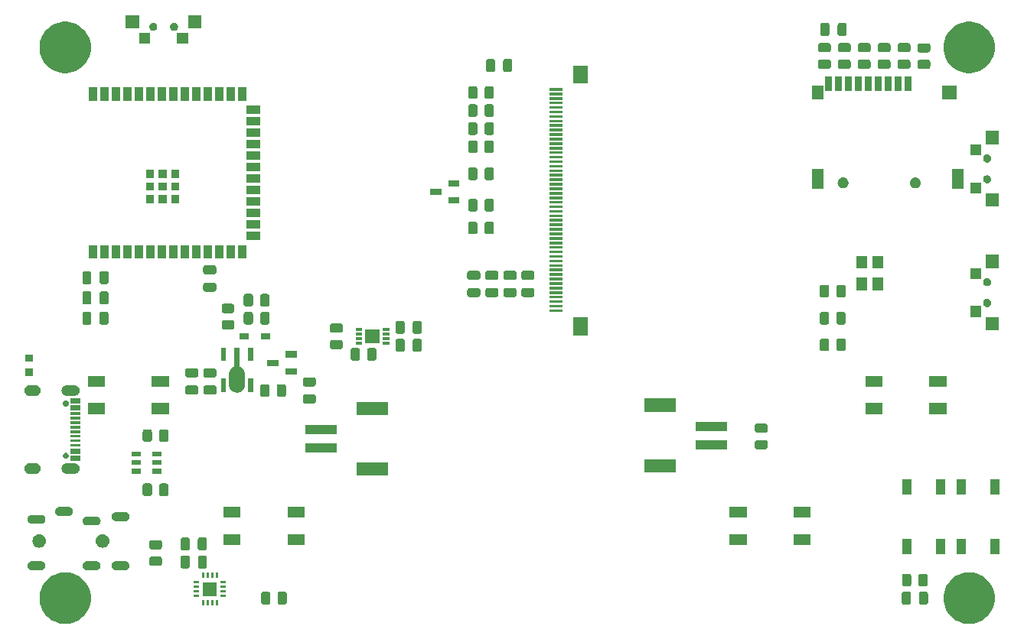
<source format=gbr>
%TF.GenerationSoftware,KiCad,Pcbnew,7.0.7*%
%TF.CreationDate,2023-12-09T22:54:47+01:00*%
%TF.ProjectId,Untitled,556e7469-746c-4656-942e-6b696361645f,rev?*%
%TF.SameCoordinates,Original*%
%TF.FileFunction,Soldermask,Top*%
%TF.FilePolarity,Negative*%
%FSLAX46Y46*%
G04 Gerber Fmt 4.6, Leading zero omitted, Abs format (unit mm)*
G04 Created by KiCad (PCBNEW 7.0.7) date 2023-12-09 22:54:47*
%MOMM*%
%LPD*%
G01*
G04 APERTURE LIST*
G04 APERTURE END LIST*
G36*
X98494897Y-122193298D02*
G01*
X98817389Y-122269730D01*
X99128827Y-122383084D01*
X99425000Y-122531828D01*
X99701902Y-122713949D01*
X99955789Y-122926985D01*
X100183227Y-123168055D01*
X100381140Y-123433899D01*
X100546853Y-123720922D01*
X100678124Y-124025243D01*
X100773178Y-124342745D01*
X100830729Y-124669135D01*
X100850000Y-125000000D01*
X100830729Y-125330865D01*
X100773178Y-125657255D01*
X100678124Y-125974757D01*
X100546853Y-126279078D01*
X100381140Y-126566101D01*
X100183227Y-126831945D01*
X99955789Y-127073015D01*
X99701902Y-127286051D01*
X99425000Y-127468172D01*
X99128827Y-127616916D01*
X98817389Y-127730270D01*
X98494897Y-127806702D01*
X98165713Y-127845178D01*
X97834287Y-127845178D01*
X97505103Y-127806702D01*
X97182611Y-127730270D01*
X96871173Y-127616916D01*
X96575000Y-127468172D01*
X96298098Y-127286051D01*
X96044211Y-127073015D01*
X95816773Y-126831945D01*
X95618860Y-126566101D01*
X95453147Y-126279078D01*
X95321876Y-125974757D01*
X95226822Y-125657255D01*
X95169271Y-125330865D01*
X95150000Y-125000000D01*
X95169271Y-124669135D01*
X95226822Y-124342745D01*
X95321876Y-124025243D01*
X95453147Y-123720922D01*
X95618860Y-123433899D01*
X95816773Y-123168055D01*
X96044211Y-122926985D01*
X96298098Y-122713949D01*
X96575000Y-122531828D01*
X96871173Y-122383084D01*
X97182611Y-122269730D01*
X97505103Y-122193298D01*
X97834287Y-122154822D01*
X98165713Y-122154822D01*
X98494897Y-122193298D01*
G37*
G36*
X198494897Y-122193298D02*
G01*
X198817389Y-122269730D01*
X199128827Y-122383084D01*
X199425000Y-122531828D01*
X199701902Y-122713949D01*
X199955789Y-122926985D01*
X200183227Y-123168055D01*
X200381140Y-123433899D01*
X200546853Y-123720922D01*
X200678124Y-124025243D01*
X200773178Y-124342745D01*
X200830729Y-124669135D01*
X200850000Y-125000000D01*
X200830729Y-125330865D01*
X200773178Y-125657255D01*
X200678124Y-125974757D01*
X200546853Y-126279078D01*
X200381140Y-126566101D01*
X200183227Y-126831945D01*
X199955789Y-127073015D01*
X199701902Y-127286051D01*
X199425000Y-127468172D01*
X199128827Y-127616916D01*
X198817389Y-127730270D01*
X198494897Y-127806702D01*
X198165713Y-127845178D01*
X197834287Y-127845178D01*
X197505103Y-127806702D01*
X197182611Y-127730270D01*
X196871173Y-127616916D01*
X196575000Y-127468172D01*
X196298098Y-127286051D01*
X196044211Y-127073015D01*
X195816773Y-126831945D01*
X195618860Y-126566101D01*
X195453147Y-126279078D01*
X195321876Y-125974757D01*
X195226822Y-125657255D01*
X195169271Y-125330865D01*
X195150000Y-125000000D01*
X195169271Y-124669135D01*
X195226822Y-124342745D01*
X195321876Y-124025243D01*
X195453147Y-123720922D01*
X195618860Y-123433899D01*
X195816773Y-123168055D01*
X196044211Y-122926985D01*
X196298098Y-122713949D01*
X196575000Y-122531828D01*
X196871173Y-122383084D01*
X197182611Y-122269730D01*
X197505103Y-122193298D01*
X197834287Y-122154822D01*
X198165713Y-122154822D01*
X198494897Y-122193298D01*
G37*
G36*
X113375000Y-125800000D02*
G01*
X113125000Y-125800000D01*
X113125000Y-125200000D01*
X113375000Y-125200000D01*
X113375000Y-125800000D01*
G37*
G36*
X113875000Y-125800000D02*
G01*
X113625000Y-125800000D01*
X113625000Y-125200000D01*
X113875000Y-125200000D01*
X113875000Y-125800000D01*
G37*
G36*
X114375000Y-125800000D02*
G01*
X114125000Y-125800000D01*
X114125000Y-125200000D01*
X114375000Y-125200000D01*
X114375000Y-125800000D01*
G37*
G36*
X114875000Y-125800000D02*
G01*
X114625000Y-125800000D01*
X114625000Y-125200000D01*
X114875000Y-125200000D01*
X114875000Y-125800000D01*
G37*
G36*
X191304850Y-124275964D02*
G01*
X191355040Y-124281787D01*
X191372189Y-124289359D01*
X191395671Y-124294030D01*
X191420810Y-124310827D01*
X191440696Y-124319608D01*
X191454277Y-124333189D01*
X191476777Y-124348223D01*
X191491810Y-124370722D01*
X191505391Y-124384303D01*
X191514170Y-124404186D01*
X191530970Y-124429329D01*
X191535641Y-124452812D01*
X191543212Y-124469959D01*
X191549033Y-124520139D01*
X191550000Y-124525000D01*
X191550000Y-125475000D01*
X191549032Y-125479863D01*
X191543212Y-125530040D01*
X191535641Y-125547185D01*
X191530970Y-125570671D01*
X191514169Y-125595815D01*
X191505391Y-125615696D01*
X191491812Y-125629274D01*
X191476777Y-125651777D01*
X191454274Y-125666812D01*
X191440696Y-125680391D01*
X191420815Y-125689169D01*
X191395671Y-125705970D01*
X191372185Y-125710641D01*
X191355040Y-125718212D01*
X191304861Y-125724032D01*
X191300000Y-125725000D01*
X190800000Y-125725000D01*
X190795138Y-125724032D01*
X190744959Y-125718212D01*
X190727812Y-125710641D01*
X190704329Y-125705970D01*
X190679186Y-125689170D01*
X190659303Y-125680391D01*
X190645722Y-125666810D01*
X190623223Y-125651777D01*
X190608189Y-125629277D01*
X190594608Y-125615696D01*
X190585827Y-125595810D01*
X190569030Y-125570671D01*
X190564359Y-125547189D01*
X190556787Y-125530040D01*
X190550964Y-125479849D01*
X190550000Y-125475000D01*
X190550000Y-124525000D01*
X190550964Y-124520150D01*
X190556787Y-124469959D01*
X190564359Y-124452808D01*
X190569030Y-124429329D01*
X190585826Y-124404191D01*
X190594608Y-124384303D01*
X190608191Y-124370719D01*
X190623223Y-124348223D01*
X190645719Y-124333191D01*
X190659303Y-124319608D01*
X190679191Y-124310826D01*
X190704329Y-124294030D01*
X190727808Y-124289359D01*
X190744959Y-124281787D01*
X190795151Y-124275964D01*
X190800000Y-124275000D01*
X191300000Y-124275000D01*
X191304850Y-124275964D01*
G37*
G36*
X193204850Y-124275964D02*
G01*
X193255040Y-124281787D01*
X193272189Y-124289359D01*
X193295671Y-124294030D01*
X193320810Y-124310827D01*
X193340696Y-124319608D01*
X193354277Y-124333189D01*
X193376777Y-124348223D01*
X193391810Y-124370722D01*
X193405391Y-124384303D01*
X193414170Y-124404186D01*
X193430970Y-124429329D01*
X193435641Y-124452812D01*
X193443212Y-124469959D01*
X193449033Y-124520139D01*
X193450000Y-124525000D01*
X193450000Y-125475000D01*
X193449032Y-125479863D01*
X193443212Y-125530040D01*
X193435641Y-125547185D01*
X193430970Y-125570671D01*
X193414169Y-125595815D01*
X193405391Y-125615696D01*
X193391812Y-125629274D01*
X193376777Y-125651777D01*
X193354274Y-125666812D01*
X193340696Y-125680391D01*
X193320815Y-125689169D01*
X193295671Y-125705970D01*
X193272185Y-125710641D01*
X193255040Y-125718212D01*
X193204861Y-125724032D01*
X193200000Y-125725000D01*
X192700000Y-125725000D01*
X192695138Y-125724032D01*
X192644959Y-125718212D01*
X192627812Y-125710641D01*
X192604329Y-125705970D01*
X192579186Y-125689170D01*
X192559303Y-125680391D01*
X192545722Y-125666810D01*
X192523223Y-125651777D01*
X192508189Y-125629277D01*
X192494608Y-125615696D01*
X192485827Y-125595810D01*
X192469030Y-125570671D01*
X192464359Y-125547189D01*
X192456787Y-125530040D01*
X192450964Y-125479849D01*
X192450000Y-125475000D01*
X192450000Y-124525000D01*
X192450964Y-124520150D01*
X192456787Y-124469959D01*
X192464359Y-124452808D01*
X192469030Y-124429329D01*
X192485826Y-124404191D01*
X192494608Y-124384303D01*
X192508191Y-124370719D01*
X192523223Y-124348223D01*
X192545719Y-124333191D01*
X192559303Y-124319608D01*
X192579191Y-124310826D01*
X192604329Y-124294030D01*
X192627808Y-124289359D01*
X192644959Y-124281787D01*
X192695151Y-124275964D01*
X192700000Y-124275000D01*
X193200000Y-124275000D01*
X193204850Y-124275964D01*
G37*
G36*
X120442350Y-124300964D02*
G01*
X120492540Y-124306787D01*
X120509689Y-124314359D01*
X120533171Y-124319030D01*
X120558310Y-124335827D01*
X120578196Y-124344608D01*
X120591777Y-124358189D01*
X120614277Y-124373223D01*
X120629310Y-124395722D01*
X120642891Y-124409303D01*
X120651670Y-124429186D01*
X120668470Y-124454329D01*
X120673141Y-124477812D01*
X120680712Y-124494959D01*
X120686533Y-124545139D01*
X120687500Y-124550000D01*
X120687500Y-125450000D01*
X120686532Y-125454863D01*
X120680712Y-125505040D01*
X120673141Y-125522185D01*
X120668470Y-125545671D01*
X120651669Y-125570815D01*
X120642891Y-125590696D01*
X120629312Y-125604274D01*
X120614277Y-125626777D01*
X120591774Y-125641812D01*
X120578196Y-125655391D01*
X120558315Y-125664169D01*
X120533171Y-125680970D01*
X120509685Y-125685641D01*
X120492540Y-125693212D01*
X120442361Y-125699032D01*
X120437500Y-125700000D01*
X119912500Y-125700000D01*
X119907638Y-125699032D01*
X119857459Y-125693212D01*
X119840312Y-125685641D01*
X119816829Y-125680970D01*
X119791686Y-125664170D01*
X119771803Y-125655391D01*
X119758222Y-125641810D01*
X119735723Y-125626777D01*
X119720689Y-125604277D01*
X119707108Y-125590696D01*
X119698327Y-125570810D01*
X119681530Y-125545671D01*
X119676859Y-125522189D01*
X119669287Y-125505040D01*
X119663464Y-125454849D01*
X119662500Y-125450000D01*
X119662500Y-124550000D01*
X119663464Y-124545150D01*
X119669287Y-124494959D01*
X119676859Y-124477808D01*
X119681530Y-124454329D01*
X119698326Y-124429191D01*
X119707108Y-124409303D01*
X119720691Y-124395719D01*
X119735723Y-124373223D01*
X119758219Y-124358191D01*
X119771803Y-124344608D01*
X119791691Y-124335826D01*
X119816829Y-124319030D01*
X119840308Y-124314359D01*
X119857459Y-124306787D01*
X119907651Y-124300964D01*
X119912500Y-124300000D01*
X120437500Y-124300000D01*
X120442350Y-124300964D01*
G37*
G36*
X122267350Y-124300964D02*
G01*
X122317540Y-124306787D01*
X122334689Y-124314359D01*
X122358171Y-124319030D01*
X122383310Y-124335827D01*
X122403196Y-124344608D01*
X122416777Y-124358189D01*
X122439277Y-124373223D01*
X122454310Y-124395722D01*
X122467891Y-124409303D01*
X122476670Y-124429186D01*
X122493470Y-124454329D01*
X122498141Y-124477812D01*
X122505712Y-124494959D01*
X122511533Y-124545139D01*
X122512500Y-124550000D01*
X122512500Y-125450000D01*
X122511532Y-125454863D01*
X122505712Y-125505040D01*
X122498141Y-125522185D01*
X122493470Y-125545671D01*
X122476669Y-125570815D01*
X122467891Y-125590696D01*
X122454312Y-125604274D01*
X122439277Y-125626777D01*
X122416774Y-125641812D01*
X122403196Y-125655391D01*
X122383315Y-125664169D01*
X122358171Y-125680970D01*
X122334685Y-125685641D01*
X122317540Y-125693212D01*
X122267361Y-125699032D01*
X122262500Y-125700000D01*
X121737500Y-125700000D01*
X121732638Y-125699032D01*
X121682459Y-125693212D01*
X121665312Y-125685641D01*
X121641829Y-125680970D01*
X121616686Y-125664170D01*
X121596803Y-125655391D01*
X121583222Y-125641810D01*
X121560723Y-125626777D01*
X121545689Y-125604277D01*
X121532108Y-125590696D01*
X121523327Y-125570810D01*
X121506530Y-125545671D01*
X121501859Y-125522189D01*
X121494287Y-125505040D01*
X121488464Y-125454849D01*
X121487500Y-125450000D01*
X121487500Y-124550000D01*
X121488464Y-124545150D01*
X121494287Y-124494959D01*
X121501859Y-124477808D01*
X121506530Y-124454329D01*
X121523326Y-124429191D01*
X121532108Y-124409303D01*
X121545691Y-124395719D01*
X121560723Y-124373223D01*
X121583219Y-124358191D01*
X121596803Y-124344608D01*
X121616691Y-124335826D01*
X121641829Y-124319030D01*
X121665308Y-124314359D01*
X121682459Y-124306787D01*
X121732651Y-124300964D01*
X121737500Y-124300000D01*
X122262500Y-124300000D01*
X122267350Y-124300964D01*
G37*
G36*
X112800000Y-124875000D02*
G01*
X112200000Y-124875000D01*
X112200000Y-124625000D01*
X112800000Y-124625000D01*
X112800000Y-124875000D01*
G37*
G36*
X115800000Y-124875000D02*
G01*
X115200000Y-124875000D01*
X115200000Y-124625000D01*
X115800000Y-124625000D01*
X115800000Y-124875000D01*
G37*
G36*
X114750000Y-124750000D02*
G01*
X113250000Y-124750000D01*
X113250000Y-123250000D01*
X114750000Y-123250000D01*
X114750000Y-124750000D01*
G37*
G36*
X112800000Y-124375000D02*
G01*
X112200000Y-124375000D01*
X112200000Y-124125000D01*
X112800000Y-124125000D01*
X112800000Y-124375000D01*
G37*
G36*
X115800000Y-124375000D02*
G01*
X115200000Y-124375000D01*
X115200000Y-124125000D01*
X115800000Y-124125000D01*
X115800000Y-124375000D01*
G37*
G36*
X112800000Y-123875000D02*
G01*
X112200000Y-123875000D01*
X112200000Y-123625000D01*
X112800000Y-123625000D01*
X112800000Y-123875000D01*
G37*
G36*
X115800000Y-123875000D02*
G01*
X115200000Y-123875000D01*
X115200000Y-123625000D01*
X115800000Y-123625000D01*
X115800000Y-123875000D01*
G37*
G36*
X191354850Y-122300964D02*
G01*
X191405040Y-122306787D01*
X191422189Y-122314359D01*
X191445671Y-122319030D01*
X191470810Y-122335827D01*
X191490696Y-122344608D01*
X191504277Y-122358189D01*
X191526777Y-122373223D01*
X191541810Y-122395722D01*
X191555391Y-122409303D01*
X191564170Y-122429186D01*
X191580970Y-122454329D01*
X191585641Y-122477812D01*
X191593212Y-122494959D01*
X191599033Y-122545139D01*
X191600000Y-122550000D01*
X191600000Y-123450000D01*
X191599032Y-123454863D01*
X191593212Y-123505040D01*
X191585641Y-123522185D01*
X191580970Y-123545671D01*
X191564169Y-123570815D01*
X191555391Y-123590696D01*
X191541812Y-123604274D01*
X191526777Y-123626777D01*
X191504274Y-123641812D01*
X191490696Y-123655391D01*
X191470815Y-123664169D01*
X191445671Y-123680970D01*
X191422185Y-123685641D01*
X191405040Y-123693212D01*
X191354861Y-123699032D01*
X191350000Y-123700000D01*
X190825000Y-123700000D01*
X190820138Y-123699032D01*
X190769959Y-123693212D01*
X190752812Y-123685641D01*
X190729329Y-123680970D01*
X190704186Y-123664170D01*
X190684303Y-123655391D01*
X190670722Y-123641810D01*
X190648223Y-123626777D01*
X190633189Y-123604277D01*
X190619608Y-123590696D01*
X190610827Y-123570810D01*
X190594030Y-123545671D01*
X190589359Y-123522189D01*
X190581787Y-123505040D01*
X190575964Y-123454849D01*
X190575000Y-123450000D01*
X190575000Y-122550000D01*
X190575964Y-122545150D01*
X190581787Y-122494959D01*
X190589359Y-122477808D01*
X190594030Y-122454329D01*
X190610826Y-122429191D01*
X190619608Y-122409303D01*
X190633191Y-122395719D01*
X190648223Y-122373223D01*
X190670719Y-122358191D01*
X190684303Y-122344608D01*
X190704191Y-122335826D01*
X190729329Y-122319030D01*
X190752808Y-122314359D01*
X190769959Y-122306787D01*
X190820151Y-122300964D01*
X190825000Y-122300000D01*
X191350000Y-122300000D01*
X191354850Y-122300964D01*
G37*
G36*
X193179850Y-122300964D02*
G01*
X193230040Y-122306787D01*
X193247189Y-122314359D01*
X193270671Y-122319030D01*
X193295810Y-122335827D01*
X193315696Y-122344608D01*
X193329277Y-122358189D01*
X193351777Y-122373223D01*
X193366810Y-122395722D01*
X193380391Y-122409303D01*
X193389170Y-122429186D01*
X193405970Y-122454329D01*
X193410641Y-122477812D01*
X193418212Y-122494959D01*
X193424033Y-122545139D01*
X193425000Y-122550000D01*
X193425000Y-123450000D01*
X193424032Y-123454863D01*
X193418212Y-123505040D01*
X193410641Y-123522185D01*
X193405970Y-123545671D01*
X193389169Y-123570815D01*
X193380391Y-123590696D01*
X193366812Y-123604274D01*
X193351777Y-123626777D01*
X193329274Y-123641812D01*
X193315696Y-123655391D01*
X193295815Y-123664169D01*
X193270671Y-123680970D01*
X193247185Y-123685641D01*
X193230040Y-123693212D01*
X193179861Y-123699032D01*
X193175000Y-123700000D01*
X192650000Y-123700000D01*
X192645138Y-123699032D01*
X192594959Y-123693212D01*
X192577812Y-123685641D01*
X192554329Y-123680970D01*
X192529186Y-123664170D01*
X192509303Y-123655391D01*
X192495722Y-123641810D01*
X192473223Y-123626777D01*
X192458189Y-123604277D01*
X192444608Y-123590696D01*
X192435827Y-123570810D01*
X192419030Y-123545671D01*
X192414359Y-123522189D01*
X192406787Y-123505040D01*
X192400964Y-123454849D01*
X192400000Y-123450000D01*
X192400000Y-122550000D01*
X192400964Y-122545150D01*
X192406787Y-122494959D01*
X192414359Y-122477808D01*
X192419030Y-122454329D01*
X192435826Y-122429191D01*
X192444608Y-122409303D01*
X192458191Y-122395719D01*
X192473223Y-122373223D01*
X192495719Y-122358191D01*
X192509303Y-122344608D01*
X192529191Y-122335826D01*
X192554329Y-122319030D01*
X192577808Y-122314359D01*
X192594959Y-122306787D01*
X192645151Y-122300964D01*
X192650000Y-122300000D01*
X193175000Y-122300000D01*
X193179850Y-122300964D01*
G37*
G36*
X112800000Y-123375000D02*
G01*
X112200000Y-123375000D01*
X112200000Y-123125000D01*
X112800000Y-123125000D01*
X112800000Y-123375000D01*
G37*
G36*
X115800000Y-123375000D02*
G01*
X115200000Y-123375000D01*
X115200000Y-123125000D01*
X115800000Y-123125000D01*
X115800000Y-123375000D01*
G37*
G36*
X113375000Y-122800000D02*
G01*
X113125000Y-122800000D01*
X113125000Y-122200000D01*
X113375000Y-122200000D01*
X113375000Y-122800000D01*
G37*
G36*
X113875000Y-122800000D02*
G01*
X113625000Y-122800000D01*
X113625000Y-122200000D01*
X113875000Y-122200000D01*
X113875000Y-122800000D01*
G37*
G36*
X114375000Y-122800000D02*
G01*
X114125000Y-122800000D01*
X114125000Y-122200000D01*
X114375000Y-122200000D01*
X114375000Y-122800000D01*
G37*
G36*
X114875000Y-122800000D02*
G01*
X114625000Y-122800000D01*
X114625000Y-122200000D01*
X114875000Y-122200000D01*
X114875000Y-122800000D01*
G37*
G36*
X95326402Y-120904345D02*
G01*
X95390548Y-120908733D01*
X95425996Y-120918665D01*
X95465410Y-120924332D01*
X95495870Y-120938242D01*
X95523518Y-120945989D01*
X95555742Y-120965584D01*
X95594864Y-120983451D01*
X95617791Y-121003317D01*
X95639732Y-121016660D01*
X95667489Y-121046381D01*
X95702419Y-121076648D01*
X95717120Y-121099523D01*
X95732567Y-121116063D01*
X95752616Y-121154756D01*
X95779360Y-121196370D01*
X95786134Y-121219443D01*
X95795143Y-121236828D01*
X95804595Y-121282313D01*
X95819455Y-121332921D01*
X95819455Y-121353820D01*
X95822816Y-121369994D01*
X95819455Y-121419124D01*
X95819455Y-121475235D01*
X95814450Y-121492278D01*
X95813533Y-121505690D01*
X95796154Y-121554589D01*
X95779360Y-121611786D01*
X95771456Y-121624084D01*
X95767985Y-121633852D01*
X95736653Y-121678238D01*
X95702419Y-121731508D01*
X95693747Y-121739021D01*
X95689551Y-121744967D01*
X95645943Y-121780444D01*
X95594864Y-121824705D01*
X95587286Y-121828165D01*
X95584042Y-121830805D01*
X95532151Y-121853344D01*
X95465410Y-121883824D01*
X95460285Y-121884560D01*
X95459288Y-121884994D01*
X95413553Y-121891280D01*
X95324544Y-121904078D01*
X95320441Y-121904078D01*
X94326592Y-121904078D01*
X94324544Y-121904078D01*
X94322684Y-121903810D01*
X94258539Y-121899422D01*
X94223097Y-121889491D01*
X94183678Y-121883824D01*
X94153213Y-121869911D01*
X94125569Y-121862166D01*
X94093348Y-121842572D01*
X94054224Y-121824705D01*
X94031295Y-121804837D01*
X94009355Y-121791495D01*
X93981597Y-121761773D01*
X93946669Y-121731508D01*
X93931968Y-121708633D01*
X93916520Y-121692092D01*
X93896468Y-121653395D01*
X93869728Y-121611786D01*
X93862953Y-121588714D01*
X93853944Y-121571327D01*
X93844490Y-121525833D01*
X93829633Y-121475235D01*
X93829633Y-121454339D01*
X93826271Y-121438161D01*
X93829633Y-121389016D01*
X93829633Y-121332921D01*
X93834636Y-121315881D01*
X93835554Y-121302465D01*
X93852940Y-121253544D01*
X93869728Y-121196370D01*
X93877628Y-121184076D01*
X93881102Y-121174303D01*
X93912452Y-121129890D01*
X93946669Y-121076648D01*
X93955336Y-121069137D01*
X93959536Y-121063188D01*
X94003179Y-121027681D01*
X94054224Y-120983451D01*
X94061796Y-120979992D01*
X94065045Y-120977350D01*
X94117000Y-120954782D01*
X94183678Y-120924332D01*
X94188797Y-120923595D01*
X94189799Y-120923161D01*
X94235655Y-120916858D01*
X94324544Y-120904078D01*
X95324544Y-120904078D01*
X95326402Y-120904345D01*
G37*
G36*
X101426402Y-120904345D02*
G01*
X101490548Y-120908733D01*
X101525996Y-120918665D01*
X101565410Y-120924332D01*
X101595870Y-120938242D01*
X101623518Y-120945989D01*
X101655742Y-120965584D01*
X101694864Y-120983451D01*
X101717791Y-121003317D01*
X101739732Y-121016660D01*
X101767489Y-121046381D01*
X101802419Y-121076648D01*
X101817120Y-121099523D01*
X101832567Y-121116063D01*
X101852616Y-121154756D01*
X101879360Y-121196370D01*
X101886134Y-121219443D01*
X101895143Y-121236828D01*
X101904595Y-121282313D01*
X101919455Y-121332921D01*
X101919455Y-121353820D01*
X101922816Y-121369994D01*
X101919455Y-121419124D01*
X101919455Y-121475235D01*
X101914450Y-121492278D01*
X101913533Y-121505690D01*
X101896154Y-121554589D01*
X101879360Y-121611786D01*
X101871456Y-121624084D01*
X101867985Y-121633852D01*
X101836653Y-121678238D01*
X101802419Y-121731508D01*
X101793747Y-121739021D01*
X101789551Y-121744967D01*
X101745943Y-121780444D01*
X101694864Y-121824705D01*
X101687286Y-121828165D01*
X101684042Y-121830805D01*
X101632151Y-121853344D01*
X101565410Y-121883824D01*
X101560285Y-121884560D01*
X101559288Y-121884994D01*
X101513553Y-121891280D01*
X101424544Y-121904078D01*
X101420441Y-121904078D01*
X100426592Y-121904078D01*
X100424544Y-121904078D01*
X100422684Y-121903810D01*
X100358539Y-121899422D01*
X100323097Y-121889491D01*
X100283678Y-121883824D01*
X100253213Y-121869911D01*
X100225569Y-121862166D01*
X100193348Y-121842572D01*
X100154224Y-121824705D01*
X100131295Y-121804837D01*
X100109355Y-121791495D01*
X100081597Y-121761773D01*
X100046669Y-121731508D01*
X100031968Y-121708633D01*
X100016520Y-121692092D01*
X99996468Y-121653395D01*
X99969728Y-121611786D01*
X99962953Y-121588714D01*
X99953944Y-121571327D01*
X99944490Y-121525833D01*
X99929633Y-121475235D01*
X99929633Y-121454339D01*
X99926271Y-121438161D01*
X99929633Y-121389016D01*
X99929633Y-121332921D01*
X99934636Y-121315881D01*
X99935554Y-121302465D01*
X99952940Y-121253544D01*
X99969728Y-121196370D01*
X99977628Y-121184076D01*
X99981102Y-121174303D01*
X100012452Y-121129890D01*
X100046669Y-121076648D01*
X100055336Y-121069137D01*
X100059536Y-121063188D01*
X100103179Y-121027681D01*
X100154224Y-120983451D01*
X100161796Y-120979992D01*
X100165045Y-120977350D01*
X100217000Y-120954782D01*
X100283678Y-120924332D01*
X100288797Y-120923595D01*
X100289799Y-120923161D01*
X100335655Y-120916858D01*
X100424544Y-120904078D01*
X101424544Y-120904078D01*
X101426402Y-120904345D01*
G37*
G36*
X104626402Y-120904345D02*
G01*
X104690548Y-120908733D01*
X104725996Y-120918665D01*
X104765410Y-120924332D01*
X104795870Y-120938242D01*
X104823518Y-120945989D01*
X104855742Y-120965584D01*
X104894864Y-120983451D01*
X104917791Y-121003317D01*
X104939732Y-121016660D01*
X104967489Y-121046381D01*
X105002419Y-121076648D01*
X105017120Y-121099523D01*
X105032567Y-121116063D01*
X105052616Y-121154756D01*
X105079360Y-121196370D01*
X105086134Y-121219443D01*
X105095143Y-121236828D01*
X105104595Y-121282313D01*
X105119455Y-121332921D01*
X105119455Y-121353820D01*
X105122816Y-121369994D01*
X105119455Y-121419124D01*
X105119455Y-121475235D01*
X105114450Y-121492278D01*
X105113533Y-121505690D01*
X105096154Y-121554589D01*
X105079360Y-121611786D01*
X105071456Y-121624084D01*
X105067985Y-121633852D01*
X105036653Y-121678238D01*
X105002419Y-121731508D01*
X104993747Y-121739021D01*
X104989551Y-121744967D01*
X104945943Y-121780444D01*
X104894864Y-121824705D01*
X104887286Y-121828165D01*
X104884042Y-121830805D01*
X104832151Y-121853344D01*
X104765410Y-121883824D01*
X104760285Y-121884560D01*
X104759288Y-121884994D01*
X104713553Y-121891280D01*
X104624544Y-121904078D01*
X104620441Y-121904078D01*
X103626592Y-121904078D01*
X103624544Y-121904078D01*
X103622684Y-121903810D01*
X103558539Y-121899422D01*
X103523097Y-121889491D01*
X103483678Y-121883824D01*
X103453213Y-121869911D01*
X103425569Y-121862166D01*
X103393348Y-121842572D01*
X103354224Y-121824705D01*
X103331295Y-121804837D01*
X103309355Y-121791495D01*
X103281597Y-121761773D01*
X103246669Y-121731508D01*
X103231968Y-121708633D01*
X103216520Y-121692092D01*
X103196468Y-121653395D01*
X103169728Y-121611786D01*
X103162953Y-121588714D01*
X103153944Y-121571327D01*
X103144490Y-121525833D01*
X103129633Y-121475235D01*
X103129633Y-121454339D01*
X103126271Y-121438161D01*
X103129633Y-121389016D01*
X103129633Y-121332921D01*
X103134636Y-121315881D01*
X103135554Y-121302465D01*
X103152940Y-121253544D01*
X103169728Y-121196370D01*
X103177628Y-121184076D01*
X103181102Y-121174303D01*
X103212452Y-121129890D01*
X103246669Y-121076648D01*
X103255336Y-121069137D01*
X103259536Y-121063188D01*
X103303179Y-121027681D01*
X103354224Y-120983451D01*
X103361796Y-120979992D01*
X103365045Y-120977350D01*
X103417000Y-120954782D01*
X103483678Y-120924332D01*
X103488797Y-120923595D01*
X103489799Y-120923161D01*
X103535655Y-120916858D01*
X103624544Y-120904078D01*
X104624544Y-120904078D01*
X104626402Y-120904345D01*
G37*
G36*
X111529850Y-120275964D02*
G01*
X111580040Y-120281787D01*
X111597189Y-120289359D01*
X111620671Y-120294030D01*
X111645810Y-120310827D01*
X111665696Y-120319608D01*
X111679277Y-120333189D01*
X111701777Y-120348223D01*
X111716810Y-120370722D01*
X111730391Y-120384303D01*
X111739170Y-120404186D01*
X111755970Y-120429329D01*
X111760641Y-120452812D01*
X111768212Y-120469959D01*
X111774033Y-120520139D01*
X111775000Y-120525000D01*
X111775000Y-121475000D01*
X111774032Y-121479863D01*
X111768212Y-121530040D01*
X111760641Y-121547185D01*
X111755970Y-121570671D01*
X111739169Y-121595815D01*
X111730391Y-121615696D01*
X111716812Y-121629274D01*
X111701777Y-121651777D01*
X111679274Y-121666812D01*
X111665696Y-121680391D01*
X111645815Y-121689169D01*
X111620671Y-121705970D01*
X111597185Y-121710641D01*
X111580040Y-121718212D01*
X111529861Y-121724032D01*
X111525000Y-121725000D01*
X111025000Y-121725000D01*
X111020138Y-121724032D01*
X110969959Y-121718212D01*
X110952812Y-121710641D01*
X110929329Y-121705970D01*
X110904186Y-121689170D01*
X110884303Y-121680391D01*
X110870722Y-121666810D01*
X110848223Y-121651777D01*
X110833189Y-121629277D01*
X110819608Y-121615696D01*
X110810827Y-121595810D01*
X110794030Y-121570671D01*
X110789359Y-121547189D01*
X110781787Y-121530040D01*
X110775964Y-121479849D01*
X110775000Y-121475000D01*
X110775000Y-120525000D01*
X110775964Y-120520150D01*
X110781787Y-120469959D01*
X110789359Y-120452808D01*
X110794030Y-120429329D01*
X110810826Y-120404191D01*
X110819608Y-120384303D01*
X110833191Y-120370719D01*
X110848223Y-120348223D01*
X110870719Y-120333191D01*
X110884303Y-120319608D01*
X110904191Y-120310826D01*
X110929329Y-120294030D01*
X110952808Y-120289359D01*
X110969959Y-120281787D01*
X111020151Y-120275964D01*
X111025000Y-120275000D01*
X111525000Y-120275000D01*
X111529850Y-120275964D01*
G37*
G36*
X113429850Y-120275964D02*
G01*
X113480040Y-120281787D01*
X113497189Y-120289359D01*
X113520671Y-120294030D01*
X113545810Y-120310827D01*
X113565696Y-120319608D01*
X113579277Y-120333189D01*
X113601777Y-120348223D01*
X113616810Y-120370722D01*
X113630391Y-120384303D01*
X113639170Y-120404186D01*
X113655970Y-120429329D01*
X113660641Y-120452812D01*
X113668212Y-120469959D01*
X113674033Y-120520139D01*
X113675000Y-120525000D01*
X113675000Y-121475000D01*
X113674032Y-121479863D01*
X113668212Y-121530040D01*
X113660641Y-121547185D01*
X113655970Y-121570671D01*
X113639169Y-121595815D01*
X113630391Y-121615696D01*
X113616812Y-121629274D01*
X113601777Y-121651777D01*
X113579274Y-121666812D01*
X113565696Y-121680391D01*
X113545815Y-121689169D01*
X113520671Y-121705970D01*
X113497185Y-121710641D01*
X113480040Y-121718212D01*
X113429861Y-121724032D01*
X113425000Y-121725000D01*
X112925000Y-121725000D01*
X112920138Y-121724032D01*
X112869959Y-121718212D01*
X112852812Y-121710641D01*
X112829329Y-121705970D01*
X112804186Y-121689170D01*
X112784303Y-121680391D01*
X112770722Y-121666810D01*
X112748223Y-121651777D01*
X112733189Y-121629277D01*
X112719608Y-121615696D01*
X112710827Y-121595810D01*
X112694030Y-121570671D01*
X112689359Y-121547189D01*
X112681787Y-121530040D01*
X112675964Y-121479849D01*
X112675000Y-121475000D01*
X112675000Y-120525000D01*
X112675964Y-120520150D01*
X112681787Y-120469959D01*
X112689359Y-120452808D01*
X112694030Y-120429329D01*
X112710826Y-120404191D01*
X112719608Y-120384303D01*
X112733191Y-120370719D01*
X112748223Y-120348223D01*
X112770719Y-120333191D01*
X112784303Y-120319608D01*
X112804191Y-120310826D01*
X112829329Y-120294030D01*
X112852808Y-120289359D01*
X112869959Y-120281787D01*
X112920151Y-120275964D01*
X112925000Y-120275000D01*
X113425000Y-120275000D01*
X113429850Y-120275964D01*
G37*
G36*
X108454850Y-120400964D02*
G01*
X108505040Y-120406787D01*
X108522189Y-120414359D01*
X108545671Y-120419030D01*
X108570810Y-120435827D01*
X108590696Y-120444608D01*
X108604277Y-120458189D01*
X108626777Y-120473223D01*
X108641810Y-120495722D01*
X108655391Y-120509303D01*
X108664170Y-120529186D01*
X108680970Y-120554329D01*
X108685641Y-120577812D01*
X108693212Y-120594959D01*
X108699033Y-120645139D01*
X108700000Y-120650000D01*
X108700000Y-121175000D01*
X108699032Y-121179863D01*
X108693212Y-121230040D01*
X108685641Y-121247185D01*
X108680970Y-121270671D01*
X108664169Y-121295815D01*
X108655391Y-121315696D01*
X108641812Y-121329274D01*
X108626777Y-121351777D01*
X108604274Y-121366812D01*
X108590696Y-121380391D01*
X108570815Y-121389169D01*
X108545671Y-121405970D01*
X108522185Y-121410641D01*
X108505040Y-121418212D01*
X108454861Y-121424032D01*
X108450000Y-121425000D01*
X107550000Y-121425000D01*
X107545138Y-121424032D01*
X107494959Y-121418212D01*
X107477812Y-121410641D01*
X107454329Y-121405970D01*
X107429186Y-121389170D01*
X107409303Y-121380391D01*
X107395722Y-121366810D01*
X107373223Y-121351777D01*
X107358189Y-121329277D01*
X107344608Y-121315696D01*
X107335827Y-121295810D01*
X107319030Y-121270671D01*
X107314359Y-121247189D01*
X107306787Y-121230040D01*
X107300964Y-121179849D01*
X107300000Y-121175000D01*
X107300000Y-120650000D01*
X107300964Y-120645150D01*
X107306787Y-120594959D01*
X107314359Y-120577808D01*
X107319030Y-120554329D01*
X107335826Y-120529191D01*
X107344608Y-120509303D01*
X107358191Y-120495719D01*
X107373223Y-120473223D01*
X107395719Y-120458191D01*
X107409303Y-120444608D01*
X107429191Y-120435826D01*
X107454329Y-120419030D01*
X107477808Y-120414359D01*
X107494959Y-120406787D01*
X107545151Y-120400964D01*
X107550000Y-120400000D01*
X108450000Y-120400000D01*
X108454850Y-120400964D01*
G37*
G36*
X191650000Y-120150000D02*
G01*
X190650000Y-120150000D01*
X190650000Y-118450000D01*
X191650000Y-118450000D01*
X191650000Y-120150000D01*
G37*
G36*
X195350000Y-120150000D02*
G01*
X194350000Y-120150000D01*
X194350000Y-118450000D01*
X195350000Y-118450000D01*
X195350000Y-120150000D01*
G37*
G36*
X197650000Y-120150000D02*
G01*
X196650000Y-120150000D01*
X196650000Y-118450000D01*
X197650000Y-118450000D01*
X197650000Y-120150000D01*
G37*
G36*
X201350000Y-120150000D02*
G01*
X200350000Y-120150000D01*
X200350000Y-118450000D01*
X201350000Y-118450000D01*
X201350000Y-120150000D01*
G37*
G36*
X111526495Y-118275964D02*
G01*
X111576685Y-118281787D01*
X111593834Y-118289359D01*
X111617316Y-118294030D01*
X111642455Y-118310827D01*
X111662341Y-118319608D01*
X111675922Y-118333189D01*
X111698422Y-118348223D01*
X111713455Y-118370722D01*
X111727036Y-118384303D01*
X111735815Y-118404186D01*
X111752615Y-118429329D01*
X111757286Y-118452812D01*
X111764857Y-118469959D01*
X111770678Y-118520139D01*
X111771645Y-118525000D01*
X111771645Y-119475000D01*
X111770677Y-119479863D01*
X111764857Y-119530040D01*
X111757286Y-119547185D01*
X111752615Y-119570671D01*
X111735814Y-119595815D01*
X111727036Y-119615696D01*
X111713457Y-119629274D01*
X111698422Y-119651777D01*
X111675919Y-119666812D01*
X111662341Y-119680391D01*
X111642460Y-119689169D01*
X111617316Y-119705970D01*
X111593830Y-119710641D01*
X111576685Y-119718212D01*
X111526506Y-119724032D01*
X111521645Y-119725000D01*
X111021645Y-119725000D01*
X111016783Y-119724032D01*
X110966604Y-119718212D01*
X110949457Y-119710641D01*
X110925974Y-119705970D01*
X110900831Y-119689170D01*
X110880948Y-119680391D01*
X110867367Y-119666810D01*
X110844868Y-119651777D01*
X110829834Y-119629277D01*
X110816253Y-119615696D01*
X110807472Y-119595810D01*
X110790675Y-119570671D01*
X110786004Y-119547189D01*
X110778432Y-119530040D01*
X110772609Y-119479849D01*
X110771645Y-119475000D01*
X110771645Y-118525000D01*
X110772609Y-118520150D01*
X110778432Y-118469959D01*
X110786004Y-118452808D01*
X110790675Y-118429329D01*
X110807471Y-118404191D01*
X110816253Y-118384303D01*
X110829836Y-118370719D01*
X110844868Y-118348223D01*
X110867364Y-118333191D01*
X110880948Y-118319608D01*
X110900836Y-118310826D01*
X110925974Y-118294030D01*
X110949453Y-118289359D01*
X110966604Y-118281787D01*
X111016796Y-118275964D01*
X111021645Y-118275000D01*
X111521645Y-118275000D01*
X111526495Y-118275964D01*
G37*
G36*
X113426495Y-118275964D02*
G01*
X113476685Y-118281787D01*
X113493834Y-118289359D01*
X113517316Y-118294030D01*
X113542455Y-118310827D01*
X113562341Y-118319608D01*
X113575922Y-118333189D01*
X113598422Y-118348223D01*
X113613455Y-118370722D01*
X113627036Y-118384303D01*
X113635815Y-118404186D01*
X113652615Y-118429329D01*
X113657286Y-118452812D01*
X113664857Y-118469959D01*
X113670678Y-118520139D01*
X113671645Y-118525000D01*
X113671645Y-119475000D01*
X113670677Y-119479863D01*
X113664857Y-119530040D01*
X113657286Y-119547185D01*
X113652615Y-119570671D01*
X113635814Y-119595815D01*
X113627036Y-119615696D01*
X113613457Y-119629274D01*
X113598422Y-119651777D01*
X113575919Y-119666812D01*
X113562341Y-119680391D01*
X113542460Y-119689169D01*
X113517316Y-119705970D01*
X113493830Y-119710641D01*
X113476685Y-119718212D01*
X113426506Y-119724032D01*
X113421645Y-119725000D01*
X112921645Y-119725000D01*
X112916783Y-119724032D01*
X112866604Y-119718212D01*
X112849457Y-119710641D01*
X112825974Y-119705970D01*
X112800831Y-119689170D01*
X112780948Y-119680391D01*
X112767367Y-119666810D01*
X112744868Y-119651777D01*
X112729834Y-119629277D01*
X112716253Y-119615696D01*
X112707472Y-119595810D01*
X112690675Y-119570671D01*
X112686004Y-119547189D01*
X112678432Y-119530040D01*
X112672609Y-119479849D01*
X112671645Y-119475000D01*
X112671645Y-118525000D01*
X112672609Y-118520150D01*
X112678432Y-118469959D01*
X112686004Y-118452808D01*
X112690675Y-118429329D01*
X112707471Y-118404191D01*
X112716253Y-118384303D01*
X112729836Y-118370719D01*
X112744868Y-118348223D01*
X112767364Y-118333191D01*
X112780948Y-118319608D01*
X112800836Y-118310826D01*
X112825974Y-118294030D01*
X112849453Y-118289359D01*
X112866604Y-118281787D01*
X112916796Y-118275964D01*
X112921645Y-118275000D01*
X113421645Y-118275000D01*
X113426495Y-118275964D01*
G37*
G36*
X108454850Y-118575964D02*
G01*
X108505040Y-118581787D01*
X108522189Y-118589359D01*
X108545671Y-118594030D01*
X108570810Y-118610827D01*
X108590696Y-118619608D01*
X108604277Y-118633189D01*
X108626777Y-118648223D01*
X108641810Y-118670722D01*
X108655391Y-118684303D01*
X108664170Y-118704186D01*
X108680970Y-118729329D01*
X108685641Y-118752812D01*
X108693212Y-118769959D01*
X108699033Y-118820139D01*
X108700000Y-118825000D01*
X108700000Y-119350000D01*
X108699032Y-119354863D01*
X108693212Y-119405040D01*
X108685641Y-119422185D01*
X108680970Y-119445671D01*
X108664169Y-119470815D01*
X108655391Y-119490696D01*
X108641812Y-119504274D01*
X108626777Y-119526777D01*
X108604274Y-119541812D01*
X108590696Y-119555391D01*
X108570815Y-119564169D01*
X108545671Y-119580970D01*
X108522185Y-119585641D01*
X108505040Y-119593212D01*
X108454861Y-119599032D01*
X108450000Y-119600000D01*
X107550000Y-119600000D01*
X107545138Y-119599032D01*
X107494959Y-119593212D01*
X107477812Y-119585641D01*
X107454329Y-119580970D01*
X107429186Y-119564170D01*
X107409303Y-119555391D01*
X107395722Y-119541810D01*
X107373223Y-119526777D01*
X107358189Y-119504277D01*
X107344608Y-119490696D01*
X107335827Y-119470810D01*
X107319030Y-119445671D01*
X107314359Y-119422189D01*
X107306787Y-119405040D01*
X107300964Y-119354849D01*
X107300000Y-119350000D01*
X107300000Y-118825000D01*
X107300964Y-118820150D01*
X107306787Y-118769959D01*
X107314359Y-118752808D01*
X107319030Y-118729329D01*
X107335826Y-118704191D01*
X107344608Y-118684303D01*
X107358191Y-118670719D01*
X107373223Y-118648223D01*
X107395719Y-118633191D01*
X107409303Y-118619608D01*
X107429191Y-118610826D01*
X107454329Y-118594030D01*
X107477808Y-118589359D01*
X107494959Y-118581787D01*
X107545151Y-118575964D01*
X107550000Y-118575000D01*
X108450000Y-118575000D01*
X108454850Y-118575964D01*
G37*
G36*
X95291435Y-117932882D02*
G01*
X95449957Y-117988351D01*
X95592161Y-118077704D01*
X95710918Y-118196461D01*
X95800271Y-118338665D01*
X95855740Y-118497187D01*
X95874544Y-118664078D01*
X95855740Y-118830969D01*
X95800271Y-118989491D01*
X95710918Y-119131695D01*
X95592161Y-119250452D01*
X95449957Y-119339805D01*
X95291435Y-119395274D01*
X95124544Y-119414078D01*
X94957653Y-119395274D01*
X94799131Y-119339805D01*
X94656927Y-119250452D01*
X94538170Y-119131695D01*
X94448817Y-118989491D01*
X94393348Y-118830969D01*
X94374544Y-118664078D01*
X94393348Y-118497187D01*
X94448817Y-118338665D01*
X94538170Y-118196461D01*
X94656927Y-118077704D01*
X94799131Y-117988351D01*
X94957653Y-117932882D01*
X95124544Y-117914078D01*
X95291435Y-117932882D01*
G37*
G36*
X102291435Y-117932882D02*
G01*
X102449957Y-117988351D01*
X102592161Y-118077704D01*
X102710918Y-118196461D01*
X102800271Y-118338665D01*
X102855740Y-118497187D01*
X102874544Y-118664078D01*
X102855740Y-118830969D01*
X102800271Y-118989491D01*
X102710918Y-119131695D01*
X102592161Y-119250452D01*
X102449957Y-119339805D01*
X102291435Y-119395274D01*
X102124544Y-119414078D01*
X101957653Y-119395274D01*
X101799131Y-119339805D01*
X101656927Y-119250452D01*
X101538170Y-119131695D01*
X101448817Y-118989491D01*
X101393348Y-118830969D01*
X101374544Y-118664078D01*
X101393348Y-118497187D01*
X101448817Y-118338665D01*
X101538170Y-118196461D01*
X101656927Y-118077704D01*
X101799131Y-117988351D01*
X101957653Y-117932882D01*
X102124544Y-117914078D01*
X102291435Y-117932882D01*
G37*
G36*
X117410000Y-119100000D02*
G01*
X115510000Y-119100000D01*
X115510000Y-117900000D01*
X117410000Y-117900000D01*
X117410000Y-119100000D01*
G37*
G36*
X124490000Y-119100000D02*
G01*
X122590000Y-119100000D01*
X122590000Y-117900000D01*
X124490000Y-117900000D01*
X124490000Y-119100000D01*
G37*
G36*
X173410000Y-119100000D02*
G01*
X171510000Y-119100000D01*
X171510000Y-117900000D01*
X173410000Y-117900000D01*
X173410000Y-119100000D01*
G37*
G36*
X180490000Y-119100000D02*
G01*
X178590000Y-119100000D01*
X178590000Y-117900000D01*
X180490000Y-117900000D01*
X180490000Y-119100000D01*
G37*
G36*
X101426402Y-115954345D02*
G01*
X101490548Y-115958733D01*
X101525996Y-115968665D01*
X101565410Y-115974332D01*
X101595870Y-115988242D01*
X101623518Y-115995989D01*
X101655742Y-116015584D01*
X101694864Y-116033451D01*
X101717791Y-116053317D01*
X101739732Y-116066660D01*
X101767489Y-116096381D01*
X101802419Y-116126648D01*
X101817120Y-116149523D01*
X101832567Y-116166063D01*
X101852616Y-116204756D01*
X101879360Y-116246370D01*
X101886134Y-116269443D01*
X101895143Y-116286828D01*
X101904595Y-116332313D01*
X101919455Y-116382921D01*
X101919455Y-116403820D01*
X101922816Y-116419994D01*
X101919455Y-116469124D01*
X101919455Y-116525235D01*
X101914450Y-116542278D01*
X101913533Y-116555690D01*
X101896154Y-116604589D01*
X101879360Y-116661786D01*
X101871456Y-116674084D01*
X101867985Y-116683852D01*
X101836653Y-116728238D01*
X101802419Y-116781508D01*
X101793747Y-116789021D01*
X101789551Y-116794967D01*
X101745943Y-116830444D01*
X101694864Y-116874705D01*
X101687286Y-116878165D01*
X101684042Y-116880805D01*
X101632151Y-116903344D01*
X101565410Y-116933824D01*
X101560285Y-116934560D01*
X101559288Y-116934994D01*
X101513553Y-116941280D01*
X101424544Y-116954078D01*
X101420441Y-116954078D01*
X100426592Y-116954078D01*
X100424544Y-116954078D01*
X100422684Y-116953810D01*
X100358539Y-116949422D01*
X100323097Y-116939491D01*
X100283678Y-116933824D01*
X100253213Y-116919911D01*
X100225569Y-116912166D01*
X100193348Y-116892572D01*
X100154224Y-116874705D01*
X100131295Y-116854837D01*
X100109355Y-116841495D01*
X100081597Y-116811773D01*
X100046669Y-116781508D01*
X100031968Y-116758633D01*
X100016520Y-116742092D01*
X99996468Y-116703395D01*
X99969728Y-116661786D01*
X99962953Y-116638714D01*
X99953944Y-116621327D01*
X99944490Y-116575833D01*
X99929633Y-116525235D01*
X99929633Y-116504339D01*
X99926271Y-116488161D01*
X99929633Y-116439016D01*
X99929633Y-116382921D01*
X99934636Y-116365881D01*
X99935554Y-116352465D01*
X99952940Y-116303544D01*
X99969728Y-116246370D01*
X99977628Y-116234076D01*
X99981102Y-116224303D01*
X100012452Y-116179890D01*
X100046669Y-116126648D01*
X100055336Y-116119137D01*
X100059536Y-116113188D01*
X100103179Y-116077681D01*
X100154224Y-116033451D01*
X100161796Y-116029992D01*
X100165045Y-116027350D01*
X100217000Y-116004782D01*
X100283678Y-115974332D01*
X100288797Y-115973595D01*
X100289799Y-115973161D01*
X100335655Y-115966858D01*
X100424544Y-115954078D01*
X101424544Y-115954078D01*
X101426402Y-115954345D01*
G37*
G36*
X95326402Y-115774345D02*
G01*
X95390548Y-115778733D01*
X95425996Y-115788665D01*
X95465410Y-115794332D01*
X95495870Y-115808242D01*
X95523518Y-115815989D01*
X95555742Y-115835584D01*
X95594864Y-115853451D01*
X95617791Y-115873317D01*
X95639732Y-115886660D01*
X95667489Y-115916381D01*
X95702419Y-115946648D01*
X95717120Y-115969523D01*
X95732567Y-115986063D01*
X95752616Y-116024756D01*
X95779360Y-116066370D01*
X95786134Y-116089443D01*
X95795143Y-116106828D01*
X95804595Y-116152313D01*
X95819455Y-116202921D01*
X95819455Y-116223820D01*
X95822816Y-116239994D01*
X95819455Y-116289124D01*
X95819455Y-116345235D01*
X95814450Y-116362278D01*
X95813533Y-116375690D01*
X95796154Y-116424589D01*
X95779360Y-116481786D01*
X95771456Y-116494084D01*
X95767985Y-116503852D01*
X95736653Y-116548238D01*
X95702419Y-116601508D01*
X95693747Y-116609021D01*
X95689551Y-116614967D01*
X95645943Y-116650444D01*
X95594864Y-116694705D01*
X95587286Y-116698165D01*
X95584042Y-116700805D01*
X95532151Y-116723344D01*
X95465410Y-116753824D01*
X95460285Y-116754560D01*
X95459288Y-116754994D01*
X95413553Y-116761280D01*
X95324544Y-116774078D01*
X95320441Y-116774078D01*
X94326592Y-116774078D01*
X94324544Y-116774078D01*
X94322684Y-116773810D01*
X94258539Y-116769422D01*
X94223097Y-116759491D01*
X94183678Y-116753824D01*
X94153213Y-116739911D01*
X94125569Y-116732166D01*
X94093348Y-116712572D01*
X94054224Y-116694705D01*
X94031295Y-116674837D01*
X94009355Y-116661495D01*
X93981597Y-116631773D01*
X93946669Y-116601508D01*
X93931968Y-116578633D01*
X93916520Y-116562092D01*
X93896468Y-116523395D01*
X93869728Y-116481786D01*
X93862953Y-116458714D01*
X93853944Y-116441327D01*
X93844490Y-116395833D01*
X93829633Y-116345235D01*
X93829633Y-116324339D01*
X93826271Y-116308161D01*
X93829633Y-116259016D01*
X93829633Y-116202921D01*
X93834636Y-116185881D01*
X93835554Y-116172465D01*
X93852940Y-116123544D01*
X93869728Y-116066370D01*
X93877628Y-116054076D01*
X93881102Y-116044303D01*
X93912452Y-115999890D01*
X93946669Y-115946648D01*
X93955336Y-115939137D01*
X93959536Y-115933188D01*
X94003179Y-115897681D01*
X94054224Y-115853451D01*
X94061796Y-115849992D01*
X94065045Y-115847350D01*
X94117000Y-115824782D01*
X94183678Y-115794332D01*
X94188797Y-115793595D01*
X94189799Y-115793161D01*
X94235655Y-115786858D01*
X94324544Y-115774078D01*
X95324544Y-115774078D01*
X95326402Y-115774345D01*
G37*
G36*
X104626402Y-115474345D02*
G01*
X104690548Y-115478733D01*
X104725996Y-115488665D01*
X104765410Y-115494332D01*
X104795870Y-115508242D01*
X104823518Y-115515989D01*
X104855742Y-115535584D01*
X104894864Y-115553451D01*
X104917791Y-115573317D01*
X104939732Y-115586660D01*
X104967489Y-115616381D01*
X105002419Y-115646648D01*
X105017120Y-115669523D01*
X105032567Y-115686063D01*
X105052616Y-115724756D01*
X105079360Y-115766370D01*
X105086134Y-115789443D01*
X105095143Y-115806828D01*
X105104595Y-115852313D01*
X105119455Y-115902921D01*
X105119455Y-115923820D01*
X105122816Y-115939994D01*
X105119455Y-115989124D01*
X105119455Y-116045235D01*
X105114450Y-116062278D01*
X105113533Y-116075690D01*
X105096154Y-116124589D01*
X105079360Y-116181786D01*
X105071456Y-116194084D01*
X105067985Y-116203852D01*
X105036653Y-116248238D01*
X105002419Y-116301508D01*
X104993747Y-116309021D01*
X104989551Y-116314967D01*
X104945943Y-116350444D01*
X104894864Y-116394705D01*
X104887286Y-116398165D01*
X104884042Y-116400805D01*
X104832151Y-116423344D01*
X104765410Y-116453824D01*
X104760285Y-116454560D01*
X104759288Y-116454994D01*
X104713553Y-116461280D01*
X104624544Y-116474078D01*
X104620441Y-116474078D01*
X103626592Y-116474078D01*
X103624544Y-116474078D01*
X103622684Y-116473810D01*
X103558539Y-116469422D01*
X103523097Y-116459491D01*
X103483678Y-116453824D01*
X103453213Y-116439911D01*
X103425569Y-116432166D01*
X103393348Y-116412572D01*
X103354224Y-116394705D01*
X103331295Y-116374837D01*
X103309355Y-116361495D01*
X103281597Y-116331773D01*
X103246669Y-116301508D01*
X103231968Y-116278633D01*
X103216520Y-116262092D01*
X103196468Y-116223395D01*
X103169728Y-116181786D01*
X103162953Y-116158714D01*
X103153944Y-116141327D01*
X103144490Y-116095833D01*
X103129633Y-116045235D01*
X103129633Y-116024339D01*
X103126271Y-116008161D01*
X103129633Y-115959016D01*
X103129633Y-115902921D01*
X103134636Y-115885881D01*
X103135554Y-115872465D01*
X103152940Y-115823544D01*
X103169728Y-115766370D01*
X103177628Y-115754076D01*
X103181102Y-115744303D01*
X103212452Y-115699890D01*
X103246669Y-115646648D01*
X103255336Y-115639137D01*
X103259536Y-115633188D01*
X103303179Y-115597681D01*
X103354224Y-115553451D01*
X103361796Y-115549992D01*
X103365045Y-115547350D01*
X103417000Y-115524782D01*
X103483678Y-115494332D01*
X103488797Y-115493595D01*
X103489799Y-115493161D01*
X103535655Y-115486858D01*
X103624544Y-115474078D01*
X104624544Y-115474078D01*
X104626402Y-115474345D01*
G37*
G36*
X117410000Y-116100000D02*
G01*
X115510000Y-116100000D01*
X115510000Y-114900000D01*
X117410000Y-114900000D01*
X117410000Y-116100000D01*
G37*
G36*
X124490000Y-116100000D02*
G01*
X122590000Y-116100000D01*
X122590000Y-114900000D01*
X124490000Y-114900000D01*
X124490000Y-116100000D01*
G37*
G36*
X173410000Y-116100000D02*
G01*
X171510000Y-116100000D01*
X171510000Y-114900000D01*
X173410000Y-114900000D01*
X173410000Y-116100000D01*
G37*
G36*
X180490000Y-116100000D02*
G01*
X178590000Y-116100000D01*
X178590000Y-114900000D01*
X180490000Y-114900000D01*
X180490000Y-116100000D01*
G37*
G36*
X98376402Y-114904345D02*
G01*
X98440548Y-114908733D01*
X98475996Y-114918665D01*
X98515410Y-114924332D01*
X98545870Y-114938242D01*
X98573518Y-114945989D01*
X98605742Y-114965584D01*
X98644864Y-114983451D01*
X98667791Y-115003317D01*
X98689732Y-115016660D01*
X98717489Y-115046381D01*
X98752419Y-115076648D01*
X98767120Y-115099523D01*
X98782567Y-115116063D01*
X98802616Y-115154756D01*
X98829360Y-115196370D01*
X98836134Y-115219443D01*
X98845143Y-115236828D01*
X98854595Y-115282313D01*
X98869455Y-115332921D01*
X98869455Y-115353820D01*
X98872816Y-115369994D01*
X98869455Y-115419124D01*
X98869455Y-115475235D01*
X98864450Y-115492278D01*
X98863533Y-115505690D01*
X98846154Y-115554589D01*
X98829360Y-115611786D01*
X98821456Y-115624084D01*
X98817985Y-115633852D01*
X98786653Y-115678238D01*
X98752419Y-115731508D01*
X98743747Y-115739021D01*
X98739551Y-115744967D01*
X98695943Y-115780444D01*
X98644864Y-115824705D01*
X98637286Y-115828165D01*
X98634042Y-115830805D01*
X98582151Y-115853344D01*
X98515410Y-115883824D01*
X98510285Y-115884560D01*
X98509288Y-115884994D01*
X98463553Y-115891280D01*
X98374544Y-115904078D01*
X98370441Y-115904078D01*
X97376592Y-115904078D01*
X97374544Y-115904078D01*
X97372684Y-115903810D01*
X97308539Y-115899422D01*
X97273097Y-115889491D01*
X97233678Y-115883824D01*
X97203213Y-115869911D01*
X97175569Y-115862166D01*
X97143348Y-115842572D01*
X97104224Y-115824705D01*
X97081295Y-115804837D01*
X97059355Y-115791495D01*
X97031597Y-115761773D01*
X96996669Y-115731508D01*
X96981968Y-115708633D01*
X96966520Y-115692092D01*
X96946468Y-115653395D01*
X96919728Y-115611786D01*
X96912953Y-115588714D01*
X96903944Y-115571327D01*
X96894490Y-115525833D01*
X96879633Y-115475235D01*
X96879633Y-115454339D01*
X96876271Y-115438161D01*
X96879633Y-115389016D01*
X96879633Y-115332921D01*
X96884636Y-115315881D01*
X96885554Y-115302465D01*
X96902940Y-115253544D01*
X96919728Y-115196370D01*
X96927628Y-115184076D01*
X96931102Y-115174303D01*
X96962452Y-115129890D01*
X96996669Y-115076648D01*
X97005336Y-115069137D01*
X97009536Y-115063188D01*
X97053179Y-115027681D01*
X97104224Y-114983451D01*
X97111796Y-114979992D01*
X97115045Y-114977350D01*
X97167000Y-114954782D01*
X97233678Y-114924332D01*
X97238797Y-114923595D01*
X97239799Y-114923161D01*
X97285655Y-114916858D01*
X97374544Y-114904078D01*
X98374544Y-114904078D01*
X98376402Y-114904345D01*
G37*
G36*
X107354850Y-112300964D02*
G01*
X107405040Y-112306787D01*
X107422189Y-112314359D01*
X107445671Y-112319030D01*
X107470810Y-112335827D01*
X107490696Y-112344608D01*
X107504277Y-112358189D01*
X107526777Y-112373223D01*
X107541810Y-112395722D01*
X107555391Y-112409303D01*
X107564170Y-112429186D01*
X107580970Y-112454329D01*
X107585641Y-112477812D01*
X107593212Y-112494959D01*
X107599033Y-112545139D01*
X107600000Y-112550000D01*
X107600000Y-113450000D01*
X107599032Y-113454863D01*
X107593212Y-113505040D01*
X107585641Y-113522185D01*
X107580970Y-113545671D01*
X107564169Y-113570815D01*
X107555391Y-113590696D01*
X107541812Y-113604274D01*
X107526777Y-113626777D01*
X107504274Y-113641812D01*
X107490696Y-113655391D01*
X107470815Y-113664169D01*
X107445671Y-113680970D01*
X107422185Y-113685641D01*
X107405040Y-113693212D01*
X107354861Y-113699032D01*
X107350000Y-113700000D01*
X106825000Y-113700000D01*
X106820138Y-113699032D01*
X106769959Y-113693212D01*
X106752812Y-113685641D01*
X106729329Y-113680970D01*
X106704186Y-113664170D01*
X106684303Y-113655391D01*
X106670722Y-113641810D01*
X106648223Y-113626777D01*
X106633189Y-113604277D01*
X106619608Y-113590696D01*
X106610827Y-113570810D01*
X106594030Y-113545671D01*
X106589359Y-113522189D01*
X106581787Y-113505040D01*
X106575964Y-113454849D01*
X106575000Y-113450000D01*
X106575000Y-112550000D01*
X106575964Y-112545150D01*
X106581787Y-112494959D01*
X106589359Y-112477808D01*
X106594030Y-112454329D01*
X106610826Y-112429191D01*
X106619608Y-112409303D01*
X106633191Y-112395719D01*
X106648223Y-112373223D01*
X106670719Y-112358191D01*
X106684303Y-112344608D01*
X106704191Y-112335826D01*
X106729329Y-112319030D01*
X106752808Y-112314359D01*
X106769959Y-112306787D01*
X106820151Y-112300964D01*
X106825000Y-112300000D01*
X107350000Y-112300000D01*
X107354850Y-112300964D01*
G37*
G36*
X109179850Y-112300964D02*
G01*
X109230040Y-112306787D01*
X109247189Y-112314359D01*
X109270671Y-112319030D01*
X109295810Y-112335827D01*
X109315696Y-112344608D01*
X109329277Y-112358189D01*
X109351777Y-112373223D01*
X109366810Y-112395722D01*
X109380391Y-112409303D01*
X109389170Y-112429186D01*
X109405970Y-112454329D01*
X109410641Y-112477812D01*
X109418212Y-112494959D01*
X109424033Y-112545139D01*
X109425000Y-112550000D01*
X109425000Y-113450000D01*
X109424032Y-113454863D01*
X109418212Y-113505040D01*
X109410641Y-113522185D01*
X109405970Y-113545671D01*
X109389169Y-113570815D01*
X109380391Y-113590696D01*
X109366812Y-113604274D01*
X109351777Y-113626777D01*
X109329274Y-113641812D01*
X109315696Y-113655391D01*
X109295815Y-113664169D01*
X109270671Y-113680970D01*
X109247185Y-113685641D01*
X109230040Y-113693212D01*
X109179861Y-113699032D01*
X109175000Y-113700000D01*
X108650000Y-113700000D01*
X108645138Y-113699032D01*
X108594959Y-113693212D01*
X108577812Y-113685641D01*
X108554329Y-113680970D01*
X108529186Y-113664170D01*
X108509303Y-113655391D01*
X108495722Y-113641810D01*
X108473223Y-113626777D01*
X108458189Y-113604277D01*
X108444608Y-113590696D01*
X108435827Y-113570810D01*
X108419030Y-113545671D01*
X108414359Y-113522189D01*
X108406787Y-113505040D01*
X108400964Y-113454849D01*
X108400000Y-113450000D01*
X108400000Y-112550000D01*
X108400964Y-112545150D01*
X108406787Y-112494959D01*
X108414359Y-112477808D01*
X108419030Y-112454329D01*
X108435826Y-112429191D01*
X108444608Y-112409303D01*
X108458191Y-112395719D01*
X108473223Y-112373223D01*
X108495719Y-112358191D01*
X108509303Y-112344608D01*
X108529191Y-112335826D01*
X108554329Y-112319030D01*
X108577808Y-112314359D01*
X108594959Y-112306787D01*
X108645151Y-112300964D01*
X108650000Y-112300000D01*
X109175000Y-112300000D01*
X109179850Y-112300964D01*
G37*
G36*
X191650000Y-113550000D02*
G01*
X190650000Y-113550000D01*
X190650000Y-111850000D01*
X191650000Y-111850000D01*
X191650000Y-113550000D01*
G37*
G36*
X195350000Y-113550000D02*
G01*
X194350000Y-113550000D01*
X194350000Y-111850000D01*
X195350000Y-111850000D01*
X195350000Y-113550000D01*
G37*
G36*
X197650000Y-113550000D02*
G01*
X196650000Y-113550000D01*
X196650000Y-111850000D01*
X197650000Y-111850000D01*
X197650000Y-113550000D01*
G37*
G36*
X201350000Y-113550000D02*
G01*
X200350000Y-113550000D01*
X200350000Y-111850000D01*
X201350000Y-111850000D01*
X201350000Y-113550000D01*
G37*
G36*
X133750000Y-111450000D02*
G01*
X130250000Y-111450000D01*
X130250000Y-109950000D01*
X133750000Y-109950000D01*
X133750000Y-111450000D01*
G37*
G36*
X94727641Y-110045673D02*
G01*
X94828034Y-110057863D01*
X94832184Y-110059437D01*
X94839840Y-110060445D01*
X94894059Y-110082903D01*
X94963179Y-110109117D01*
X94971932Y-110115159D01*
X94984549Y-110120385D01*
X95029729Y-110155053D01*
X95082128Y-110191221D01*
X95093302Y-110203834D01*
X95108813Y-110215736D01*
X95140946Y-110257612D01*
X95177978Y-110299413D01*
X95188708Y-110319857D01*
X95204164Y-110340000D01*
X95222451Y-110384149D01*
X95245145Y-110427389D01*
X95252174Y-110455908D01*
X95264104Y-110484709D01*
X95269642Y-110526780D01*
X95279737Y-110567733D01*
X95279737Y-110603450D01*
X95284549Y-110640000D01*
X95279737Y-110676549D01*
X95279737Y-110712266D01*
X95269643Y-110753217D01*
X95264104Y-110795291D01*
X95252173Y-110824093D01*
X95245145Y-110852610D01*
X95222453Y-110895845D01*
X95204164Y-110940000D01*
X95188706Y-110960144D01*
X95177978Y-110980586D01*
X95140951Y-111022379D01*
X95108813Y-111064264D01*
X95093299Y-111076167D01*
X95082128Y-111088778D01*
X95029742Y-111124936D01*
X94984549Y-111159615D01*
X94971929Y-111164842D01*
X94963179Y-111170882D01*
X94894088Y-111197084D01*
X94839840Y-111219555D01*
X94832180Y-111220563D01*
X94828034Y-111222136D01*
X94727672Y-111234322D01*
X94684549Y-111240000D01*
X94680916Y-111240000D01*
X94088182Y-111240000D01*
X94084549Y-111240000D01*
X94041429Y-111234323D01*
X93941063Y-111222136D01*
X93936915Y-111220563D01*
X93929258Y-111219555D01*
X93875020Y-111197089D01*
X93805918Y-111170882D01*
X93797166Y-111164841D01*
X93784549Y-111159615D01*
X93739364Y-111124943D01*
X93686969Y-111088778D01*
X93675795Y-111076165D01*
X93660285Y-111064264D01*
X93628152Y-111022388D01*
X93591119Y-110980586D01*
X93580388Y-110960140D01*
X93564934Y-110940000D01*
X93546648Y-110895854D01*
X93523952Y-110852610D01*
X93516922Y-110824088D01*
X93504994Y-110795291D01*
X93499455Y-110753220D01*
X93489361Y-110712266D01*
X93489361Y-110676549D01*
X93484549Y-110640000D01*
X93489361Y-110603450D01*
X93489361Y-110567733D01*
X93499455Y-110526777D01*
X93504994Y-110484709D01*
X93516921Y-110455913D01*
X93523952Y-110427389D01*
X93546650Y-110384140D01*
X93564934Y-110340000D01*
X93580386Y-110319861D01*
X93591119Y-110299413D01*
X93628158Y-110257604D01*
X93660285Y-110215736D01*
X93675792Y-110203836D01*
X93686969Y-110191221D01*
X93739377Y-110155046D01*
X93784549Y-110120385D01*
X93797162Y-110115160D01*
X93805918Y-110109117D01*
X93875049Y-110082898D01*
X93929258Y-110060445D01*
X93936911Y-110059437D01*
X93941063Y-110057863D01*
X94041460Y-110045672D01*
X94084549Y-110040000D01*
X94684549Y-110040000D01*
X94727641Y-110045673D01*
G37*
G36*
X99037641Y-110045673D02*
G01*
X99138034Y-110057863D01*
X99142184Y-110059437D01*
X99149840Y-110060445D01*
X99204059Y-110082903D01*
X99273179Y-110109117D01*
X99281932Y-110115159D01*
X99294549Y-110120385D01*
X99339729Y-110155053D01*
X99392128Y-110191221D01*
X99403302Y-110203834D01*
X99418813Y-110215736D01*
X99450946Y-110257612D01*
X99487978Y-110299413D01*
X99498708Y-110319857D01*
X99514164Y-110340000D01*
X99532451Y-110384149D01*
X99555145Y-110427389D01*
X99562174Y-110455908D01*
X99574104Y-110484709D01*
X99579642Y-110526780D01*
X99589737Y-110567733D01*
X99589737Y-110603450D01*
X99594549Y-110640000D01*
X99589737Y-110676549D01*
X99589737Y-110712266D01*
X99579643Y-110753217D01*
X99574104Y-110795291D01*
X99562173Y-110824093D01*
X99555145Y-110852610D01*
X99532453Y-110895845D01*
X99514164Y-110940000D01*
X99498706Y-110960144D01*
X99487978Y-110980586D01*
X99450951Y-111022379D01*
X99418813Y-111064264D01*
X99403299Y-111076167D01*
X99392128Y-111088778D01*
X99339742Y-111124936D01*
X99294549Y-111159615D01*
X99281929Y-111164842D01*
X99273179Y-111170882D01*
X99204088Y-111197084D01*
X99149840Y-111219555D01*
X99142180Y-111220563D01*
X99138034Y-111222136D01*
X99037672Y-111234322D01*
X98994549Y-111240000D01*
X98990916Y-111240000D01*
X98198182Y-111240000D01*
X98194549Y-111240000D01*
X98151429Y-111234323D01*
X98051063Y-111222136D01*
X98046915Y-111220563D01*
X98039258Y-111219555D01*
X97985020Y-111197089D01*
X97915918Y-111170882D01*
X97907166Y-111164841D01*
X97894549Y-111159615D01*
X97849364Y-111124943D01*
X97796969Y-111088778D01*
X97785795Y-111076165D01*
X97770285Y-111064264D01*
X97738152Y-111022388D01*
X97701119Y-110980586D01*
X97690388Y-110960140D01*
X97674934Y-110940000D01*
X97656648Y-110895854D01*
X97633952Y-110852610D01*
X97626922Y-110824088D01*
X97614994Y-110795291D01*
X97609455Y-110753220D01*
X97599361Y-110712266D01*
X97599361Y-110676549D01*
X97594549Y-110640000D01*
X97599361Y-110603450D01*
X97599361Y-110567733D01*
X97609455Y-110526777D01*
X97614994Y-110484709D01*
X97626921Y-110455913D01*
X97633952Y-110427389D01*
X97656650Y-110384140D01*
X97674934Y-110340000D01*
X97690386Y-110319861D01*
X97701119Y-110299413D01*
X97738158Y-110257604D01*
X97770285Y-110215736D01*
X97785792Y-110203836D01*
X97796969Y-110191221D01*
X97849377Y-110155046D01*
X97894549Y-110120385D01*
X97907162Y-110115160D01*
X97915918Y-110109117D01*
X97985049Y-110082898D01*
X98039258Y-110060445D01*
X98046911Y-110059437D01*
X98051063Y-110057863D01*
X98151460Y-110045672D01*
X98194549Y-110040000D01*
X98994549Y-110040000D01*
X99037641Y-110045673D01*
G37*
G36*
X106385000Y-111215000D02*
G01*
X105315000Y-111215000D01*
X105315000Y-110685000D01*
X106385000Y-110685000D01*
X106385000Y-111215000D01*
G37*
G36*
X108685000Y-111215000D02*
G01*
X107615000Y-111215000D01*
X107615000Y-110685000D01*
X108685000Y-110685000D01*
X108685000Y-111215000D01*
G37*
G36*
X165555390Y-111100000D02*
G01*
X162055390Y-111100000D01*
X162055390Y-109600000D01*
X165555390Y-109600000D01*
X165555390Y-111100000D01*
G37*
G36*
X106385000Y-110265000D02*
G01*
X105315000Y-110265000D01*
X105315000Y-109735000D01*
X106385000Y-109735000D01*
X106385000Y-110265000D01*
G37*
G36*
X108685000Y-110265000D02*
G01*
X107615000Y-110265000D01*
X107615000Y-109735000D01*
X108685000Y-109735000D01*
X108685000Y-110265000D01*
G37*
G36*
X99694549Y-109820000D02*
G01*
X98594549Y-109820000D01*
X98594549Y-109220000D01*
X99694549Y-109220000D01*
X99694549Y-109820000D01*
G37*
G36*
X98172705Y-108877130D02*
G01*
X98270274Y-108926844D01*
X98347705Y-109004275D01*
X98397419Y-109101844D01*
X98414549Y-109210000D01*
X98397419Y-109318156D01*
X98347705Y-109415725D01*
X98270274Y-109493156D01*
X98172705Y-109542870D01*
X98064549Y-109560000D01*
X97956393Y-109542870D01*
X97858824Y-109493156D01*
X97781393Y-109415725D01*
X97731679Y-109318156D01*
X97714549Y-109210000D01*
X97731679Y-109101844D01*
X97781393Y-109004275D01*
X97858824Y-108926844D01*
X97956393Y-108877130D01*
X98064549Y-108860000D01*
X98172705Y-108877130D01*
G37*
G36*
X106385000Y-109315000D02*
G01*
X105315000Y-109315000D01*
X105315000Y-108785000D01*
X106385000Y-108785000D01*
X106385000Y-109315000D01*
G37*
G36*
X108685000Y-109315000D02*
G01*
X107615000Y-109315000D01*
X107615000Y-108785000D01*
X108685000Y-108785000D01*
X108685000Y-109315000D01*
G37*
G36*
X99694549Y-109020000D02*
G01*
X98594549Y-109020000D01*
X98594549Y-108420000D01*
X99694549Y-108420000D01*
X99694549Y-109020000D01*
G37*
G36*
X128050000Y-108850000D02*
G01*
X124550000Y-108850000D01*
X124550000Y-107850000D01*
X128050000Y-107850000D01*
X128050000Y-108850000D01*
G37*
G36*
X175454850Y-107488464D02*
G01*
X175505040Y-107494287D01*
X175522189Y-107501859D01*
X175545671Y-107506530D01*
X175570810Y-107523327D01*
X175590696Y-107532108D01*
X175604277Y-107545689D01*
X175626777Y-107560723D01*
X175641810Y-107583222D01*
X175655391Y-107596803D01*
X175664170Y-107616686D01*
X175680970Y-107641829D01*
X175685641Y-107665312D01*
X175693212Y-107682459D01*
X175699033Y-107732639D01*
X175700000Y-107737500D01*
X175700000Y-108262500D01*
X175699032Y-108267363D01*
X175693212Y-108317540D01*
X175685641Y-108334685D01*
X175680970Y-108358171D01*
X175664169Y-108383315D01*
X175655391Y-108403196D01*
X175641812Y-108416774D01*
X175626777Y-108439277D01*
X175604274Y-108454312D01*
X175590696Y-108467891D01*
X175570815Y-108476669D01*
X175545671Y-108493470D01*
X175522185Y-108498141D01*
X175505040Y-108505712D01*
X175454861Y-108511532D01*
X175450000Y-108512500D01*
X174550000Y-108512500D01*
X174545138Y-108511532D01*
X174494959Y-108505712D01*
X174477812Y-108498141D01*
X174454329Y-108493470D01*
X174429186Y-108476670D01*
X174409303Y-108467891D01*
X174395722Y-108454310D01*
X174373223Y-108439277D01*
X174358189Y-108416777D01*
X174344608Y-108403196D01*
X174335827Y-108383310D01*
X174319030Y-108358171D01*
X174314359Y-108334689D01*
X174306787Y-108317540D01*
X174300964Y-108267349D01*
X174300000Y-108262500D01*
X174300000Y-107737500D01*
X174300964Y-107732650D01*
X174306787Y-107682459D01*
X174314359Y-107665308D01*
X174319030Y-107641829D01*
X174335826Y-107616691D01*
X174344608Y-107596803D01*
X174358191Y-107583219D01*
X174373223Y-107560723D01*
X174395719Y-107545691D01*
X174409303Y-107532108D01*
X174429191Y-107523326D01*
X174454329Y-107506530D01*
X174477808Y-107501859D01*
X174494959Y-107494287D01*
X174545151Y-107488464D01*
X174550000Y-107487500D01*
X175450000Y-107487500D01*
X175454850Y-107488464D01*
G37*
G36*
X171255390Y-108500000D02*
G01*
X167755390Y-108500000D01*
X167755390Y-107500000D01*
X171255390Y-107500000D01*
X171255390Y-108500000D01*
G37*
G36*
X99694549Y-108220000D02*
G01*
X98594549Y-108220000D01*
X98594549Y-107920000D01*
X99694549Y-107920000D01*
X99694549Y-108220000D01*
G37*
G36*
X99694549Y-107720000D02*
G01*
X98594549Y-107720000D01*
X98594549Y-107420000D01*
X99694549Y-107420000D01*
X99694549Y-107720000D01*
G37*
G36*
X107354850Y-106300964D02*
G01*
X107405040Y-106306787D01*
X107422189Y-106314359D01*
X107445671Y-106319030D01*
X107470810Y-106335827D01*
X107490696Y-106344608D01*
X107504277Y-106358189D01*
X107526777Y-106373223D01*
X107541810Y-106395722D01*
X107555391Y-106409303D01*
X107564170Y-106429186D01*
X107580970Y-106454329D01*
X107585641Y-106477812D01*
X107593212Y-106494959D01*
X107599033Y-106545139D01*
X107600000Y-106550000D01*
X107600000Y-107450000D01*
X107599032Y-107454863D01*
X107593212Y-107505040D01*
X107585641Y-107522185D01*
X107580970Y-107545671D01*
X107564169Y-107570815D01*
X107555391Y-107590696D01*
X107541812Y-107604274D01*
X107526777Y-107626777D01*
X107504274Y-107641812D01*
X107490696Y-107655391D01*
X107470815Y-107664169D01*
X107445671Y-107680970D01*
X107422185Y-107685641D01*
X107405040Y-107693212D01*
X107354861Y-107699032D01*
X107350000Y-107700000D01*
X106825000Y-107700000D01*
X106820138Y-107699032D01*
X106769959Y-107693212D01*
X106752812Y-107685641D01*
X106729329Y-107680970D01*
X106704186Y-107664170D01*
X106684303Y-107655391D01*
X106670722Y-107641810D01*
X106648223Y-107626777D01*
X106633189Y-107604277D01*
X106619608Y-107590696D01*
X106610827Y-107570810D01*
X106594030Y-107545671D01*
X106589359Y-107522189D01*
X106581787Y-107505040D01*
X106575964Y-107454849D01*
X106575000Y-107450000D01*
X106575000Y-106550000D01*
X106575964Y-106545150D01*
X106581787Y-106494959D01*
X106589359Y-106477808D01*
X106594030Y-106454329D01*
X106610826Y-106429191D01*
X106619608Y-106409303D01*
X106633191Y-106395719D01*
X106648223Y-106373223D01*
X106670719Y-106358191D01*
X106684303Y-106344608D01*
X106704191Y-106335826D01*
X106729329Y-106319030D01*
X106752808Y-106314359D01*
X106769959Y-106306787D01*
X106820151Y-106300964D01*
X106825000Y-106300000D01*
X107350000Y-106300000D01*
X107354850Y-106300964D01*
G37*
G36*
X109179850Y-106300964D02*
G01*
X109230040Y-106306787D01*
X109247189Y-106314359D01*
X109270671Y-106319030D01*
X109295810Y-106335827D01*
X109315696Y-106344608D01*
X109329277Y-106358189D01*
X109351777Y-106373223D01*
X109366810Y-106395722D01*
X109380391Y-106409303D01*
X109389170Y-106429186D01*
X109405970Y-106454329D01*
X109410641Y-106477812D01*
X109418212Y-106494959D01*
X109424033Y-106545139D01*
X109425000Y-106550000D01*
X109425000Y-107450000D01*
X109424032Y-107454863D01*
X109418212Y-107505040D01*
X109410641Y-107522185D01*
X109405970Y-107545671D01*
X109389169Y-107570815D01*
X109380391Y-107590696D01*
X109366812Y-107604274D01*
X109351777Y-107626777D01*
X109329274Y-107641812D01*
X109315696Y-107655391D01*
X109295815Y-107664169D01*
X109270671Y-107680970D01*
X109247185Y-107685641D01*
X109230040Y-107693212D01*
X109179861Y-107699032D01*
X109175000Y-107700000D01*
X108650000Y-107700000D01*
X108645138Y-107699032D01*
X108594959Y-107693212D01*
X108577812Y-107685641D01*
X108554329Y-107680970D01*
X108529186Y-107664170D01*
X108509303Y-107655391D01*
X108495722Y-107641810D01*
X108473223Y-107626777D01*
X108458189Y-107604277D01*
X108444608Y-107590696D01*
X108435827Y-107570810D01*
X108419030Y-107545671D01*
X108414359Y-107522189D01*
X108406787Y-107505040D01*
X108400964Y-107454849D01*
X108400000Y-107450000D01*
X108400000Y-106550000D01*
X108400964Y-106545150D01*
X108406787Y-106494959D01*
X108414359Y-106477808D01*
X108419030Y-106454329D01*
X108435826Y-106429191D01*
X108444608Y-106409303D01*
X108458191Y-106395719D01*
X108473223Y-106373223D01*
X108495719Y-106358191D01*
X108509303Y-106344608D01*
X108529191Y-106335826D01*
X108554329Y-106319030D01*
X108577808Y-106314359D01*
X108594959Y-106306787D01*
X108645151Y-106300964D01*
X108650000Y-106300000D01*
X109175000Y-106300000D01*
X109179850Y-106300964D01*
G37*
G36*
X99694549Y-107220000D02*
G01*
X98594549Y-107220000D01*
X98594549Y-106920000D01*
X99694549Y-106920000D01*
X99694549Y-107220000D01*
G37*
G36*
X128050000Y-106850000D02*
G01*
X124550000Y-106850000D01*
X124550000Y-105850000D01*
X128050000Y-105850000D01*
X128050000Y-106850000D01*
G37*
G36*
X99694549Y-106720000D02*
G01*
X98594549Y-106720000D01*
X98594549Y-106420000D01*
X99694549Y-106420000D01*
X99694549Y-106720000D01*
G37*
G36*
X175454850Y-105663464D02*
G01*
X175505040Y-105669287D01*
X175522189Y-105676859D01*
X175545671Y-105681530D01*
X175570810Y-105698327D01*
X175590696Y-105707108D01*
X175604277Y-105720689D01*
X175626777Y-105735723D01*
X175641810Y-105758222D01*
X175655391Y-105771803D01*
X175664170Y-105791686D01*
X175680970Y-105816829D01*
X175685641Y-105840312D01*
X175693212Y-105857459D01*
X175699033Y-105907639D01*
X175700000Y-105912500D01*
X175700000Y-106437500D01*
X175699032Y-106442361D01*
X175693213Y-106492539D01*
X175685641Y-106509687D01*
X175680970Y-106533171D01*
X175664169Y-106558314D01*
X175655391Y-106578196D01*
X175641812Y-106591774D01*
X175626777Y-106614277D01*
X175604274Y-106629312D01*
X175590696Y-106642891D01*
X175570815Y-106651669D01*
X175545671Y-106668470D01*
X175522185Y-106673141D01*
X175505040Y-106680712D01*
X175454861Y-106686532D01*
X175450000Y-106687500D01*
X174550000Y-106687500D01*
X174545138Y-106686532D01*
X174494959Y-106680712D01*
X174477812Y-106673141D01*
X174454329Y-106668470D01*
X174429186Y-106651670D01*
X174409303Y-106642891D01*
X174395722Y-106629310D01*
X174373223Y-106614277D01*
X174358189Y-106591777D01*
X174344608Y-106578196D01*
X174335828Y-106558311D01*
X174319030Y-106533171D01*
X174314358Y-106509688D01*
X174306787Y-106492539D01*
X174300964Y-106442349D01*
X174300000Y-106437500D01*
X174300000Y-105912500D01*
X174300964Y-105907650D01*
X174306787Y-105857459D01*
X174314359Y-105840308D01*
X174319030Y-105816829D01*
X174335826Y-105791691D01*
X174344608Y-105771803D01*
X174358191Y-105758219D01*
X174373223Y-105735723D01*
X174395719Y-105720691D01*
X174409303Y-105707108D01*
X174429191Y-105698326D01*
X174454329Y-105681530D01*
X174477808Y-105676859D01*
X174494959Y-105669287D01*
X174545151Y-105663464D01*
X174550000Y-105662500D01*
X175450000Y-105662500D01*
X175454850Y-105663464D01*
G37*
G36*
X171255390Y-106500000D02*
G01*
X167755390Y-106500000D01*
X167755390Y-105500000D01*
X171255390Y-105500000D01*
X171255390Y-106500000D01*
G37*
G36*
X99694549Y-106220000D02*
G01*
X98594549Y-106220000D01*
X98594549Y-105920000D01*
X99694549Y-105920000D01*
X99694549Y-106220000D01*
G37*
G36*
X99694549Y-105720000D02*
G01*
X98594549Y-105720000D01*
X98594549Y-105420000D01*
X99694549Y-105420000D01*
X99694549Y-105720000D01*
G37*
G36*
X99694549Y-105220000D02*
G01*
X98594549Y-105220000D01*
X98594549Y-104920000D01*
X99694549Y-104920000D01*
X99694549Y-105220000D01*
G37*
G36*
X133750000Y-104750000D02*
G01*
X130250000Y-104750000D01*
X130250000Y-103250000D01*
X133750000Y-103250000D01*
X133750000Y-104750000D01*
G37*
G36*
X99694549Y-104720000D02*
G01*
X98594549Y-104720000D01*
X98594549Y-104420000D01*
X99694549Y-104420000D01*
X99694549Y-104720000D01*
G37*
G36*
X102410000Y-104600000D02*
G01*
X100510000Y-104600000D01*
X100510000Y-103400000D01*
X102410000Y-103400000D01*
X102410000Y-104600000D01*
G37*
G36*
X109490000Y-104600000D02*
G01*
X107590000Y-104600000D01*
X107590000Y-103400000D01*
X109490000Y-103400000D01*
X109490000Y-104600000D01*
G37*
G36*
X188410000Y-104600000D02*
G01*
X186510000Y-104600000D01*
X186510000Y-103400000D01*
X188410000Y-103400000D01*
X188410000Y-104600000D01*
G37*
G36*
X195490000Y-104600000D02*
G01*
X193590000Y-104600000D01*
X193590000Y-103400000D01*
X195490000Y-103400000D01*
X195490000Y-104600000D01*
G37*
G36*
X165555390Y-104400000D02*
G01*
X162055390Y-104400000D01*
X162055390Y-102900000D01*
X165555390Y-102900000D01*
X165555390Y-104400000D01*
G37*
G36*
X99694549Y-104220000D02*
G01*
X98594549Y-104220000D01*
X98594549Y-103620000D01*
X99694549Y-103620000D01*
X99694549Y-104220000D01*
G37*
G36*
X98172705Y-103097130D02*
G01*
X98270274Y-103146844D01*
X98347705Y-103224275D01*
X98397419Y-103321844D01*
X98414549Y-103430000D01*
X98397419Y-103538156D01*
X98347705Y-103635725D01*
X98270274Y-103713156D01*
X98172705Y-103762870D01*
X98064549Y-103780000D01*
X97956393Y-103762870D01*
X97858824Y-103713156D01*
X97781393Y-103635725D01*
X97731679Y-103538156D01*
X97714549Y-103430000D01*
X97731679Y-103321844D01*
X97781393Y-103224275D01*
X97858824Y-103146844D01*
X97956393Y-103097130D01*
X98064549Y-103080000D01*
X98172705Y-103097130D01*
G37*
G36*
X125479850Y-102450964D02*
G01*
X125530040Y-102456787D01*
X125547189Y-102464359D01*
X125570671Y-102469030D01*
X125595810Y-102485827D01*
X125615696Y-102494608D01*
X125629277Y-102508189D01*
X125651777Y-102523223D01*
X125666810Y-102545722D01*
X125680391Y-102559303D01*
X125689170Y-102579186D01*
X125705970Y-102604329D01*
X125710641Y-102627812D01*
X125718212Y-102644959D01*
X125724033Y-102695139D01*
X125725000Y-102700000D01*
X125725000Y-103200000D01*
X125724032Y-103204863D01*
X125718212Y-103255040D01*
X125710641Y-103272185D01*
X125705970Y-103295671D01*
X125689169Y-103320815D01*
X125680391Y-103340696D01*
X125666812Y-103354274D01*
X125651777Y-103376777D01*
X125629274Y-103391812D01*
X125615696Y-103405391D01*
X125595815Y-103414169D01*
X125570671Y-103430970D01*
X125547185Y-103435641D01*
X125530040Y-103443212D01*
X125479861Y-103449032D01*
X125475000Y-103450000D01*
X124525000Y-103450000D01*
X124520138Y-103449032D01*
X124469959Y-103443212D01*
X124452812Y-103435641D01*
X124429329Y-103430970D01*
X124404186Y-103414170D01*
X124384303Y-103405391D01*
X124370722Y-103391810D01*
X124348223Y-103376777D01*
X124333189Y-103354277D01*
X124319608Y-103340696D01*
X124310827Y-103320810D01*
X124294030Y-103295671D01*
X124289359Y-103272189D01*
X124281787Y-103255040D01*
X124275964Y-103204849D01*
X124275000Y-103200000D01*
X124275000Y-102700000D01*
X124275964Y-102695150D01*
X124281787Y-102644959D01*
X124289359Y-102627808D01*
X124294030Y-102604329D01*
X124310826Y-102579191D01*
X124319608Y-102559303D01*
X124333191Y-102545719D01*
X124348223Y-102523223D01*
X124370719Y-102508191D01*
X124384303Y-102494608D01*
X124404191Y-102485826D01*
X124429329Y-102469030D01*
X124452808Y-102464359D01*
X124469959Y-102456787D01*
X124520151Y-102450964D01*
X124525000Y-102450000D01*
X125475000Y-102450000D01*
X125479850Y-102450964D01*
G37*
G36*
X99694549Y-103420000D02*
G01*
X98594549Y-103420000D01*
X98594549Y-102820000D01*
X99694549Y-102820000D01*
X99694549Y-103420000D01*
G37*
G36*
X120354850Y-101300964D02*
G01*
X120405040Y-101306787D01*
X120422189Y-101314359D01*
X120445671Y-101319030D01*
X120470810Y-101335827D01*
X120490696Y-101344608D01*
X120504277Y-101358189D01*
X120526777Y-101373223D01*
X120541810Y-101395722D01*
X120555391Y-101409303D01*
X120564170Y-101429186D01*
X120580970Y-101454329D01*
X120585641Y-101477812D01*
X120593212Y-101494959D01*
X120599033Y-101545139D01*
X120600000Y-101550000D01*
X120600000Y-102450000D01*
X120599032Y-102454863D01*
X120593212Y-102505040D01*
X120585641Y-102522185D01*
X120580970Y-102545671D01*
X120564169Y-102570815D01*
X120555391Y-102590696D01*
X120541812Y-102604274D01*
X120526777Y-102626777D01*
X120504274Y-102641812D01*
X120490696Y-102655391D01*
X120470815Y-102664169D01*
X120445671Y-102680970D01*
X120422185Y-102685641D01*
X120405040Y-102693212D01*
X120354861Y-102699032D01*
X120350000Y-102700000D01*
X119825000Y-102700000D01*
X119820138Y-102699032D01*
X119769959Y-102693212D01*
X119752812Y-102685641D01*
X119729329Y-102680970D01*
X119704186Y-102664170D01*
X119684303Y-102655391D01*
X119670722Y-102641810D01*
X119648223Y-102626777D01*
X119633189Y-102604277D01*
X119619608Y-102590696D01*
X119610827Y-102570810D01*
X119594030Y-102545671D01*
X119589359Y-102522189D01*
X119581787Y-102505040D01*
X119575964Y-102454849D01*
X119575000Y-102450000D01*
X119575000Y-101550000D01*
X119575964Y-101545150D01*
X119581787Y-101494959D01*
X119589359Y-101477808D01*
X119594030Y-101454329D01*
X119610826Y-101429191D01*
X119619608Y-101409303D01*
X119633191Y-101395719D01*
X119648223Y-101373223D01*
X119670719Y-101358191D01*
X119684303Y-101344608D01*
X119704191Y-101335826D01*
X119729329Y-101319030D01*
X119752808Y-101314359D01*
X119769959Y-101306787D01*
X119820151Y-101300964D01*
X119825000Y-101300000D01*
X120350000Y-101300000D01*
X120354850Y-101300964D01*
G37*
G36*
X122179850Y-101300964D02*
G01*
X122230040Y-101306787D01*
X122247189Y-101314359D01*
X122270671Y-101319030D01*
X122295810Y-101335827D01*
X122315696Y-101344608D01*
X122329277Y-101358189D01*
X122351777Y-101373223D01*
X122366810Y-101395722D01*
X122380391Y-101409303D01*
X122389170Y-101429186D01*
X122405970Y-101454329D01*
X122410641Y-101477812D01*
X122418212Y-101494959D01*
X122424033Y-101545139D01*
X122425000Y-101550000D01*
X122425000Y-102450000D01*
X122424032Y-102454863D01*
X122418212Y-102505040D01*
X122410641Y-102522185D01*
X122405970Y-102545671D01*
X122389169Y-102570815D01*
X122380391Y-102590696D01*
X122366812Y-102604274D01*
X122351777Y-102626777D01*
X122329274Y-102641812D01*
X122315696Y-102655391D01*
X122295815Y-102664169D01*
X122270671Y-102680970D01*
X122247185Y-102685641D01*
X122230040Y-102693212D01*
X122179861Y-102699032D01*
X122175000Y-102700000D01*
X121650000Y-102700000D01*
X121645138Y-102699032D01*
X121594959Y-102693212D01*
X121577812Y-102685641D01*
X121554329Y-102680970D01*
X121529186Y-102664170D01*
X121509303Y-102655391D01*
X121495722Y-102641810D01*
X121473223Y-102626777D01*
X121458189Y-102604277D01*
X121444608Y-102590696D01*
X121435827Y-102570810D01*
X121419030Y-102545671D01*
X121414359Y-102522189D01*
X121406787Y-102505040D01*
X121400964Y-102454849D01*
X121400000Y-102450000D01*
X121400000Y-101550000D01*
X121400964Y-101545150D01*
X121406787Y-101494959D01*
X121414359Y-101477808D01*
X121419030Y-101454329D01*
X121435826Y-101429191D01*
X121444608Y-101409303D01*
X121458191Y-101395719D01*
X121473223Y-101373223D01*
X121495719Y-101358191D01*
X121509303Y-101344608D01*
X121529191Y-101335826D01*
X121554329Y-101319030D01*
X121577808Y-101314359D01*
X121594959Y-101306787D01*
X121645151Y-101300964D01*
X121650000Y-101300000D01*
X122175000Y-101300000D01*
X122179850Y-101300964D01*
G37*
G36*
X94727641Y-101405673D02*
G01*
X94828034Y-101417863D01*
X94832184Y-101419437D01*
X94839840Y-101420445D01*
X94894059Y-101442903D01*
X94963179Y-101469117D01*
X94971932Y-101475159D01*
X94984549Y-101480385D01*
X95029729Y-101515053D01*
X95082128Y-101551221D01*
X95093302Y-101563834D01*
X95108813Y-101575736D01*
X95140946Y-101617612D01*
X95177978Y-101659413D01*
X95188708Y-101679857D01*
X95204164Y-101700000D01*
X95222451Y-101744149D01*
X95245145Y-101787389D01*
X95252174Y-101815908D01*
X95264104Y-101844709D01*
X95269642Y-101886780D01*
X95279737Y-101927733D01*
X95279737Y-101963450D01*
X95284549Y-102000000D01*
X95279737Y-102036549D01*
X95279737Y-102072266D01*
X95269643Y-102113217D01*
X95264104Y-102155291D01*
X95252173Y-102184093D01*
X95245145Y-102212610D01*
X95222453Y-102255845D01*
X95204164Y-102300000D01*
X95188706Y-102320144D01*
X95177978Y-102340586D01*
X95140951Y-102382379D01*
X95108813Y-102424264D01*
X95093299Y-102436167D01*
X95082128Y-102448778D01*
X95029742Y-102484936D01*
X94984549Y-102519615D01*
X94971929Y-102524842D01*
X94963179Y-102530882D01*
X94894088Y-102557084D01*
X94839840Y-102579555D01*
X94832180Y-102580563D01*
X94828034Y-102582136D01*
X94727672Y-102594322D01*
X94684549Y-102600000D01*
X94680916Y-102600000D01*
X94088182Y-102600000D01*
X94084549Y-102600000D01*
X94041429Y-102594323D01*
X93941063Y-102582136D01*
X93936915Y-102580563D01*
X93929258Y-102579555D01*
X93875020Y-102557089D01*
X93805918Y-102530882D01*
X93797166Y-102524841D01*
X93784549Y-102519615D01*
X93739364Y-102484943D01*
X93686969Y-102448778D01*
X93675795Y-102436165D01*
X93660285Y-102424264D01*
X93628152Y-102382388D01*
X93591119Y-102340586D01*
X93580388Y-102320140D01*
X93564934Y-102300000D01*
X93546648Y-102255854D01*
X93523952Y-102212610D01*
X93516922Y-102184088D01*
X93504994Y-102155291D01*
X93499455Y-102113220D01*
X93489361Y-102072266D01*
X93489361Y-102036549D01*
X93484549Y-102000000D01*
X93489361Y-101963450D01*
X93489361Y-101927733D01*
X93499455Y-101886777D01*
X93504994Y-101844709D01*
X93516921Y-101815913D01*
X93523952Y-101787389D01*
X93546650Y-101744140D01*
X93564934Y-101700000D01*
X93580386Y-101679861D01*
X93591119Y-101659413D01*
X93628158Y-101617604D01*
X93660285Y-101575736D01*
X93675792Y-101563836D01*
X93686969Y-101551221D01*
X93739377Y-101515046D01*
X93784549Y-101480385D01*
X93797162Y-101475160D01*
X93805918Y-101469117D01*
X93875049Y-101442898D01*
X93929258Y-101420445D01*
X93936911Y-101419437D01*
X93941063Y-101417863D01*
X94041460Y-101405672D01*
X94084549Y-101400000D01*
X94684549Y-101400000D01*
X94727641Y-101405673D01*
G37*
G36*
X99037641Y-101405673D02*
G01*
X99138034Y-101417863D01*
X99142184Y-101419437D01*
X99149840Y-101420445D01*
X99204059Y-101442903D01*
X99273179Y-101469117D01*
X99281932Y-101475159D01*
X99294549Y-101480385D01*
X99339729Y-101515053D01*
X99392128Y-101551221D01*
X99403302Y-101563834D01*
X99418813Y-101575736D01*
X99450946Y-101617612D01*
X99487978Y-101659413D01*
X99498708Y-101679857D01*
X99514164Y-101700000D01*
X99532451Y-101744149D01*
X99555145Y-101787389D01*
X99562174Y-101815908D01*
X99574104Y-101844709D01*
X99579642Y-101886780D01*
X99589737Y-101927733D01*
X99589737Y-101963450D01*
X99594549Y-102000000D01*
X99589737Y-102036549D01*
X99589737Y-102072266D01*
X99579643Y-102113217D01*
X99574104Y-102155291D01*
X99562173Y-102184093D01*
X99555145Y-102212610D01*
X99532453Y-102255845D01*
X99514164Y-102300000D01*
X99498706Y-102320144D01*
X99487978Y-102340586D01*
X99450951Y-102382379D01*
X99418813Y-102424264D01*
X99403299Y-102436167D01*
X99392128Y-102448778D01*
X99339742Y-102484936D01*
X99294549Y-102519615D01*
X99281929Y-102524842D01*
X99273179Y-102530882D01*
X99204088Y-102557084D01*
X99149840Y-102579555D01*
X99142180Y-102580563D01*
X99138034Y-102582136D01*
X99037672Y-102594322D01*
X98994549Y-102600000D01*
X98990916Y-102600000D01*
X98198182Y-102600000D01*
X98194549Y-102600000D01*
X98151429Y-102594323D01*
X98051063Y-102582136D01*
X98046915Y-102580563D01*
X98039258Y-102579555D01*
X97985020Y-102557089D01*
X97915918Y-102530882D01*
X97907166Y-102524841D01*
X97894549Y-102519615D01*
X97849364Y-102484943D01*
X97796969Y-102448778D01*
X97785795Y-102436165D01*
X97770285Y-102424264D01*
X97738152Y-102382388D01*
X97701119Y-102340586D01*
X97690388Y-102320140D01*
X97674934Y-102300000D01*
X97656648Y-102255854D01*
X97633952Y-102212610D01*
X97626922Y-102184088D01*
X97614994Y-102155291D01*
X97609455Y-102113220D01*
X97599361Y-102072266D01*
X97599361Y-102036549D01*
X97594549Y-102000000D01*
X97599361Y-101963450D01*
X97599361Y-101927733D01*
X97609455Y-101886777D01*
X97614994Y-101844709D01*
X97626921Y-101815913D01*
X97633952Y-101787389D01*
X97656650Y-101744140D01*
X97674934Y-101700000D01*
X97690386Y-101679861D01*
X97701119Y-101659413D01*
X97738158Y-101617604D01*
X97770285Y-101575736D01*
X97785792Y-101563836D01*
X97796969Y-101551221D01*
X97849377Y-101515046D01*
X97894549Y-101480385D01*
X97907162Y-101475160D01*
X97915918Y-101469117D01*
X97985049Y-101442898D01*
X98039258Y-101420445D01*
X98046911Y-101419437D01*
X98051063Y-101417863D01*
X98151460Y-101405672D01*
X98194549Y-101400000D01*
X98994549Y-101400000D01*
X99037641Y-101405673D01*
G37*
G36*
X112479850Y-101450964D02*
G01*
X112530040Y-101456787D01*
X112547189Y-101464359D01*
X112570671Y-101469030D01*
X112595810Y-101485827D01*
X112615696Y-101494608D01*
X112629277Y-101508189D01*
X112651777Y-101523223D01*
X112666810Y-101545722D01*
X112680391Y-101559303D01*
X112689170Y-101579186D01*
X112705970Y-101604329D01*
X112710641Y-101627812D01*
X112718212Y-101644959D01*
X112724033Y-101695139D01*
X112725000Y-101700000D01*
X112725000Y-102200000D01*
X112724032Y-102204863D01*
X112718212Y-102255040D01*
X112710641Y-102272185D01*
X112705970Y-102295671D01*
X112689169Y-102320815D01*
X112680391Y-102340696D01*
X112666812Y-102354274D01*
X112651777Y-102376777D01*
X112629274Y-102391812D01*
X112615696Y-102405391D01*
X112595815Y-102414169D01*
X112570671Y-102430970D01*
X112547185Y-102435641D01*
X112530040Y-102443212D01*
X112479861Y-102449032D01*
X112475000Y-102450000D01*
X111525000Y-102450000D01*
X111520138Y-102449032D01*
X111469959Y-102443212D01*
X111452812Y-102435641D01*
X111429329Y-102430970D01*
X111404186Y-102414170D01*
X111384303Y-102405391D01*
X111370722Y-102391810D01*
X111348223Y-102376777D01*
X111333189Y-102354277D01*
X111319608Y-102340696D01*
X111310827Y-102320810D01*
X111294030Y-102295671D01*
X111289359Y-102272189D01*
X111281787Y-102255040D01*
X111275964Y-102204849D01*
X111275000Y-102200000D01*
X111275000Y-101700000D01*
X111275964Y-101695150D01*
X111281787Y-101644959D01*
X111289359Y-101627808D01*
X111294030Y-101604329D01*
X111310826Y-101579191D01*
X111319608Y-101559303D01*
X111333191Y-101545719D01*
X111348223Y-101523223D01*
X111370719Y-101508191D01*
X111384303Y-101494608D01*
X111404191Y-101485826D01*
X111429329Y-101469030D01*
X111452808Y-101464359D01*
X111469959Y-101456787D01*
X111520151Y-101450964D01*
X111525000Y-101450000D01*
X112475000Y-101450000D01*
X112479850Y-101450964D01*
G37*
G36*
X114479850Y-101450964D02*
G01*
X114530040Y-101456787D01*
X114547189Y-101464359D01*
X114570671Y-101469030D01*
X114595810Y-101485827D01*
X114615696Y-101494608D01*
X114629277Y-101508189D01*
X114651777Y-101523223D01*
X114666810Y-101545722D01*
X114680391Y-101559303D01*
X114689170Y-101579186D01*
X114705970Y-101604329D01*
X114710641Y-101627812D01*
X114718212Y-101644959D01*
X114724033Y-101695139D01*
X114725000Y-101700000D01*
X114725000Y-102200000D01*
X114724032Y-102204863D01*
X114718212Y-102255040D01*
X114710641Y-102272185D01*
X114705970Y-102295671D01*
X114689169Y-102320815D01*
X114680391Y-102340696D01*
X114666812Y-102354274D01*
X114651777Y-102376777D01*
X114629274Y-102391812D01*
X114615696Y-102405391D01*
X114595815Y-102414169D01*
X114570671Y-102430970D01*
X114547185Y-102435641D01*
X114530040Y-102443212D01*
X114479861Y-102449032D01*
X114475000Y-102450000D01*
X113525000Y-102450000D01*
X113520138Y-102449032D01*
X113469959Y-102443212D01*
X113452812Y-102435641D01*
X113429329Y-102430970D01*
X113404186Y-102414170D01*
X113384303Y-102405391D01*
X113370722Y-102391810D01*
X113348223Y-102376777D01*
X113333189Y-102354277D01*
X113319608Y-102340696D01*
X113310827Y-102320810D01*
X113294030Y-102295671D01*
X113289359Y-102272189D01*
X113281787Y-102255040D01*
X113275964Y-102204849D01*
X113275000Y-102200000D01*
X113275000Y-101700000D01*
X113275964Y-101695150D01*
X113281787Y-101644959D01*
X113289359Y-101627808D01*
X113294030Y-101604329D01*
X113310826Y-101579191D01*
X113319608Y-101559303D01*
X113333191Y-101545719D01*
X113348223Y-101523223D01*
X113370719Y-101508191D01*
X113384303Y-101494608D01*
X113404191Y-101485826D01*
X113429329Y-101469030D01*
X113452808Y-101464359D01*
X113469959Y-101456787D01*
X113520151Y-101450964D01*
X113525000Y-101450000D01*
X114475000Y-101450000D01*
X114479850Y-101450964D01*
G37*
G36*
X117275000Y-99323603D02*
G01*
X117294358Y-99353413D01*
X117340173Y-99373811D01*
X117412199Y-99402509D01*
X117426678Y-99412326D01*
X117439835Y-99418184D01*
X117502939Y-99464032D01*
X117569700Y-99509297D01*
X117579543Y-99519689D01*
X117588614Y-99526279D01*
X117642980Y-99586658D01*
X117700562Y-99647447D01*
X117706296Y-99656977D01*
X117711665Y-99662940D01*
X117753932Y-99736150D01*
X117798666Y-99810498D01*
X117801201Y-99818022D01*
X117803619Y-99822210D01*
X117830844Y-99905998D01*
X117859426Y-99990826D01*
X117859938Y-99995540D01*
X117860447Y-99997105D01*
X117870173Y-100089645D01*
X117880000Y-100180000D01*
X117880000Y-101360000D01*
X117874841Y-101455145D01*
X117864943Y-101500108D01*
X117860447Y-101542894D01*
X117845192Y-101589842D01*
X117833935Y-101640985D01*
X117815928Y-101679905D01*
X117803619Y-101717789D01*
X117777354Y-101763280D01*
X117754034Y-101813687D01*
X117729995Y-101845309D01*
X117711665Y-101877059D01*
X117674394Y-101918451D01*
X117638876Y-101965176D01*
X117611015Y-101988840D01*
X117588614Y-102013720D01*
X117540989Y-102048321D01*
X117493845Y-102088366D01*
X117464348Y-102104004D01*
X117439834Y-102121815D01*
X117383158Y-102147048D01*
X117325722Y-102177500D01*
X117296611Y-102185582D01*
X117271832Y-102196615D01*
X117208022Y-102210178D01*
X117142368Y-102228407D01*
X117115382Y-102229870D01*
X117091950Y-102234851D01*
X117023515Y-102234851D01*
X116952358Y-102238709D01*
X116928825Y-102234851D01*
X116908050Y-102234851D01*
X116838001Y-102219961D01*
X116764575Y-102207924D01*
X116745367Y-102200271D01*
X116728167Y-102196615D01*
X116659842Y-102166194D01*
X116587801Y-102137491D01*
X116573319Y-102127672D01*
X116560164Y-102121815D01*
X116497066Y-102075971D01*
X116430300Y-102030703D01*
X116420455Y-102020309D01*
X116411385Y-102013720D01*
X116357017Y-101953339D01*
X116299438Y-101892553D01*
X116293703Y-101883022D01*
X116288334Y-101877059D01*
X116246056Y-101803832D01*
X116201334Y-101729502D01*
X116198799Y-101721979D01*
X116196380Y-101717789D01*
X116169136Y-101633944D01*
X116140574Y-101549174D01*
X116140061Y-101544462D01*
X116139552Y-101542894D01*
X116129814Y-101450246D01*
X116120000Y-101360000D01*
X116120000Y-100180000D01*
X116125159Y-100084855D01*
X116135054Y-100039899D01*
X116139552Y-99997105D01*
X116154810Y-99950144D01*
X116166065Y-99899015D01*
X116184067Y-99860104D01*
X116196380Y-99822210D01*
X116222651Y-99776706D01*
X116245966Y-99726313D01*
X116269997Y-99694699D01*
X116288334Y-99662940D01*
X116325615Y-99621534D01*
X116361124Y-99574824D01*
X116388976Y-99551165D01*
X116411385Y-99526279D01*
X116459024Y-99491666D01*
X116506155Y-99451634D01*
X116535642Y-99436000D01*
X116560165Y-99418184D01*
X116616859Y-99392941D01*
X116674278Y-99362500D01*
X116703377Y-99354420D01*
X116705641Y-99353413D01*
X116725000Y-99323602D01*
X116725000Y-97260908D01*
X116725000Y-97260907D01*
X116725000Y-97255000D01*
X117275000Y-97255000D01*
X117275000Y-99323603D01*
G37*
G36*
X115785000Y-102150000D02*
G01*
X115215000Y-102150000D01*
X115215000Y-100650000D01*
X115785000Y-100650000D01*
X115785000Y-102150000D01*
G37*
G36*
X118785000Y-102150000D02*
G01*
X118215000Y-102150000D01*
X118215000Y-100650000D01*
X118785000Y-100650000D01*
X118785000Y-102150000D01*
G37*
G36*
X102410000Y-101600000D02*
G01*
X100510000Y-101600000D01*
X100510000Y-100400000D01*
X102410000Y-100400000D01*
X102410000Y-101600000D01*
G37*
G36*
X109490000Y-101600000D02*
G01*
X107590000Y-101600000D01*
X107590000Y-100400000D01*
X109490000Y-100400000D01*
X109490000Y-101600000D01*
G37*
G36*
X188410000Y-101600000D02*
G01*
X186510000Y-101600000D01*
X186510000Y-100400000D01*
X188410000Y-100400000D01*
X188410000Y-101600000D01*
G37*
G36*
X195490000Y-101600000D02*
G01*
X193590000Y-101600000D01*
X193590000Y-100400000D01*
X195490000Y-100400000D01*
X195490000Y-101600000D01*
G37*
G36*
X125479850Y-100550964D02*
G01*
X125530040Y-100556787D01*
X125547189Y-100564359D01*
X125570671Y-100569030D01*
X125595810Y-100585827D01*
X125615696Y-100594608D01*
X125629277Y-100608189D01*
X125651777Y-100623223D01*
X125666810Y-100645722D01*
X125680391Y-100659303D01*
X125689170Y-100679186D01*
X125705970Y-100704329D01*
X125710641Y-100727812D01*
X125718212Y-100744959D01*
X125724033Y-100795139D01*
X125725000Y-100800000D01*
X125725000Y-101300000D01*
X125724032Y-101304863D01*
X125718212Y-101355040D01*
X125710641Y-101372185D01*
X125705970Y-101395671D01*
X125689169Y-101420815D01*
X125680391Y-101440696D01*
X125666812Y-101454274D01*
X125651777Y-101476777D01*
X125629274Y-101491812D01*
X125615696Y-101505391D01*
X125595815Y-101514169D01*
X125570671Y-101530970D01*
X125547185Y-101535641D01*
X125530040Y-101543212D01*
X125479861Y-101549032D01*
X125475000Y-101550000D01*
X124525000Y-101550000D01*
X124520138Y-101549032D01*
X124469959Y-101543212D01*
X124452812Y-101535641D01*
X124429329Y-101530970D01*
X124404186Y-101514170D01*
X124384303Y-101505391D01*
X124370722Y-101491810D01*
X124348223Y-101476777D01*
X124333189Y-101454277D01*
X124319608Y-101440696D01*
X124310827Y-101420810D01*
X124294030Y-101395671D01*
X124289359Y-101372189D01*
X124281787Y-101355040D01*
X124275964Y-101304849D01*
X124275000Y-101300000D01*
X124275000Y-100800000D01*
X124275964Y-100795150D01*
X124281787Y-100744959D01*
X124289359Y-100727808D01*
X124294030Y-100704329D01*
X124310826Y-100679191D01*
X124319608Y-100659303D01*
X124333191Y-100645719D01*
X124348223Y-100623223D01*
X124370719Y-100608191D01*
X124384303Y-100594608D01*
X124404191Y-100585826D01*
X124429329Y-100569030D01*
X124452808Y-100564359D01*
X124469959Y-100556787D01*
X124520151Y-100550964D01*
X124525000Y-100550000D01*
X125475000Y-100550000D01*
X125479850Y-100550964D01*
G37*
G36*
X112479850Y-99550964D02*
G01*
X112530040Y-99556787D01*
X112547189Y-99564359D01*
X112570671Y-99569030D01*
X112595810Y-99585827D01*
X112615696Y-99594608D01*
X112629277Y-99608189D01*
X112651777Y-99623223D01*
X112666810Y-99645722D01*
X112680391Y-99659303D01*
X112689170Y-99679186D01*
X112705970Y-99704329D01*
X112710641Y-99727812D01*
X112718212Y-99744959D01*
X112724033Y-99795139D01*
X112725000Y-99800000D01*
X112725000Y-100300000D01*
X112724032Y-100304863D01*
X112718212Y-100355040D01*
X112710641Y-100372185D01*
X112705970Y-100395671D01*
X112689169Y-100420815D01*
X112680391Y-100440696D01*
X112666812Y-100454274D01*
X112651777Y-100476777D01*
X112629274Y-100491812D01*
X112615696Y-100505391D01*
X112595815Y-100514169D01*
X112570671Y-100530970D01*
X112547185Y-100535641D01*
X112530040Y-100543212D01*
X112479861Y-100549032D01*
X112475000Y-100550000D01*
X111525000Y-100550000D01*
X111520138Y-100549032D01*
X111469959Y-100543212D01*
X111452812Y-100535641D01*
X111429329Y-100530970D01*
X111404186Y-100514170D01*
X111384303Y-100505391D01*
X111370722Y-100491810D01*
X111348223Y-100476777D01*
X111333189Y-100454277D01*
X111319608Y-100440696D01*
X111310827Y-100420810D01*
X111294030Y-100395671D01*
X111289359Y-100372189D01*
X111281787Y-100355040D01*
X111275964Y-100304849D01*
X111275000Y-100300000D01*
X111275000Y-99800000D01*
X111275964Y-99795150D01*
X111281787Y-99744959D01*
X111289359Y-99727808D01*
X111294030Y-99704329D01*
X111310826Y-99679191D01*
X111319608Y-99659303D01*
X111333191Y-99645719D01*
X111348223Y-99623223D01*
X111370719Y-99608191D01*
X111384303Y-99594608D01*
X111404191Y-99585826D01*
X111429329Y-99569030D01*
X111452808Y-99564359D01*
X111469959Y-99556787D01*
X111520151Y-99550964D01*
X111525000Y-99550000D01*
X112475000Y-99550000D01*
X112479850Y-99550964D01*
G37*
G36*
X114479850Y-99550964D02*
G01*
X114530040Y-99556787D01*
X114547189Y-99564359D01*
X114570671Y-99569030D01*
X114595810Y-99585827D01*
X114615696Y-99594608D01*
X114629277Y-99608189D01*
X114651777Y-99623223D01*
X114666810Y-99645722D01*
X114680391Y-99659303D01*
X114689170Y-99679186D01*
X114705970Y-99704329D01*
X114710641Y-99727812D01*
X114718212Y-99744959D01*
X114724033Y-99795139D01*
X114725000Y-99800000D01*
X114725000Y-100300000D01*
X114724032Y-100304863D01*
X114718212Y-100355040D01*
X114710641Y-100372185D01*
X114705970Y-100395671D01*
X114689169Y-100420815D01*
X114680391Y-100440696D01*
X114666812Y-100454274D01*
X114651777Y-100476777D01*
X114629274Y-100491812D01*
X114615696Y-100505391D01*
X114595815Y-100514169D01*
X114570671Y-100530970D01*
X114547185Y-100535641D01*
X114530040Y-100543212D01*
X114479861Y-100549032D01*
X114475000Y-100550000D01*
X113525000Y-100550000D01*
X113520138Y-100549032D01*
X113469959Y-100543212D01*
X113452812Y-100535641D01*
X113429329Y-100530970D01*
X113404186Y-100514170D01*
X113384303Y-100505391D01*
X113370722Y-100491810D01*
X113348223Y-100476777D01*
X113333189Y-100454277D01*
X113319608Y-100440696D01*
X113310827Y-100420810D01*
X113294030Y-100395671D01*
X113289359Y-100372189D01*
X113281787Y-100355040D01*
X113275964Y-100304849D01*
X113275000Y-100300000D01*
X113275000Y-99800000D01*
X113275964Y-99795150D01*
X113281787Y-99744959D01*
X113289359Y-99727808D01*
X113294030Y-99704329D01*
X113310826Y-99679191D01*
X113319608Y-99659303D01*
X113333191Y-99645719D01*
X113348223Y-99623223D01*
X113370719Y-99608191D01*
X113384303Y-99594608D01*
X113404191Y-99585826D01*
X113429329Y-99569030D01*
X113452808Y-99564359D01*
X113469959Y-99556787D01*
X113520151Y-99550964D01*
X113525000Y-99550000D01*
X114475000Y-99550000D01*
X114479850Y-99550964D01*
G37*
G36*
X94400000Y-100400000D02*
G01*
X93600000Y-100400000D01*
X93600000Y-99600000D01*
X94400000Y-99600000D01*
X94400000Y-100400000D01*
G37*
G36*
X123625000Y-100250000D02*
G01*
X122375000Y-100250000D01*
X122375000Y-99550000D01*
X123625000Y-99550000D01*
X123625000Y-100250000D01*
G37*
G36*
X121625000Y-99300000D02*
G01*
X120375000Y-99300000D01*
X120375000Y-98600000D01*
X121625000Y-98600000D01*
X121625000Y-99300000D01*
G37*
G36*
X94400000Y-98800000D02*
G01*
X93600000Y-98800000D01*
X93600000Y-98000000D01*
X94400000Y-98000000D01*
X94400000Y-98800000D01*
G37*
G36*
X115785000Y-98750000D02*
G01*
X115215000Y-98750000D01*
X115215000Y-97250000D01*
X115785000Y-97250000D01*
X115785000Y-98750000D01*
G37*
G36*
X118785000Y-98750000D02*
G01*
X118215000Y-98750000D01*
X118215000Y-97250000D01*
X118785000Y-97250000D01*
X118785000Y-98750000D01*
G37*
G36*
X130354850Y-97300964D02*
G01*
X130405040Y-97306787D01*
X130422189Y-97314359D01*
X130445671Y-97319030D01*
X130470810Y-97335827D01*
X130490696Y-97344608D01*
X130504277Y-97358189D01*
X130526777Y-97373223D01*
X130541810Y-97395722D01*
X130555391Y-97409303D01*
X130564170Y-97429186D01*
X130580970Y-97454329D01*
X130585641Y-97477812D01*
X130593212Y-97494959D01*
X130599033Y-97545139D01*
X130600000Y-97550000D01*
X130600000Y-98450000D01*
X130599032Y-98454863D01*
X130593212Y-98505040D01*
X130585641Y-98522185D01*
X130580970Y-98545671D01*
X130564169Y-98570815D01*
X130555391Y-98590696D01*
X130541812Y-98604274D01*
X130526777Y-98626777D01*
X130504274Y-98641812D01*
X130490696Y-98655391D01*
X130470815Y-98664169D01*
X130445671Y-98680970D01*
X130422185Y-98685641D01*
X130405040Y-98693212D01*
X130354861Y-98699032D01*
X130350000Y-98700000D01*
X129825000Y-98700000D01*
X129820138Y-98699032D01*
X129769959Y-98693212D01*
X129752812Y-98685641D01*
X129729329Y-98680970D01*
X129704186Y-98664170D01*
X129684303Y-98655391D01*
X129670722Y-98641810D01*
X129648223Y-98626777D01*
X129633189Y-98604277D01*
X129619608Y-98590696D01*
X129610827Y-98570810D01*
X129594030Y-98545671D01*
X129589359Y-98522189D01*
X129581787Y-98505040D01*
X129575964Y-98454849D01*
X129575000Y-98450000D01*
X129575000Y-97550000D01*
X129575964Y-97545150D01*
X129581787Y-97494959D01*
X129589359Y-97477808D01*
X129594030Y-97454329D01*
X129610826Y-97429191D01*
X129619608Y-97409303D01*
X129633191Y-97395719D01*
X129648223Y-97373223D01*
X129670719Y-97358191D01*
X129684303Y-97344608D01*
X129704191Y-97335826D01*
X129729329Y-97319030D01*
X129752808Y-97314359D01*
X129769959Y-97306787D01*
X129820151Y-97300964D01*
X129825000Y-97300000D01*
X130350000Y-97300000D01*
X130354850Y-97300964D01*
G37*
G36*
X132179850Y-97300964D02*
G01*
X132230040Y-97306787D01*
X132247189Y-97314359D01*
X132270671Y-97319030D01*
X132295810Y-97335827D01*
X132315696Y-97344608D01*
X132329277Y-97358189D01*
X132351777Y-97373223D01*
X132366810Y-97395722D01*
X132380391Y-97409303D01*
X132389170Y-97429186D01*
X132405970Y-97454329D01*
X132410641Y-97477812D01*
X132418212Y-97494959D01*
X132424033Y-97545139D01*
X132425000Y-97550000D01*
X132425000Y-98450000D01*
X132424032Y-98454863D01*
X132418212Y-98505040D01*
X132410641Y-98522185D01*
X132405970Y-98545671D01*
X132389169Y-98570815D01*
X132380391Y-98590696D01*
X132366812Y-98604274D01*
X132351777Y-98626777D01*
X132329274Y-98641812D01*
X132315696Y-98655391D01*
X132295815Y-98664169D01*
X132270671Y-98680970D01*
X132247185Y-98685641D01*
X132230040Y-98693212D01*
X132179861Y-98699032D01*
X132175000Y-98700000D01*
X131650000Y-98700000D01*
X131645138Y-98699032D01*
X131594959Y-98693212D01*
X131577812Y-98685641D01*
X131554329Y-98680970D01*
X131529186Y-98664170D01*
X131509303Y-98655391D01*
X131495722Y-98641810D01*
X131473223Y-98626777D01*
X131458189Y-98604277D01*
X131444608Y-98590696D01*
X131435827Y-98570810D01*
X131419030Y-98545671D01*
X131414359Y-98522189D01*
X131406787Y-98505040D01*
X131400964Y-98454849D01*
X131400000Y-98450000D01*
X131400000Y-97550000D01*
X131400964Y-97545150D01*
X131406787Y-97494959D01*
X131414359Y-97477808D01*
X131419030Y-97454329D01*
X131435826Y-97429191D01*
X131444608Y-97409303D01*
X131458191Y-97395719D01*
X131473223Y-97373223D01*
X131495719Y-97358191D01*
X131509303Y-97344608D01*
X131529191Y-97335826D01*
X131554329Y-97319030D01*
X131577808Y-97314359D01*
X131594959Y-97306787D01*
X131645151Y-97300964D01*
X131650000Y-97300000D01*
X132175000Y-97300000D01*
X132179850Y-97300964D01*
G37*
G36*
X123625000Y-98350000D02*
G01*
X122375000Y-98350000D01*
X122375000Y-97650000D01*
X123625000Y-97650000D01*
X123625000Y-98350000D01*
G37*
G36*
X135304850Y-96275964D02*
G01*
X135355040Y-96281787D01*
X135372189Y-96289359D01*
X135395671Y-96294030D01*
X135420810Y-96310827D01*
X135440696Y-96319608D01*
X135454277Y-96333189D01*
X135476777Y-96348223D01*
X135491810Y-96370722D01*
X135505391Y-96384303D01*
X135514170Y-96404186D01*
X135530970Y-96429329D01*
X135535641Y-96452812D01*
X135543212Y-96469959D01*
X135549033Y-96520139D01*
X135550000Y-96525000D01*
X135550000Y-97475000D01*
X135549032Y-97479863D01*
X135543212Y-97530040D01*
X135535641Y-97547185D01*
X135530970Y-97570671D01*
X135514169Y-97595815D01*
X135505391Y-97615696D01*
X135491812Y-97629274D01*
X135476777Y-97651777D01*
X135454274Y-97666812D01*
X135440696Y-97680391D01*
X135420815Y-97689169D01*
X135395671Y-97705970D01*
X135372185Y-97710641D01*
X135355040Y-97718212D01*
X135304861Y-97724032D01*
X135300000Y-97725000D01*
X134800000Y-97725000D01*
X134795138Y-97724032D01*
X134744959Y-97718212D01*
X134727812Y-97710641D01*
X134704329Y-97705970D01*
X134679186Y-97689170D01*
X134659303Y-97680391D01*
X134645722Y-97666810D01*
X134623223Y-97651777D01*
X134608189Y-97629277D01*
X134594608Y-97615696D01*
X134585827Y-97595810D01*
X134569030Y-97570671D01*
X134564359Y-97547189D01*
X134556787Y-97530040D01*
X134550964Y-97479849D01*
X134550000Y-97475000D01*
X134550000Y-96525000D01*
X134550964Y-96520150D01*
X134556787Y-96469959D01*
X134564359Y-96452808D01*
X134569030Y-96429329D01*
X134585826Y-96404191D01*
X134594608Y-96384303D01*
X134608191Y-96370719D01*
X134623223Y-96348223D01*
X134645719Y-96333191D01*
X134659303Y-96319608D01*
X134679191Y-96310826D01*
X134704329Y-96294030D01*
X134727808Y-96289359D01*
X134744959Y-96281787D01*
X134795151Y-96275964D01*
X134800000Y-96275000D01*
X135300000Y-96275000D01*
X135304850Y-96275964D01*
G37*
G36*
X137204850Y-96275964D02*
G01*
X137255040Y-96281787D01*
X137272189Y-96289359D01*
X137295671Y-96294030D01*
X137320810Y-96310827D01*
X137340696Y-96319608D01*
X137354277Y-96333189D01*
X137376777Y-96348223D01*
X137391810Y-96370722D01*
X137405391Y-96384303D01*
X137414170Y-96404186D01*
X137430970Y-96429329D01*
X137435641Y-96452812D01*
X137443212Y-96469959D01*
X137449033Y-96520139D01*
X137450000Y-96525000D01*
X137450000Y-97475000D01*
X137449032Y-97479863D01*
X137443212Y-97530040D01*
X137435641Y-97547185D01*
X137430970Y-97570671D01*
X137414169Y-97595815D01*
X137405391Y-97615696D01*
X137391812Y-97629274D01*
X137376777Y-97651777D01*
X137354274Y-97666812D01*
X137340696Y-97680391D01*
X137320815Y-97689169D01*
X137295671Y-97705970D01*
X137272185Y-97710641D01*
X137255040Y-97718212D01*
X137204861Y-97724032D01*
X137200000Y-97725000D01*
X136700000Y-97725000D01*
X136695138Y-97724032D01*
X136644959Y-97718212D01*
X136627812Y-97710641D01*
X136604329Y-97705970D01*
X136579186Y-97689170D01*
X136559303Y-97680391D01*
X136545722Y-97666810D01*
X136523223Y-97651777D01*
X136508189Y-97629277D01*
X136494608Y-97615696D01*
X136485827Y-97595810D01*
X136469030Y-97570671D01*
X136464359Y-97547189D01*
X136456787Y-97530040D01*
X136450964Y-97479849D01*
X136450000Y-97475000D01*
X136450000Y-96525000D01*
X136450964Y-96520150D01*
X136456787Y-96469959D01*
X136464359Y-96452808D01*
X136469030Y-96429329D01*
X136485826Y-96404191D01*
X136494608Y-96384303D01*
X136508191Y-96370719D01*
X136523223Y-96348223D01*
X136545719Y-96333191D01*
X136559303Y-96319608D01*
X136579191Y-96310826D01*
X136604329Y-96294030D01*
X136627808Y-96289359D01*
X136644959Y-96281787D01*
X136695151Y-96275964D01*
X136700000Y-96275000D01*
X137200000Y-96275000D01*
X137204850Y-96275964D01*
G37*
G36*
X182267350Y-96250964D02*
G01*
X182317540Y-96256787D01*
X182334689Y-96264359D01*
X182358171Y-96269030D01*
X182383310Y-96285827D01*
X182403196Y-96294608D01*
X182416777Y-96308189D01*
X182439277Y-96323223D01*
X182454310Y-96345722D01*
X182467891Y-96359303D01*
X182476670Y-96379186D01*
X182493470Y-96404329D01*
X182498141Y-96427812D01*
X182505712Y-96444959D01*
X182511533Y-96495139D01*
X182512500Y-96500000D01*
X182512500Y-97400000D01*
X182511532Y-97404863D01*
X182505712Y-97455040D01*
X182498141Y-97472185D01*
X182493470Y-97495671D01*
X182476669Y-97520815D01*
X182467891Y-97540696D01*
X182454312Y-97554274D01*
X182439277Y-97576777D01*
X182416774Y-97591812D01*
X182403196Y-97605391D01*
X182383315Y-97614169D01*
X182358171Y-97630970D01*
X182334685Y-97635641D01*
X182317540Y-97643212D01*
X182267361Y-97649032D01*
X182262500Y-97650000D01*
X181737500Y-97650000D01*
X181732638Y-97649032D01*
X181682459Y-97643212D01*
X181665312Y-97635641D01*
X181641829Y-97630970D01*
X181616686Y-97614170D01*
X181596803Y-97605391D01*
X181583222Y-97591810D01*
X181560723Y-97576777D01*
X181545689Y-97554277D01*
X181532108Y-97540696D01*
X181523327Y-97520810D01*
X181506530Y-97495671D01*
X181501859Y-97472189D01*
X181494287Y-97455040D01*
X181488464Y-97404849D01*
X181487500Y-97400000D01*
X181487500Y-96500000D01*
X181488464Y-96495150D01*
X181494287Y-96444959D01*
X181501859Y-96427808D01*
X181506530Y-96404329D01*
X181523326Y-96379191D01*
X181532108Y-96359303D01*
X181545691Y-96345719D01*
X181560723Y-96323223D01*
X181583219Y-96308191D01*
X181596803Y-96294608D01*
X181616691Y-96285826D01*
X181641829Y-96269030D01*
X181665308Y-96264359D01*
X181682459Y-96256787D01*
X181732651Y-96250964D01*
X181737500Y-96250000D01*
X182262500Y-96250000D01*
X182267350Y-96250964D01*
G37*
G36*
X184092350Y-96250964D02*
G01*
X184142540Y-96256787D01*
X184159689Y-96264359D01*
X184183171Y-96269030D01*
X184208310Y-96285827D01*
X184228196Y-96294608D01*
X184241777Y-96308189D01*
X184264277Y-96323223D01*
X184279310Y-96345722D01*
X184292891Y-96359303D01*
X184301670Y-96379186D01*
X184318470Y-96404329D01*
X184323141Y-96427812D01*
X184330712Y-96444959D01*
X184336533Y-96495139D01*
X184337500Y-96500000D01*
X184337500Y-97400000D01*
X184336532Y-97404863D01*
X184330712Y-97455040D01*
X184323141Y-97472185D01*
X184318470Y-97495671D01*
X184301669Y-97520815D01*
X184292891Y-97540696D01*
X184279312Y-97554274D01*
X184264277Y-97576777D01*
X184241774Y-97591812D01*
X184228196Y-97605391D01*
X184208315Y-97614169D01*
X184183171Y-97630970D01*
X184159685Y-97635641D01*
X184142540Y-97643212D01*
X184092361Y-97649032D01*
X184087500Y-97650000D01*
X183562500Y-97650000D01*
X183557638Y-97649032D01*
X183507459Y-97643212D01*
X183490312Y-97635641D01*
X183466829Y-97630970D01*
X183441686Y-97614170D01*
X183421803Y-97605391D01*
X183408222Y-97591810D01*
X183385723Y-97576777D01*
X183370689Y-97554277D01*
X183357108Y-97540696D01*
X183348327Y-97520810D01*
X183331530Y-97495671D01*
X183326859Y-97472189D01*
X183319287Y-97455040D01*
X183313464Y-97404849D01*
X183312500Y-97400000D01*
X183312500Y-96500000D01*
X183313464Y-96495150D01*
X183319287Y-96444959D01*
X183326859Y-96427808D01*
X183331530Y-96404329D01*
X183348326Y-96379191D01*
X183357108Y-96359303D01*
X183370691Y-96345719D01*
X183385723Y-96323223D01*
X183408219Y-96308191D01*
X183421803Y-96294608D01*
X183441691Y-96285826D01*
X183466829Y-96269030D01*
X183490308Y-96264359D01*
X183507459Y-96256787D01*
X183557651Y-96250964D01*
X183562500Y-96250000D01*
X184087500Y-96250000D01*
X184092350Y-96250964D01*
G37*
G36*
X128454850Y-96400964D02*
G01*
X128505040Y-96406787D01*
X128522189Y-96414359D01*
X128545671Y-96419030D01*
X128570810Y-96435827D01*
X128590696Y-96444608D01*
X128604277Y-96458189D01*
X128626777Y-96473223D01*
X128641810Y-96495722D01*
X128655391Y-96509303D01*
X128664170Y-96529186D01*
X128680970Y-96554329D01*
X128685641Y-96577812D01*
X128693212Y-96594959D01*
X128699033Y-96645139D01*
X128700000Y-96650000D01*
X128700000Y-97175000D01*
X128699032Y-97179863D01*
X128693212Y-97230040D01*
X128685641Y-97247185D01*
X128680970Y-97270671D01*
X128664169Y-97295815D01*
X128655391Y-97315696D01*
X128641812Y-97329274D01*
X128626777Y-97351777D01*
X128604274Y-97366812D01*
X128590696Y-97380391D01*
X128570815Y-97389169D01*
X128545671Y-97405970D01*
X128522185Y-97410641D01*
X128505040Y-97418212D01*
X128454861Y-97424032D01*
X128450000Y-97425000D01*
X127550000Y-97425000D01*
X127545138Y-97424032D01*
X127494959Y-97418212D01*
X127477812Y-97410641D01*
X127454329Y-97405970D01*
X127429186Y-97389170D01*
X127409303Y-97380391D01*
X127395722Y-97366810D01*
X127373223Y-97351777D01*
X127358189Y-97329277D01*
X127344608Y-97315696D01*
X127335827Y-97295810D01*
X127319030Y-97270671D01*
X127314359Y-97247189D01*
X127306787Y-97230040D01*
X127300964Y-97179849D01*
X127300000Y-97175000D01*
X127300000Y-96650000D01*
X127300964Y-96645150D01*
X127306787Y-96594959D01*
X127314359Y-96577808D01*
X127319030Y-96554329D01*
X127335826Y-96529191D01*
X127344608Y-96509303D01*
X127358191Y-96495719D01*
X127373223Y-96473223D01*
X127395719Y-96458191D01*
X127409303Y-96444608D01*
X127429191Y-96435826D01*
X127454329Y-96419030D01*
X127477808Y-96414359D01*
X127494959Y-96406787D01*
X127545151Y-96400964D01*
X127550000Y-96400000D01*
X128450000Y-96400000D01*
X128454850Y-96400964D01*
G37*
G36*
X130875000Y-96900000D02*
G01*
X130125000Y-96900000D01*
X130125000Y-96600000D01*
X130875000Y-96600000D01*
X130875000Y-96900000D01*
G37*
G36*
X133875000Y-96900000D02*
G01*
X133125000Y-96900000D01*
X133125000Y-96600000D01*
X133875000Y-96600000D01*
X133875000Y-96900000D01*
G37*
G36*
X132800000Y-96800000D02*
G01*
X131200000Y-96800000D01*
X131200000Y-95200000D01*
X132800000Y-95200000D01*
X132800000Y-96800000D01*
G37*
G36*
X130875000Y-96400000D02*
G01*
X130125000Y-96400000D01*
X130125000Y-96100000D01*
X130875000Y-96100000D01*
X130875000Y-96400000D01*
G37*
G36*
X133875000Y-96400000D02*
G01*
X133125000Y-96400000D01*
X133125000Y-96100000D01*
X133875000Y-96100000D01*
X133875000Y-96400000D01*
G37*
G36*
X118330000Y-96375000D02*
G01*
X117330000Y-96375000D01*
X117330000Y-95625000D01*
X118330000Y-95625000D01*
X118330000Y-96375000D01*
G37*
G36*
X120670000Y-96375000D02*
G01*
X119670000Y-96375000D01*
X119670000Y-95625000D01*
X120670000Y-95625000D01*
X120670000Y-96375000D01*
G37*
G36*
X130875000Y-95900000D02*
G01*
X130125000Y-95900000D01*
X130125000Y-95600000D01*
X130875000Y-95600000D01*
X130875000Y-95900000D01*
G37*
G36*
X133875000Y-95900000D02*
G01*
X133125000Y-95900000D01*
X133125000Y-95600000D01*
X133875000Y-95600000D01*
X133875000Y-95900000D01*
G37*
G36*
X155800000Y-95900000D02*
G01*
X154200000Y-95900000D01*
X154200000Y-93900000D01*
X155800000Y-93900000D01*
X155800000Y-95900000D01*
G37*
G36*
X135304850Y-94275964D02*
G01*
X135355040Y-94281787D01*
X135372189Y-94289359D01*
X135395671Y-94294030D01*
X135420810Y-94310827D01*
X135440696Y-94319608D01*
X135454277Y-94333189D01*
X135476777Y-94348223D01*
X135491810Y-94370722D01*
X135505391Y-94384303D01*
X135514170Y-94404186D01*
X135530970Y-94429329D01*
X135535641Y-94452812D01*
X135543212Y-94469959D01*
X135549033Y-94520139D01*
X135550000Y-94525000D01*
X135550000Y-95475000D01*
X135549032Y-95479863D01*
X135543212Y-95530040D01*
X135535641Y-95547185D01*
X135530970Y-95570671D01*
X135514169Y-95595815D01*
X135505391Y-95615696D01*
X135491812Y-95629274D01*
X135476777Y-95651777D01*
X135454274Y-95666812D01*
X135440696Y-95680391D01*
X135420815Y-95689169D01*
X135395671Y-95705970D01*
X135372185Y-95710641D01*
X135355040Y-95718212D01*
X135304861Y-95724032D01*
X135300000Y-95725000D01*
X134800000Y-95725000D01*
X134795138Y-95724032D01*
X134744959Y-95718212D01*
X134727812Y-95710641D01*
X134704329Y-95705970D01*
X134679186Y-95689170D01*
X134659303Y-95680391D01*
X134645722Y-95666810D01*
X134623223Y-95651777D01*
X134608189Y-95629277D01*
X134594608Y-95615696D01*
X134585827Y-95595810D01*
X134569030Y-95570671D01*
X134564359Y-95547189D01*
X134556787Y-95530040D01*
X134550964Y-95479849D01*
X134550000Y-95475000D01*
X134550000Y-94525000D01*
X134550964Y-94520150D01*
X134556787Y-94469959D01*
X134564359Y-94452808D01*
X134569030Y-94429329D01*
X134585826Y-94404191D01*
X134594608Y-94384303D01*
X134608191Y-94370719D01*
X134623223Y-94348223D01*
X134645719Y-94333191D01*
X134659303Y-94319608D01*
X134679191Y-94310826D01*
X134704329Y-94294030D01*
X134727808Y-94289359D01*
X134744959Y-94281787D01*
X134795151Y-94275964D01*
X134800000Y-94275000D01*
X135300000Y-94275000D01*
X135304850Y-94275964D01*
G37*
G36*
X137204850Y-94275964D02*
G01*
X137255040Y-94281787D01*
X137272189Y-94289359D01*
X137295671Y-94294030D01*
X137320810Y-94310827D01*
X137340696Y-94319608D01*
X137354277Y-94333189D01*
X137376777Y-94348223D01*
X137391810Y-94370722D01*
X137405391Y-94384303D01*
X137414170Y-94404186D01*
X137430970Y-94429329D01*
X137435641Y-94452812D01*
X137443212Y-94469959D01*
X137449033Y-94520139D01*
X137450000Y-94525000D01*
X137450000Y-95475000D01*
X137449032Y-95479863D01*
X137443212Y-95530040D01*
X137435641Y-95547185D01*
X137430970Y-95570671D01*
X137414169Y-95595815D01*
X137405391Y-95615696D01*
X137391812Y-95629274D01*
X137376777Y-95651777D01*
X137354274Y-95666812D01*
X137340696Y-95680391D01*
X137320815Y-95689169D01*
X137295671Y-95705970D01*
X137272185Y-95710641D01*
X137255040Y-95718212D01*
X137204861Y-95724032D01*
X137200000Y-95725000D01*
X136700000Y-95725000D01*
X136695138Y-95724032D01*
X136644959Y-95718212D01*
X136627812Y-95710641D01*
X136604329Y-95705970D01*
X136579186Y-95689170D01*
X136559303Y-95680391D01*
X136545722Y-95666810D01*
X136523223Y-95651777D01*
X136508189Y-95629277D01*
X136494608Y-95615696D01*
X136485827Y-95595810D01*
X136469030Y-95570671D01*
X136464359Y-95547189D01*
X136456787Y-95530040D01*
X136450964Y-95479849D01*
X136450000Y-95475000D01*
X136450000Y-94525000D01*
X136450964Y-94520150D01*
X136456787Y-94469959D01*
X136464359Y-94452808D01*
X136469030Y-94429329D01*
X136485826Y-94404191D01*
X136494608Y-94384303D01*
X136508191Y-94370719D01*
X136523223Y-94348223D01*
X136545719Y-94333191D01*
X136559303Y-94319608D01*
X136579191Y-94310826D01*
X136604329Y-94294030D01*
X136627808Y-94289359D01*
X136644959Y-94281787D01*
X136695151Y-94275964D01*
X136700000Y-94275000D01*
X137200000Y-94275000D01*
X137204850Y-94275964D01*
G37*
G36*
X128454850Y-94575964D02*
G01*
X128505040Y-94581787D01*
X128522189Y-94589359D01*
X128545671Y-94594030D01*
X128570810Y-94610827D01*
X128590696Y-94619608D01*
X128604277Y-94633189D01*
X128626777Y-94648223D01*
X128641810Y-94670722D01*
X128655391Y-94684303D01*
X128664170Y-94704186D01*
X128680970Y-94729329D01*
X128685641Y-94752812D01*
X128693212Y-94769959D01*
X128699033Y-94820139D01*
X128700000Y-94825000D01*
X128700000Y-95350000D01*
X128699032Y-95354863D01*
X128693212Y-95405040D01*
X128685641Y-95422185D01*
X128680970Y-95445671D01*
X128664169Y-95470815D01*
X128655391Y-95490696D01*
X128641812Y-95504274D01*
X128626777Y-95526777D01*
X128604274Y-95541812D01*
X128590696Y-95555391D01*
X128570815Y-95564169D01*
X128545671Y-95580970D01*
X128522185Y-95585641D01*
X128505040Y-95593212D01*
X128454861Y-95599032D01*
X128450000Y-95600000D01*
X127550000Y-95600000D01*
X127545138Y-95599032D01*
X127494959Y-95593212D01*
X127477812Y-95585641D01*
X127454329Y-95580970D01*
X127429186Y-95564170D01*
X127409303Y-95555391D01*
X127395722Y-95541810D01*
X127373223Y-95526777D01*
X127358189Y-95504277D01*
X127344608Y-95490696D01*
X127335827Y-95470810D01*
X127319030Y-95445671D01*
X127314359Y-95422189D01*
X127306787Y-95405040D01*
X127300964Y-95354849D01*
X127300000Y-95350000D01*
X127300000Y-94825000D01*
X127300964Y-94820150D01*
X127306787Y-94769959D01*
X127314359Y-94752808D01*
X127319030Y-94729329D01*
X127335826Y-94704191D01*
X127344608Y-94684303D01*
X127358191Y-94670719D01*
X127373223Y-94648223D01*
X127395719Y-94633191D01*
X127409303Y-94619608D01*
X127429191Y-94610826D01*
X127454329Y-94594030D01*
X127477808Y-94589359D01*
X127494959Y-94581787D01*
X127545151Y-94575964D01*
X127550000Y-94575000D01*
X128450000Y-94575000D01*
X128454850Y-94575964D01*
G37*
G36*
X130875000Y-95400000D02*
G01*
X130125000Y-95400000D01*
X130125000Y-95100000D01*
X130875000Y-95100000D01*
X130875000Y-95400000D01*
G37*
G36*
X133875000Y-95400000D02*
G01*
X133125000Y-95400000D01*
X133125000Y-95100000D01*
X133875000Y-95100000D01*
X133875000Y-95400000D01*
G37*
G36*
X201300000Y-95350000D02*
G01*
X199800000Y-95350000D01*
X199800000Y-93850000D01*
X201300000Y-93850000D01*
X201300000Y-95350000D01*
G37*
G36*
X116454850Y-94225964D02*
G01*
X116505040Y-94231787D01*
X116522189Y-94239359D01*
X116545671Y-94244030D01*
X116570810Y-94260827D01*
X116590696Y-94269608D01*
X116604277Y-94283189D01*
X116626777Y-94298223D01*
X116641810Y-94320722D01*
X116655391Y-94334303D01*
X116664170Y-94354186D01*
X116680970Y-94379329D01*
X116685641Y-94402812D01*
X116693212Y-94419959D01*
X116699033Y-94470139D01*
X116700000Y-94475000D01*
X116700000Y-95000000D01*
X116699032Y-95004863D01*
X116693212Y-95055040D01*
X116685641Y-95072185D01*
X116680970Y-95095671D01*
X116664169Y-95120815D01*
X116655391Y-95140696D01*
X116641812Y-95154274D01*
X116626777Y-95176777D01*
X116604274Y-95191812D01*
X116590696Y-95205391D01*
X116570815Y-95214169D01*
X116545671Y-95230970D01*
X116522185Y-95235641D01*
X116505040Y-95243212D01*
X116454861Y-95249032D01*
X116450000Y-95250000D01*
X115550000Y-95250000D01*
X115545138Y-95249032D01*
X115494959Y-95243212D01*
X115477812Y-95235641D01*
X115454329Y-95230970D01*
X115429186Y-95214170D01*
X115409303Y-95205391D01*
X115395722Y-95191810D01*
X115373223Y-95176777D01*
X115358189Y-95154277D01*
X115344608Y-95140696D01*
X115335827Y-95120810D01*
X115319030Y-95095671D01*
X115314359Y-95072189D01*
X115306787Y-95055040D01*
X115300964Y-95004849D01*
X115300000Y-95000000D01*
X115300000Y-94475000D01*
X115300964Y-94470150D01*
X115306787Y-94419959D01*
X115314359Y-94402808D01*
X115319030Y-94379329D01*
X115335826Y-94354191D01*
X115344608Y-94334303D01*
X115358191Y-94320719D01*
X115373223Y-94298223D01*
X115395719Y-94283191D01*
X115409303Y-94269608D01*
X115429191Y-94260826D01*
X115454329Y-94244030D01*
X115477808Y-94239359D01*
X115494959Y-94231787D01*
X115545151Y-94225964D01*
X115550000Y-94225000D01*
X116450000Y-94225000D01*
X116454850Y-94225964D01*
G37*
G36*
X100651405Y-93275964D02*
G01*
X100701595Y-93281787D01*
X100718744Y-93289359D01*
X100742226Y-93294030D01*
X100767365Y-93310827D01*
X100787251Y-93319608D01*
X100800832Y-93333189D01*
X100823332Y-93348223D01*
X100838365Y-93370722D01*
X100851946Y-93384303D01*
X100860725Y-93404186D01*
X100877525Y-93429329D01*
X100882196Y-93452812D01*
X100889767Y-93469959D01*
X100895588Y-93520139D01*
X100896555Y-93525000D01*
X100896555Y-94475000D01*
X100895587Y-94479863D01*
X100889767Y-94530040D01*
X100882196Y-94547185D01*
X100877525Y-94570671D01*
X100860724Y-94595815D01*
X100851946Y-94615696D01*
X100838367Y-94629274D01*
X100823332Y-94651777D01*
X100800829Y-94666812D01*
X100787251Y-94680391D01*
X100767370Y-94689169D01*
X100742226Y-94705970D01*
X100718740Y-94710641D01*
X100701595Y-94718212D01*
X100651416Y-94724032D01*
X100646555Y-94725000D01*
X100146555Y-94725000D01*
X100141693Y-94724032D01*
X100091514Y-94718212D01*
X100074367Y-94710641D01*
X100050884Y-94705970D01*
X100025741Y-94689170D01*
X100005858Y-94680391D01*
X99992277Y-94666810D01*
X99969778Y-94651777D01*
X99954744Y-94629277D01*
X99941163Y-94615696D01*
X99932382Y-94595810D01*
X99915585Y-94570671D01*
X99910914Y-94547189D01*
X99903342Y-94530040D01*
X99897519Y-94479849D01*
X99896555Y-94475000D01*
X99896555Y-93525000D01*
X99897519Y-93520150D01*
X99903342Y-93469959D01*
X99910914Y-93452808D01*
X99915585Y-93429329D01*
X99932381Y-93404191D01*
X99941163Y-93384303D01*
X99954746Y-93370719D01*
X99969778Y-93348223D01*
X99992274Y-93333191D01*
X100005858Y-93319608D01*
X100025746Y-93310826D01*
X100050884Y-93294030D01*
X100074363Y-93289359D01*
X100091514Y-93281787D01*
X100141706Y-93275964D01*
X100146555Y-93275000D01*
X100646555Y-93275000D01*
X100651405Y-93275964D01*
G37*
G36*
X102551405Y-93275964D02*
G01*
X102601595Y-93281787D01*
X102618744Y-93289359D01*
X102642226Y-93294030D01*
X102667365Y-93310827D01*
X102687251Y-93319608D01*
X102700832Y-93333189D01*
X102723332Y-93348223D01*
X102738365Y-93370722D01*
X102751946Y-93384303D01*
X102760725Y-93404186D01*
X102777525Y-93429329D01*
X102782196Y-93452812D01*
X102789767Y-93469959D01*
X102795588Y-93520139D01*
X102796555Y-93525000D01*
X102796555Y-94475000D01*
X102795587Y-94479863D01*
X102789767Y-94530040D01*
X102782196Y-94547185D01*
X102777525Y-94570671D01*
X102760724Y-94595815D01*
X102751946Y-94615696D01*
X102738367Y-94629274D01*
X102723332Y-94651777D01*
X102700829Y-94666812D01*
X102687251Y-94680391D01*
X102667370Y-94689169D01*
X102642226Y-94705970D01*
X102618740Y-94710641D01*
X102601595Y-94718212D01*
X102551416Y-94724032D01*
X102546555Y-94725000D01*
X102046555Y-94725000D01*
X102041693Y-94724032D01*
X101991514Y-94718212D01*
X101974367Y-94710641D01*
X101950884Y-94705970D01*
X101925741Y-94689170D01*
X101905858Y-94680391D01*
X101892277Y-94666810D01*
X101869778Y-94651777D01*
X101854744Y-94629277D01*
X101841163Y-94615696D01*
X101832382Y-94595810D01*
X101815585Y-94570671D01*
X101810914Y-94547189D01*
X101803342Y-94530040D01*
X101797519Y-94479849D01*
X101796555Y-94475000D01*
X101796555Y-93525000D01*
X101797519Y-93520150D01*
X101803342Y-93469959D01*
X101810914Y-93452808D01*
X101815585Y-93429329D01*
X101832381Y-93404191D01*
X101841163Y-93384303D01*
X101854746Y-93370719D01*
X101869778Y-93348223D01*
X101892274Y-93333191D01*
X101905858Y-93319608D01*
X101925746Y-93310826D01*
X101950884Y-93294030D01*
X101974363Y-93289359D01*
X101991514Y-93281787D01*
X102041706Y-93275964D01*
X102046555Y-93275000D01*
X102546555Y-93275000D01*
X102551405Y-93275964D01*
G37*
G36*
X118529850Y-93300964D02*
G01*
X118580040Y-93306787D01*
X118597189Y-93314359D01*
X118620671Y-93319030D01*
X118645810Y-93335827D01*
X118665696Y-93344608D01*
X118679277Y-93358189D01*
X118701777Y-93373223D01*
X118716810Y-93395722D01*
X118730391Y-93409303D01*
X118739170Y-93429186D01*
X118755970Y-93454329D01*
X118760641Y-93477812D01*
X118768212Y-93494959D01*
X118774033Y-93545139D01*
X118775000Y-93550000D01*
X118775000Y-94450000D01*
X118774032Y-94454863D01*
X118768212Y-94505040D01*
X118760641Y-94522185D01*
X118755970Y-94545671D01*
X118739169Y-94570815D01*
X118730391Y-94590696D01*
X118716812Y-94604274D01*
X118701777Y-94626777D01*
X118679274Y-94641812D01*
X118665696Y-94655391D01*
X118645815Y-94664169D01*
X118620671Y-94680970D01*
X118597185Y-94685641D01*
X118580040Y-94693212D01*
X118529861Y-94699032D01*
X118525000Y-94700000D01*
X118000000Y-94700000D01*
X117995138Y-94699032D01*
X117944959Y-94693212D01*
X117927812Y-94685641D01*
X117904329Y-94680970D01*
X117879186Y-94664170D01*
X117859303Y-94655391D01*
X117845722Y-94641810D01*
X117823223Y-94626777D01*
X117808189Y-94604277D01*
X117794608Y-94590696D01*
X117785827Y-94570810D01*
X117769030Y-94545671D01*
X117764359Y-94522189D01*
X117756787Y-94505040D01*
X117750964Y-94454849D01*
X117750000Y-94450000D01*
X117750000Y-93550000D01*
X117750964Y-93545150D01*
X117756787Y-93494959D01*
X117764359Y-93477808D01*
X117769030Y-93454329D01*
X117785826Y-93429191D01*
X117794608Y-93409303D01*
X117808191Y-93395719D01*
X117823223Y-93373223D01*
X117845719Y-93358191D01*
X117859303Y-93344608D01*
X117879191Y-93335826D01*
X117904329Y-93319030D01*
X117927808Y-93314359D01*
X117944959Y-93306787D01*
X117995151Y-93300964D01*
X118000000Y-93300000D01*
X118525000Y-93300000D01*
X118529850Y-93300964D01*
G37*
G36*
X120354850Y-93300964D02*
G01*
X120405040Y-93306787D01*
X120422189Y-93314359D01*
X120445671Y-93319030D01*
X120470810Y-93335827D01*
X120490696Y-93344608D01*
X120504277Y-93358189D01*
X120526777Y-93373223D01*
X120541810Y-93395722D01*
X120555391Y-93409303D01*
X120564170Y-93429186D01*
X120580970Y-93454329D01*
X120585641Y-93477812D01*
X120593212Y-93494959D01*
X120599033Y-93545139D01*
X120600000Y-93550000D01*
X120600000Y-94450000D01*
X120599032Y-94454863D01*
X120593212Y-94505040D01*
X120585641Y-94522185D01*
X120580970Y-94545671D01*
X120564169Y-94570815D01*
X120555391Y-94590696D01*
X120541812Y-94604274D01*
X120526777Y-94626777D01*
X120504274Y-94641812D01*
X120490696Y-94655391D01*
X120470815Y-94664169D01*
X120445671Y-94680970D01*
X120422185Y-94685641D01*
X120405040Y-94693212D01*
X120354861Y-94699032D01*
X120350000Y-94700000D01*
X119825000Y-94700000D01*
X119820138Y-94699032D01*
X119769959Y-94693212D01*
X119752812Y-94685641D01*
X119729329Y-94680970D01*
X119704186Y-94664170D01*
X119684303Y-94655391D01*
X119670722Y-94641810D01*
X119648223Y-94626777D01*
X119633189Y-94604277D01*
X119619608Y-94590696D01*
X119610827Y-94570810D01*
X119594030Y-94545671D01*
X119589359Y-94522189D01*
X119581787Y-94505040D01*
X119575964Y-94454849D01*
X119575000Y-94450000D01*
X119575000Y-93550000D01*
X119575964Y-93545150D01*
X119581787Y-93494959D01*
X119589359Y-93477808D01*
X119594030Y-93454329D01*
X119610826Y-93429191D01*
X119619608Y-93409303D01*
X119633191Y-93395719D01*
X119648223Y-93373223D01*
X119670719Y-93358191D01*
X119684303Y-93344608D01*
X119704191Y-93335826D01*
X119729329Y-93319030D01*
X119752808Y-93314359D01*
X119769959Y-93306787D01*
X119820151Y-93300964D01*
X119825000Y-93300000D01*
X120350000Y-93300000D01*
X120354850Y-93300964D01*
G37*
G36*
X182267350Y-93300964D02*
G01*
X182317540Y-93306787D01*
X182334689Y-93314359D01*
X182358171Y-93319030D01*
X182383310Y-93335827D01*
X182403196Y-93344608D01*
X182416777Y-93358189D01*
X182439277Y-93373223D01*
X182454310Y-93395722D01*
X182467891Y-93409303D01*
X182476670Y-93429186D01*
X182493470Y-93454329D01*
X182498141Y-93477812D01*
X182505712Y-93494959D01*
X182511533Y-93545139D01*
X182512500Y-93550000D01*
X182512500Y-94450000D01*
X182511532Y-94454863D01*
X182505712Y-94505040D01*
X182498141Y-94522185D01*
X182493470Y-94545671D01*
X182476669Y-94570815D01*
X182467891Y-94590696D01*
X182454312Y-94604274D01*
X182439277Y-94626777D01*
X182416774Y-94641812D01*
X182403196Y-94655391D01*
X182383315Y-94664169D01*
X182358171Y-94680970D01*
X182334685Y-94685641D01*
X182317540Y-94693212D01*
X182267361Y-94699032D01*
X182262500Y-94700000D01*
X181737500Y-94700000D01*
X181732638Y-94699032D01*
X181682459Y-94693212D01*
X181665312Y-94685641D01*
X181641829Y-94680970D01*
X181616686Y-94664170D01*
X181596803Y-94655391D01*
X181583222Y-94641810D01*
X181560723Y-94626777D01*
X181545689Y-94604277D01*
X181532108Y-94590696D01*
X181523327Y-94570810D01*
X181506530Y-94545671D01*
X181501859Y-94522189D01*
X181494287Y-94505040D01*
X181488464Y-94454849D01*
X181487500Y-94450000D01*
X181487500Y-93550000D01*
X181488464Y-93545150D01*
X181494287Y-93494959D01*
X181501859Y-93477808D01*
X181506530Y-93454329D01*
X181523326Y-93429191D01*
X181532108Y-93409303D01*
X181545691Y-93395719D01*
X181560723Y-93373223D01*
X181583219Y-93358191D01*
X181596803Y-93344608D01*
X181616691Y-93335826D01*
X181641829Y-93319030D01*
X181665308Y-93314359D01*
X181682459Y-93306787D01*
X181732651Y-93300964D01*
X181737500Y-93300000D01*
X182262500Y-93300000D01*
X182267350Y-93300964D01*
G37*
G36*
X184092350Y-93300964D02*
G01*
X184142540Y-93306787D01*
X184159689Y-93314359D01*
X184183171Y-93319030D01*
X184208310Y-93335827D01*
X184228196Y-93344608D01*
X184241777Y-93358189D01*
X184264277Y-93373223D01*
X184279310Y-93395722D01*
X184292891Y-93409303D01*
X184301670Y-93429186D01*
X184318470Y-93454329D01*
X184323141Y-93477812D01*
X184330712Y-93494959D01*
X184336533Y-93545139D01*
X184337500Y-93550000D01*
X184337500Y-94450000D01*
X184336532Y-94454863D01*
X184330712Y-94505040D01*
X184323141Y-94522185D01*
X184318470Y-94545671D01*
X184301669Y-94570815D01*
X184292891Y-94590696D01*
X184279312Y-94604274D01*
X184264277Y-94626777D01*
X184241774Y-94641812D01*
X184228196Y-94655391D01*
X184208315Y-94664169D01*
X184183171Y-94680970D01*
X184159685Y-94685641D01*
X184142540Y-94693212D01*
X184092361Y-94699032D01*
X184087500Y-94700000D01*
X183562500Y-94700000D01*
X183557638Y-94699032D01*
X183507459Y-94693212D01*
X183490312Y-94685641D01*
X183466829Y-94680970D01*
X183441686Y-94664170D01*
X183421803Y-94655391D01*
X183408222Y-94641810D01*
X183385723Y-94626777D01*
X183370689Y-94604277D01*
X183357108Y-94590696D01*
X183348327Y-94570810D01*
X183331530Y-94545671D01*
X183326859Y-94522189D01*
X183319287Y-94505040D01*
X183313464Y-94454849D01*
X183312500Y-94450000D01*
X183312500Y-93550000D01*
X183313464Y-93545150D01*
X183319287Y-93494959D01*
X183326859Y-93477808D01*
X183331530Y-93454329D01*
X183348326Y-93429191D01*
X183357108Y-93409303D01*
X183370691Y-93395719D01*
X183385723Y-93373223D01*
X183408219Y-93358191D01*
X183421803Y-93344608D01*
X183441691Y-93335826D01*
X183466829Y-93319030D01*
X183490308Y-93314359D01*
X183507459Y-93306787D01*
X183557651Y-93300964D01*
X183562500Y-93300000D01*
X184087500Y-93300000D01*
X184092350Y-93300964D01*
G37*
G36*
X199310000Y-93850000D02*
G01*
X198110000Y-93850000D01*
X198110000Y-92650000D01*
X199310000Y-92650000D01*
X199310000Y-93850000D01*
G37*
G36*
X116454850Y-92400964D02*
G01*
X116505040Y-92406787D01*
X116522189Y-92414359D01*
X116545671Y-92419030D01*
X116570810Y-92435827D01*
X116590696Y-92444608D01*
X116604277Y-92458189D01*
X116626777Y-92473223D01*
X116641810Y-92495722D01*
X116655391Y-92509303D01*
X116664170Y-92529186D01*
X116680970Y-92554329D01*
X116685641Y-92577812D01*
X116693212Y-92594959D01*
X116699033Y-92645139D01*
X116700000Y-92650000D01*
X116700000Y-93175000D01*
X116699032Y-93179863D01*
X116693212Y-93230040D01*
X116685641Y-93247185D01*
X116680970Y-93270671D01*
X116664169Y-93295815D01*
X116655391Y-93315696D01*
X116641812Y-93329274D01*
X116626777Y-93351777D01*
X116604274Y-93366812D01*
X116590696Y-93380391D01*
X116570815Y-93389169D01*
X116545671Y-93405970D01*
X116522185Y-93410641D01*
X116505040Y-93418212D01*
X116454861Y-93424032D01*
X116450000Y-93425000D01*
X115550000Y-93425000D01*
X115545138Y-93424032D01*
X115494959Y-93418212D01*
X115477812Y-93410641D01*
X115454329Y-93405970D01*
X115429186Y-93389170D01*
X115409303Y-93380391D01*
X115395722Y-93366810D01*
X115373223Y-93351777D01*
X115358189Y-93329277D01*
X115344608Y-93315696D01*
X115335827Y-93295810D01*
X115319030Y-93270671D01*
X115314359Y-93247189D01*
X115306787Y-93230040D01*
X115300964Y-93179849D01*
X115300000Y-93175000D01*
X115300000Y-92650000D01*
X115300964Y-92645150D01*
X115306787Y-92594959D01*
X115314359Y-92577808D01*
X115319030Y-92554329D01*
X115335826Y-92529191D01*
X115344608Y-92509303D01*
X115358191Y-92495719D01*
X115373223Y-92473223D01*
X115395719Y-92458191D01*
X115409303Y-92444608D01*
X115429191Y-92435826D01*
X115454329Y-92419030D01*
X115477808Y-92414359D01*
X115494959Y-92406787D01*
X115545151Y-92400964D01*
X115550000Y-92400000D01*
X116450000Y-92400000D01*
X116454850Y-92400964D01*
G37*
G36*
X153050185Y-93307278D02*
G01*
X151550185Y-93307278D01*
X151550185Y-93007278D01*
X153050185Y-93007278D01*
X153050185Y-93307278D01*
G37*
G36*
X153050185Y-92807278D02*
G01*
X151550185Y-92807278D01*
X151550185Y-92507278D01*
X153050185Y-92507278D01*
X153050185Y-92807278D01*
G37*
G36*
X200186937Y-91890666D02*
G01*
X200294687Y-91959913D01*
X200378564Y-92056712D01*
X200431772Y-92173220D01*
X200450000Y-92300000D01*
X200431772Y-92426780D01*
X200378564Y-92543288D01*
X200294687Y-92640087D01*
X200186937Y-92709334D01*
X200064042Y-92745420D01*
X199935958Y-92745420D01*
X199813063Y-92709334D01*
X199705313Y-92640087D01*
X199621436Y-92543288D01*
X199568228Y-92426780D01*
X199550000Y-92300000D01*
X199568228Y-92173220D01*
X199621436Y-92056712D01*
X199705313Y-91959913D01*
X199813063Y-91890666D01*
X199935958Y-91854580D01*
X200064042Y-91854580D01*
X200186937Y-91890666D01*
G37*
G36*
X118529850Y-91300964D02*
G01*
X118580040Y-91306787D01*
X118597189Y-91314359D01*
X118620671Y-91319030D01*
X118645810Y-91335827D01*
X118665696Y-91344608D01*
X118679277Y-91358189D01*
X118701777Y-91373223D01*
X118716810Y-91395722D01*
X118730391Y-91409303D01*
X118739170Y-91429186D01*
X118755970Y-91454329D01*
X118760641Y-91477812D01*
X118768212Y-91494959D01*
X118774033Y-91545139D01*
X118775000Y-91550000D01*
X118775000Y-92450000D01*
X118774032Y-92454863D01*
X118768212Y-92505040D01*
X118760641Y-92522185D01*
X118755970Y-92545671D01*
X118739169Y-92570815D01*
X118730391Y-92590696D01*
X118716812Y-92604274D01*
X118701777Y-92626777D01*
X118679274Y-92641812D01*
X118665696Y-92655391D01*
X118645815Y-92664169D01*
X118620671Y-92680970D01*
X118597185Y-92685641D01*
X118580040Y-92693212D01*
X118529861Y-92699032D01*
X118525000Y-92700000D01*
X118000000Y-92700000D01*
X117995138Y-92699032D01*
X117944959Y-92693212D01*
X117927812Y-92685641D01*
X117904329Y-92680970D01*
X117879186Y-92664170D01*
X117859303Y-92655391D01*
X117845722Y-92641810D01*
X117823223Y-92626777D01*
X117808189Y-92604277D01*
X117794608Y-92590696D01*
X117785827Y-92570810D01*
X117769030Y-92545671D01*
X117764359Y-92522189D01*
X117756787Y-92505040D01*
X117750964Y-92454849D01*
X117750000Y-92450000D01*
X117750000Y-91550000D01*
X117750964Y-91545150D01*
X117756787Y-91494959D01*
X117764359Y-91477808D01*
X117769030Y-91454329D01*
X117785826Y-91429191D01*
X117794608Y-91409303D01*
X117808191Y-91395719D01*
X117823223Y-91373223D01*
X117845719Y-91358191D01*
X117859303Y-91344608D01*
X117879191Y-91335826D01*
X117904329Y-91319030D01*
X117927808Y-91314359D01*
X117944959Y-91306787D01*
X117995151Y-91300964D01*
X118000000Y-91300000D01*
X118525000Y-91300000D01*
X118529850Y-91300964D01*
G37*
G36*
X120354850Y-91300964D02*
G01*
X120405040Y-91306787D01*
X120422189Y-91314359D01*
X120445671Y-91319030D01*
X120470810Y-91335827D01*
X120490696Y-91344608D01*
X120504277Y-91358189D01*
X120526777Y-91373223D01*
X120541810Y-91395722D01*
X120555391Y-91409303D01*
X120564170Y-91429186D01*
X120580970Y-91454329D01*
X120585641Y-91477812D01*
X120593212Y-91494959D01*
X120599033Y-91545139D01*
X120600000Y-91550000D01*
X120600000Y-92450000D01*
X120599032Y-92454863D01*
X120593212Y-92505040D01*
X120585641Y-92522185D01*
X120580970Y-92545671D01*
X120564169Y-92570815D01*
X120555391Y-92590696D01*
X120541812Y-92604274D01*
X120526777Y-92626777D01*
X120504274Y-92641812D01*
X120490696Y-92655391D01*
X120470815Y-92664169D01*
X120445671Y-92680970D01*
X120422185Y-92685641D01*
X120405040Y-92693212D01*
X120354861Y-92699032D01*
X120350000Y-92700000D01*
X119825000Y-92700000D01*
X119820138Y-92699032D01*
X119769959Y-92693212D01*
X119752812Y-92685641D01*
X119729329Y-92680970D01*
X119704186Y-92664170D01*
X119684303Y-92655391D01*
X119670722Y-92641810D01*
X119648223Y-92626777D01*
X119633189Y-92604277D01*
X119619608Y-92590696D01*
X119610827Y-92570810D01*
X119594030Y-92545671D01*
X119589359Y-92522189D01*
X119581787Y-92505040D01*
X119575964Y-92454849D01*
X119575000Y-92450000D01*
X119575000Y-91550000D01*
X119575964Y-91545150D01*
X119581787Y-91494959D01*
X119589359Y-91477808D01*
X119594030Y-91454329D01*
X119610826Y-91429191D01*
X119619608Y-91409303D01*
X119633191Y-91395719D01*
X119648223Y-91373223D01*
X119670719Y-91358191D01*
X119684303Y-91344608D01*
X119704191Y-91335826D01*
X119729329Y-91319030D01*
X119752808Y-91314359D01*
X119769959Y-91306787D01*
X119820151Y-91300964D01*
X119825000Y-91300000D01*
X120350000Y-91300000D01*
X120354850Y-91300964D01*
G37*
G36*
X100651405Y-91026862D02*
G01*
X100701595Y-91032685D01*
X100718744Y-91040257D01*
X100742226Y-91044928D01*
X100767365Y-91061725D01*
X100787251Y-91070506D01*
X100800832Y-91084087D01*
X100823332Y-91099121D01*
X100838365Y-91121620D01*
X100851946Y-91135201D01*
X100860725Y-91155084D01*
X100877525Y-91180227D01*
X100882196Y-91203710D01*
X100889767Y-91220857D01*
X100895588Y-91271037D01*
X100896555Y-91275898D01*
X100896555Y-92225898D01*
X100895587Y-92230761D01*
X100889767Y-92280938D01*
X100882196Y-92298083D01*
X100877525Y-92321569D01*
X100860724Y-92346713D01*
X100851946Y-92366594D01*
X100838367Y-92380172D01*
X100823332Y-92402675D01*
X100800829Y-92417710D01*
X100787251Y-92431289D01*
X100767370Y-92440067D01*
X100742226Y-92456868D01*
X100718740Y-92461539D01*
X100701595Y-92469110D01*
X100651416Y-92474930D01*
X100646555Y-92475898D01*
X100146555Y-92475898D01*
X100141693Y-92474930D01*
X100091514Y-92469110D01*
X100074367Y-92461539D01*
X100050884Y-92456868D01*
X100025741Y-92440068D01*
X100005858Y-92431289D01*
X99992277Y-92417708D01*
X99969778Y-92402675D01*
X99954744Y-92380175D01*
X99941163Y-92366594D01*
X99932382Y-92346708D01*
X99915585Y-92321569D01*
X99910914Y-92298087D01*
X99903342Y-92280938D01*
X99897519Y-92230747D01*
X99896555Y-92225898D01*
X99896555Y-91275898D01*
X99897519Y-91271048D01*
X99903342Y-91220857D01*
X99910914Y-91203706D01*
X99915585Y-91180227D01*
X99932381Y-91155089D01*
X99941163Y-91135201D01*
X99954746Y-91121617D01*
X99969778Y-91099121D01*
X99992274Y-91084089D01*
X100005858Y-91070506D01*
X100025746Y-91061724D01*
X100050884Y-91044928D01*
X100074363Y-91040257D01*
X100091514Y-91032685D01*
X100141706Y-91026862D01*
X100146555Y-91025898D01*
X100646555Y-91025898D01*
X100651405Y-91026862D01*
G37*
G36*
X102551405Y-91026862D02*
G01*
X102601595Y-91032685D01*
X102618744Y-91040257D01*
X102642226Y-91044928D01*
X102667365Y-91061725D01*
X102687251Y-91070506D01*
X102700832Y-91084087D01*
X102723332Y-91099121D01*
X102738365Y-91121620D01*
X102751946Y-91135201D01*
X102760725Y-91155084D01*
X102777525Y-91180227D01*
X102782196Y-91203710D01*
X102789767Y-91220857D01*
X102795588Y-91271037D01*
X102796555Y-91275898D01*
X102796555Y-92225898D01*
X102795587Y-92230761D01*
X102789767Y-92280938D01*
X102782196Y-92298083D01*
X102777525Y-92321569D01*
X102760724Y-92346713D01*
X102751946Y-92366594D01*
X102738367Y-92380172D01*
X102723332Y-92402675D01*
X102700829Y-92417710D01*
X102687251Y-92431289D01*
X102667370Y-92440067D01*
X102642226Y-92456868D01*
X102618740Y-92461539D01*
X102601595Y-92469110D01*
X102551416Y-92474930D01*
X102546555Y-92475898D01*
X102046555Y-92475898D01*
X102041693Y-92474930D01*
X101991514Y-92469110D01*
X101974367Y-92461539D01*
X101950884Y-92456868D01*
X101925741Y-92440068D01*
X101905858Y-92431289D01*
X101892277Y-92417708D01*
X101869778Y-92402675D01*
X101854744Y-92380175D01*
X101841163Y-92366594D01*
X101832382Y-92346708D01*
X101815585Y-92321569D01*
X101810914Y-92298087D01*
X101803342Y-92280938D01*
X101797519Y-92230747D01*
X101796555Y-92225898D01*
X101796555Y-91275898D01*
X101797519Y-91271048D01*
X101803342Y-91220857D01*
X101810914Y-91203706D01*
X101815585Y-91180227D01*
X101832381Y-91155089D01*
X101841163Y-91135201D01*
X101854746Y-91121617D01*
X101869778Y-91099121D01*
X101892274Y-91084089D01*
X101905858Y-91070506D01*
X101925746Y-91061724D01*
X101950884Y-91044928D01*
X101974363Y-91040257D01*
X101991514Y-91032685D01*
X102041706Y-91026862D01*
X102046555Y-91025898D01*
X102546555Y-91025898D01*
X102551405Y-91026862D01*
G37*
G36*
X153050185Y-92307278D02*
G01*
X151550185Y-92307278D01*
X151550185Y-92007278D01*
X153050185Y-92007278D01*
X153050185Y-92307278D01*
G37*
G36*
X153050185Y-91807278D02*
G01*
X151550185Y-91807278D01*
X151550185Y-91507278D01*
X153050185Y-91507278D01*
X153050185Y-91807278D01*
G37*
G36*
X182267350Y-90300964D02*
G01*
X182317540Y-90306787D01*
X182334689Y-90314359D01*
X182358171Y-90319030D01*
X182383310Y-90335827D01*
X182403196Y-90344608D01*
X182416777Y-90358189D01*
X182439277Y-90373223D01*
X182454310Y-90395722D01*
X182467891Y-90409303D01*
X182476670Y-90429186D01*
X182493470Y-90454329D01*
X182498141Y-90477812D01*
X182505712Y-90494959D01*
X182511533Y-90545139D01*
X182512500Y-90550000D01*
X182512500Y-91450000D01*
X182511532Y-91454863D01*
X182505712Y-91505040D01*
X182498141Y-91522185D01*
X182493470Y-91545671D01*
X182476669Y-91570815D01*
X182467891Y-91590696D01*
X182454312Y-91604274D01*
X182439277Y-91626777D01*
X182416774Y-91641812D01*
X182403196Y-91655391D01*
X182383315Y-91664169D01*
X182358171Y-91680970D01*
X182334685Y-91685641D01*
X182317540Y-91693212D01*
X182267361Y-91699032D01*
X182262500Y-91700000D01*
X181737500Y-91700000D01*
X181732638Y-91699032D01*
X181682459Y-91693212D01*
X181665312Y-91685641D01*
X181641829Y-91680970D01*
X181616686Y-91664170D01*
X181596803Y-91655391D01*
X181583222Y-91641810D01*
X181560723Y-91626777D01*
X181545689Y-91604277D01*
X181532108Y-91590696D01*
X181523327Y-91570810D01*
X181506530Y-91545671D01*
X181501859Y-91522189D01*
X181494287Y-91505040D01*
X181488464Y-91454849D01*
X181487500Y-91450000D01*
X181487500Y-90550000D01*
X181488464Y-90545150D01*
X181494287Y-90494959D01*
X181501859Y-90477808D01*
X181506530Y-90454329D01*
X181523326Y-90429191D01*
X181532108Y-90409303D01*
X181545691Y-90395719D01*
X181560723Y-90373223D01*
X181583219Y-90358191D01*
X181596803Y-90344608D01*
X181616691Y-90335826D01*
X181641829Y-90319030D01*
X181665308Y-90314359D01*
X181682459Y-90306787D01*
X181732651Y-90300964D01*
X181737500Y-90300000D01*
X182262500Y-90300000D01*
X182267350Y-90300964D01*
G37*
G36*
X184092350Y-90300964D02*
G01*
X184142540Y-90306787D01*
X184159689Y-90314359D01*
X184183171Y-90319030D01*
X184208310Y-90335827D01*
X184228196Y-90344608D01*
X184241777Y-90358189D01*
X184264277Y-90373223D01*
X184279310Y-90395722D01*
X184292891Y-90409303D01*
X184301670Y-90429186D01*
X184318470Y-90454329D01*
X184323141Y-90477812D01*
X184330712Y-90494959D01*
X184336533Y-90545139D01*
X184337500Y-90550000D01*
X184337500Y-91450000D01*
X184336532Y-91454863D01*
X184330712Y-91505040D01*
X184323141Y-91522185D01*
X184318470Y-91545671D01*
X184301669Y-91570815D01*
X184292891Y-91590696D01*
X184279312Y-91604274D01*
X184264277Y-91626777D01*
X184241774Y-91641812D01*
X184228196Y-91655391D01*
X184208315Y-91664169D01*
X184183171Y-91680970D01*
X184159685Y-91685641D01*
X184142540Y-91693212D01*
X184092361Y-91699032D01*
X184087500Y-91700000D01*
X183562500Y-91700000D01*
X183557638Y-91699032D01*
X183507459Y-91693212D01*
X183490312Y-91685641D01*
X183466829Y-91680970D01*
X183441686Y-91664170D01*
X183421803Y-91655391D01*
X183408222Y-91641810D01*
X183385723Y-91626777D01*
X183370689Y-91604277D01*
X183357108Y-91590696D01*
X183348327Y-91570810D01*
X183331530Y-91545671D01*
X183326859Y-91522189D01*
X183319287Y-91505040D01*
X183313464Y-91454849D01*
X183312500Y-91450000D01*
X183312500Y-90550000D01*
X183313464Y-90545150D01*
X183319287Y-90494959D01*
X183326859Y-90477808D01*
X183331530Y-90454329D01*
X183348326Y-90429191D01*
X183357108Y-90409303D01*
X183370691Y-90395719D01*
X183385723Y-90373223D01*
X183408219Y-90358191D01*
X183421803Y-90344608D01*
X183441691Y-90335826D01*
X183466829Y-90319030D01*
X183490308Y-90314359D01*
X183507459Y-90306787D01*
X183557651Y-90300964D01*
X183562500Y-90300000D01*
X184087500Y-90300000D01*
X184092350Y-90300964D01*
G37*
G36*
X143677771Y-90646972D02*
G01*
X143727961Y-90652795D01*
X143745110Y-90660367D01*
X143768592Y-90665038D01*
X143793731Y-90681835D01*
X143813617Y-90690616D01*
X143827198Y-90704197D01*
X143849698Y-90719231D01*
X143864731Y-90741730D01*
X143878312Y-90755311D01*
X143887091Y-90775194D01*
X143903891Y-90800337D01*
X143908562Y-90823820D01*
X143916133Y-90840967D01*
X143921954Y-90891147D01*
X143922921Y-90896008D01*
X143922921Y-91396008D01*
X143921953Y-91400871D01*
X143916133Y-91451048D01*
X143908562Y-91468193D01*
X143903891Y-91491679D01*
X143887090Y-91516823D01*
X143878312Y-91536704D01*
X143864733Y-91550282D01*
X143849698Y-91572785D01*
X143827195Y-91587820D01*
X143813617Y-91601399D01*
X143793736Y-91610177D01*
X143768592Y-91626978D01*
X143745106Y-91631649D01*
X143727961Y-91639220D01*
X143677782Y-91645040D01*
X143672921Y-91646008D01*
X142722921Y-91646008D01*
X142718059Y-91645040D01*
X142667880Y-91639220D01*
X142650733Y-91631649D01*
X142627250Y-91626978D01*
X142602107Y-91610178D01*
X142582224Y-91601399D01*
X142568643Y-91587818D01*
X142546144Y-91572785D01*
X142531110Y-91550285D01*
X142517529Y-91536704D01*
X142508748Y-91516818D01*
X142491951Y-91491679D01*
X142487280Y-91468197D01*
X142479708Y-91451048D01*
X142473885Y-91400857D01*
X142472921Y-91396008D01*
X142472921Y-90896008D01*
X142473885Y-90891158D01*
X142479708Y-90840967D01*
X142487280Y-90823816D01*
X142491951Y-90800337D01*
X142508747Y-90775199D01*
X142517529Y-90755311D01*
X142531112Y-90741727D01*
X142546144Y-90719231D01*
X142568640Y-90704199D01*
X142582224Y-90690616D01*
X142602112Y-90681834D01*
X142627250Y-90665038D01*
X142650729Y-90660367D01*
X142667880Y-90652795D01*
X142718072Y-90646972D01*
X142722921Y-90646008D01*
X143672921Y-90646008D01*
X143677771Y-90646972D01*
G37*
G36*
X145677771Y-90646972D02*
G01*
X145727961Y-90652795D01*
X145745110Y-90660367D01*
X145768592Y-90665038D01*
X145793731Y-90681835D01*
X145813617Y-90690616D01*
X145827198Y-90704197D01*
X145849698Y-90719231D01*
X145864731Y-90741730D01*
X145878312Y-90755311D01*
X145887091Y-90775194D01*
X145903891Y-90800337D01*
X145908562Y-90823820D01*
X145916133Y-90840967D01*
X145921954Y-90891147D01*
X145922921Y-90896008D01*
X145922921Y-91396008D01*
X145921953Y-91400871D01*
X145916133Y-91451048D01*
X145908562Y-91468193D01*
X145903891Y-91491679D01*
X145887090Y-91516823D01*
X145878312Y-91536704D01*
X145864733Y-91550282D01*
X145849698Y-91572785D01*
X145827195Y-91587820D01*
X145813617Y-91601399D01*
X145793736Y-91610177D01*
X145768592Y-91626978D01*
X145745106Y-91631649D01*
X145727961Y-91639220D01*
X145677782Y-91645040D01*
X145672921Y-91646008D01*
X144722921Y-91646008D01*
X144718059Y-91645040D01*
X144667880Y-91639220D01*
X144650733Y-91631649D01*
X144627250Y-91626978D01*
X144602107Y-91610178D01*
X144582224Y-91601399D01*
X144568643Y-91587818D01*
X144546144Y-91572785D01*
X144531110Y-91550285D01*
X144517529Y-91536704D01*
X144508748Y-91516818D01*
X144491951Y-91491679D01*
X144487280Y-91468197D01*
X144479708Y-91451048D01*
X144473885Y-91400857D01*
X144472921Y-91396008D01*
X144472921Y-90896008D01*
X144473885Y-90891158D01*
X144479708Y-90840967D01*
X144487280Y-90823816D01*
X144491951Y-90800337D01*
X144508747Y-90775199D01*
X144517529Y-90755311D01*
X144531112Y-90741727D01*
X144546144Y-90719231D01*
X144568640Y-90704199D01*
X144582224Y-90690616D01*
X144602112Y-90681834D01*
X144627250Y-90665038D01*
X144650729Y-90660367D01*
X144667880Y-90652795D01*
X144718072Y-90646972D01*
X144722921Y-90646008D01*
X145672921Y-90646008D01*
X145677771Y-90646972D01*
G37*
G36*
X147677771Y-90646972D02*
G01*
X147727961Y-90652795D01*
X147745110Y-90660367D01*
X147768592Y-90665038D01*
X147793731Y-90681835D01*
X147813617Y-90690616D01*
X147827198Y-90704197D01*
X147849698Y-90719231D01*
X147864731Y-90741730D01*
X147878312Y-90755311D01*
X147887091Y-90775194D01*
X147903891Y-90800337D01*
X147908562Y-90823820D01*
X147916133Y-90840967D01*
X147921954Y-90891147D01*
X147922921Y-90896008D01*
X147922921Y-91396008D01*
X147921953Y-91400871D01*
X147916133Y-91451048D01*
X147908562Y-91468193D01*
X147903891Y-91491679D01*
X147887090Y-91516823D01*
X147878312Y-91536704D01*
X147864733Y-91550282D01*
X147849698Y-91572785D01*
X147827195Y-91587820D01*
X147813617Y-91601399D01*
X147793736Y-91610177D01*
X147768592Y-91626978D01*
X147745106Y-91631649D01*
X147727961Y-91639220D01*
X147677782Y-91645040D01*
X147672921Y-91646008D01*
X146722921Y-91646008D01*
X146718059Y-91645040D01*
X146667880Y-91639220D01*
X146650733Y-91631649D01*
X146627250Y-91626978D01*
X146602107Y-91610178D01*
X146582224Y-91601399D01*
X146568643Y-91587818D01*
X146546144Y-91572785D01*
X146531110Y-91550285D01*
X146517529Y-91536704D01*
X146508748Y-91516818D01*
X146491951Y-91491679D01*
X146487280Y-91468197D01*
X146479708Y-91451048D01*
X146473885Y-91400857D01*
X146472921Y-91396008D01*
X146472921Y-90896008D01*
X146473885Y-90891158D01*
X146479708Y-90840967D01*
X146487280Y-90823816D01*
X146491951Y-90800337D01*
X146508747Y-90775199D01*
X146517529Y-90755311D01*
X146531112Y-90741727D01*
X146546144Y-90719231D01*
X146568640Y-90704199D01*
X146582224Y-90690616D01*
X146602112Y-90681834D01*
X146627250Y-90665038D01*
X146650729Y-90660367D01*
X146667880Y-90652795D01*
X146718072Y-90646972D01*
X146722921Y-90646008D01*
X147672921Y-90646008D01*
X147677771Y-90646972D01*
G37*
G36*
X149677771Y-90646972D02*
G01*
X149727961Y-90652795D01*
X149745110Y-90660367D01*
X149768592Y-90665038D01*
X149793731Y-90681835D01*
X149813617Y-90690616D01*
X149827198Y-90704197D01*
X149849698Y-90719231D01*
X149864731Y-90741730D01*
X149878312Y-90755311D01*
X149887091Y-90775194D01*
X149903891Y-90800337D01*
X149908562Y-90823820D01*
X149916133Y-90840967D01*
X149921954Y-90891147D01*
X149922921Y-90896008D01*
X149922921Y-91396008D01*
X149921953Y-91400871D01*
X149916133Y-91451048D01*
X149908562Y-91468193D01*
X149903891Y-91491679D01*
X149887090Y-91516823D01*
X149878312Y-91536704D01*
X149864733Y-91550282D01*
X149849698Y-91572785D01*
X149827195Y-91587820D01*
X149813617Y-91601399D01*
X149793736Y-91610177D01*
X149768592Y-91626978D01*
X149745106Y-91631649D01*
X149727961Y-91639220D01*
X149677782Y-91645040D01*
X149672921Y-91646008D01*
X148722921Y-91646008D01*
X148718059Y-91645040D01*
X148667880Y-91639220D01*
X148650733Y-91631649D01*
X148627250Y-91626978D01*
X148602107Y-91610178D01*
X148582224Y-91601399D01*
X148568643Y-91587818D01*
X148546144Y-91572785D01*
X148531110Y-91550285D01*
X148517529Y-91536704D01*
X148508748Y-91516818D01*
X148491951Y-91491679D01*
X148487280Y-91468197D01*
X148479708Y-91451048D01*
X148473885Y-91400857D01*
X148472921Y-91396008D01*
X148472921Y-90896008D01*
X148473885Y-90891158D01*
X148479708Y-90840967D01*
X148487280Y-90823816D01*
X148491951Y-90800337D01*
X148508747Y-90775199D01*
X148517529Y-90755311D01*
X148531112Y-90741727D01*
X148546144Y-90719231D01*
X148568640Y-90704199D01*
X148582224Y-90690616D01*
X148602112Y-90681834D01*
X148627250Y-90665038D01*
X148650729Y-90660367D01*
X148667880Y-90652795D01*
X148718072Y-90646972D01*
X148722921Y-90646008D01*
X149672921Y-90646008D01*
X149677771Y-90646972D01*
G37*
G36*
X153050185Y-91307278D02*
G01*
X151550185Y-91307278D01*
X151550185Y-91007278D01*
X153050185Y-91007278D01*
X153050185Y-91307278D01*
G37*
G36*
X114470879Y-90053388D02*
G01*
X114521069Y-90059211D01*
X114538218Y-90066783D01*
X114561700Y-90071454D01*
X114586839Y-90088251D01*
X114606725Y-90097032D01*
X114620306Y-90110613D01*
X114642806Y-90125647D01*
X114657839Y-90148146D01*
X114671420Y-90161727D01*
X114680199Y-90181610D01*
X114696999Y-90206753D01*
X114701670Y-90230236D01*
X114709241Y-90247383D01*
X114715062Y-90297563D01*
X114716029Y-90302424D01*
X114716029Y-90802424D01*
X114715063Y-90807278D01*
X114709241Y-90857464D01*
X114701670Y-90874609D01*
X114696999Y-90898095D01*
X114680198Y-90923239D01*
X114671420Y-90943120D01*
X114657841Y-90956698D01*
X114642806Y-90979201D01*
X114620303Y-90994236D01*
X114606725Y-91007815D01*
X114586844Y-91016593D01*
X114561700Y-91033394D01*
X114538214Y-91038065D01*
X114521069Y-91045636D01*
X114470890Y-91051456D01*
X114466029Y-91052424D01*
X113516029Y-91052424D01*
X113511167Y-91051456D01*
X113460988Y-91045636D01*
X113443841Y-91038065D01*
X113420358Y-91033394D01*
X113395215Y-91016594D01*
X113375332Y-91007815D01*
X113361751Y-90994234D01*
X113339252Y-90979201D01*
X113324218Y-90956701D01*
X113310637Y-90943120D01*
X113301856Y-90923234D01*
X113285059Y-90898095D01*
X113280388Y-90874613D01*
X113272816Y-90857464D01*
X113266993Y-90807273D01*
X113266029Y-90802424D01*
X113266029Y-90302424D01*
X113266993Y-90297574D01*
X113272816Y-90247383D01*
X113280388Y-90230232D01*
X113285059Y-90206753D01*
X113301855Y-90181615D01*
X113310637Y-90161727D01*
X113324220Y-90148143D01*
X113339252Y-90125647D01*
X113361748Y-90110615D01*
X113375332Y-90097032D01*
X113395220Y-90088250D01*
X113420358Y-90071454D01*
X113443837Y-90066783D01*
X113460988Y-90059211D01*
X113511180Y-90053388D01*
X113516029Y-90052424D01*
X114466029Y-90052424D01*
X114470879Y-90053388D01*
G37*
G36*
X186675000Y-90900000D02*
G01*
X185525000Y-90900000D01*
X185525000Y-89500000D01*
X186675000Y-89500000D01*
X186675000Y-90900000D01*
G37*
G36*
X188475000Y-90900000D02*
G01*
X187325000Y-90900000D01*
X187325000Y-89500000D01*
X188475000Y-89500000D01*
X188475000Y-90900000D01*
G37*
G36*
X153050185Y-90807278D02*
G01*
X151550185Y-90807278D01*
X151550185Y-90507278D01*
X153050185Y-90507278D01*
X153050185Y-90807278D01*
G37*
G36*
X200186937Y-89590666D02*
G01*
X200294687Y-89659913D01*
X200378564Y-89756712D01*
X200431772Y-89873220D01*
X200450000Y-90000000D01*
X200431772Y-90126780D01*
X200378564Y-90243288D01*
X200294687Y-90340087D01*
X200186937Y-90409334D01*
X200064042Y-90445420D01*
X199935958Y-90445420D01*
X199813063Y-90409334D01*
X199705313Y-90340087D01*
X199621436Y-90243288D01*
X199568228Y-90126780D01*
X199550000Y-90000000D01*
X199568228Y-89873220D01*
X199621436Y-89756712D01*
X199705313Y-89659913D01*
X199813063Y-89590666D01*
X199935958Y-89554580D01*
X200064042Y-89554580D01*
X200186937Y-89590666D01*
G37*
G36*
X153050185Y-90307278D02*
G01*
X151550185Y-90307278D01*
X151550185Y-90007278D01*
X153050185Y-90007278D01*
X153050185Y-90307278D01*
G37*
G36*
X100651405Y-88777760D02*
G01*
X100701595Y-88783583D01*
X100718744Y-88791155D01*
X100742226Y-88795826D01*
X100767365Y-88812623D01*
X100787251Y-88821404D01*
X100800832Y-88834985D01*
X100823332Y-88850019D01*
X100838365Y-88872518D01*
X100851946Y-88886099D01*
X100860725Y-88905982D01*
X100877525Y-88931125D01*
X100882196Y-88954608D01*
X100889767Y-88971755D01*
X100895588Y-89021935D01*
X100896555Y-89026796D01*
X100896555Y-89976796D01*
X100895587Y-89981659D01*
X100889767Y-90031836D01*
X100882196Y-90048981D01*
X100877525Y-90072467D01*
X100860724Y-90097611D01*
X100851946Y-90117492D01*
X100838367Y-90131070D01*
X100823332Y-90153573D01*
X100800829Y-90168608D01*
X100787251Y-90182187D01*
X100767370Y-90190965D01*
X100742226Y-90207766D01*
X100718740Y-90212437D01*
X100701595Y-90220008D01*
X100651416Y-90225828D01*
X100646555Y-90226796D01*
X100146555Y-90226796D01*
X100141693Y-90225828D01*
X100091514Y-90220008D01*
X100074367Y-90212437D01*
X100050884Y-90207766D01*
X100025741Y-90190966D01*
X100005858Y-90182187D01*
X99992277Y-90168606D01*
X99969778Y-90153573D01*
X99954744Y-90131073D01*
X99941163Y-90117492D01*
X99932382Y-90097606D01*
X99915585Y-90072467D01*
X99910914Y-90048985D01*
X99903342Y-90031836D01*
X99897519Y-89981645D01*
X99896555Y-89976796D01*
X99896555Y-89026796D01*
X99897519Y-89021946D01*
X99903342Y-88971755D01*
X99910914Y-88954604D01*
X99915585Y-88931125D01*
X99932381Y-88905987D01*
X99941163Y-88886099D01*
X99954746Y-88872515D01*
X99969778Y-88850019D01*
X99992274Y-88834987D01*
X100005858Y-88821404D01*
X100025746Y-88812622D01*
X100050884Y-88795826D01*
X100074363Y-88791155D01*
X100091514Y-88783583D01*
X100141706Y-88777760D01*
X100146555Y-88776796D01*
X100646555Y-88776796D01*
X100651405Y-88777760D01*
G37*
G36*
X102551405Y-88777760D02*
G01*
X102601595Y-88783583D01*
X102618744Y-88791155D01*
X102642226Y-88795826D01*
X102667365Y-88812623D01*
X102687251Y-88821404D01*
X102700832Y-88834985D01*
X102723332Y-88850019D01*
X102738365Y-88872518D01*
X102751946Y-88886099D01*
X102760725Y-88905982D01*
X102777525Y-88931125D01*
X102782196Y-88954608D01*
X102789767Y-88971755D01*
X102795588Y-89021935D01*
X102796555Y-89026796D01*
X102796555Y-89976796D01*
X102795587Y-89981659D01*
X102789767Y-90031836D01*
X102782196Y-90048981D01*
X102777525Y-90072467D01*
X102760724Y-90097611D01*
X102751946Y-90117492D01*
X102738367Y-90131070D01*
X102723332Y-90153573D01*
X102700829Y-90168608D01*
X102687251Y-90182187D01*
X102667370Y-90190965D01*
X102642226Y-90207766D01*
X102618740Y-90212437D01*
X102601595Y-90220008D01*
X102551416Y-90225828D01*
X102546555Y-90226796D01*
X102046555Y-90226796D01*
X102041693Y-90225828D01*
X101991514Y-90220008D01*
X101974367Y-90212437D01*
X101950884Y-90207766D01*
X101925741Y-90190966D01*
X101905858Y-90182187D01*
X101892277Y-90168606D01*
X101869778Y-90153573D01*
X101854744Y-90131073D01*
X101841163Y-90117492D01*
X101832382Y-90097606D01*
X101815585Y-90072467D01*
X101810914Y-90048985D01*
X101803342Y-90031836D01*
X101797519Y-89981645D01*
X101796555Y-89976796D01*
X101796555Y-89026796D01*
X101797519Y-89021946D01*
X101803342Y-88971755D01*
X101810914Y-88954604D01*
X101815585Y-88931125D01*
X101832381Y-88905987D01*
X101841163Y-88886099D01*
X101854746Y-88872515D01*
X101869778Y-88850019D01*
X101892274Y-88834987D01*
X101905858Y-88821404D01*
X101925746Y-88812622D01*
X101950884Y-88795826D01*
X101974363Y-88791155D01*
X101991514Y-88783583D01*
X102041706Y-88777760D01*
X102046555Y-88776796D01*
X102546555Y-88776796D01*
X102551405Y-88777760D01*
G37*
G36*
X153050185Y-89807278D02*
G01*
X151550185Y-89807278D01*
X151550185Y-89507278D01*
X153050185Y-89507278D01*
X153050185Y-89807278D01*
G37*
G36*
X143677771Y-88746972D02*
G01*
X143727961Y-88752795D01*
X143745110Y-88760367D01*
X143768592Y-88765038D01*
X143793731Y-88781835D01*
X143813617Y-88790616D01*
X143827198Y-88804197D01*
X143849698Y-88819231D01*
X143864731Y-88841730D01*
X143878312Y-88855311D01*
X143887091Y-88875194D01*
X143903891Y-88900337D01*
X143908562Y-88923820D01*
X143916133Y-88940967D01*
X143921954Y-88991147D01*
X143922921Y-88996008D01*
X143922921Y-89496008D01*
X143921953Y-89500871D01*
X143916133Y-89551048D01*
X143908562Y-89568193D01*
X143903891Y-89591679D01*
X143887090Y-89616823D01*
X143878312Y-89636704D01*
X143864733Y-89650282D01*
X143849698Y-89672785D01*
X143827195Y-89687820D01*
X143813617Y-89701399D01*
X143793736Y-89710177D01*
X143768592Y-89726978D01*
X143745106Y-89731649D01*
X143727961Y-89739220D01*
X143677782Y-89745040D01*
X143672921Y-89746008D01*
X142722921Y-89746008D01*
X142718059Y-89745040D01*
X142667880Y-89739220D01*
X142650733Y-89731649D01*
X142627250Y-89726978D01*
X142602107Y-89710178D01*
X142582224Y-89701399D01*
X142568643Y-89687818D01*
X142546144Y-89672785D01*
X142531110Y-89650285D01*
X142517529Y-89636704D01*
X142508748Y-89616818D01*
X142491951Y-89591679D01*
X142487280Y-89568197D01*
X142479708Y-89551048D01*
X142473885Y-89500857D01*
X142472921Y-89496008D01*
X142472921Y-88996008D01*
X142473885Y-88991158D01*
X142479708Y-88940967D01*
X142487280Y-88923816D01*
X142491951Y-88900337D01*
X142508747Y-88875199D01*
X142517529Y-88855311D01*
X142531112Y-88841727D01*
X142546144Y-88819231D01*
X142568640Y-88804199D01*
X142582224Y-88790616D01*
X142602112Y-88781834D01*
X142627250Y-88765038D01*
X142650729Y-88760367D01*
X142667880Y-88752795D01*
X142718072Y-88746972D01*
X142722921Y-88746008D01*
X143672921Y-88746008D01*
X143677771Y-88746972D01*
G37*
G36*
X145677771Y-88746972D02*
G01*
X145727961Y-88752795D01*
X145745110Y-88760367D01*
X145768592Y-88765038D01*
X145793731Y-88781835D01*
X145813617Y-88790616D01*
X145827198Y-88804197D01*
X145849698Y-88819231D01*
X145864731Y-88841730D01*
X145878312Y-88855311D01*
X145887091Y-88875194D01*
X145903891Y-88900337D01*
X145908562Y-88923820D01*
X145916133Y-88940967D01*
X145921954Y-88991147D01*
X145922921Y-88996008D01*
X145922921Y-89496008D01*
X145921953Y-89500871D01*
X145916133Y-89551048D01*
X145908562Y-89568193D01*
X145903891Y-89591679D01*
X145887090Y-89616823D01*
X145878312Y-89636704D01*
X145864733Y-89650282D01*
X145849698Y-89672785D01*
X145827195Y-89687820D01*
X145813617Y-89701399D01*
X145793736Y-89710177D01*
X145768592Y-89726978D01*
X145745106Y-89731649D01*
X145727961Y-89739220D01*
X145677782Y-89745040D01*
X145672921Y-89746008D01*
X144722921Y-89746008D01*
X144718059Y-89745040D01*
X144667880Y-89739220D01*
X144650733Y-89731649D01*
X144627250Y-89726978D01*
X144602107Y-89710178D01*
X144582224Y-89701399D01*
X144568643Y-89687818D01*
X144546144Y-89672785D01*
X144531110Y-89650285D01*
X144517529Y-89636704D01*
X144508748Y-89616818D01*
X144491951Y-89591679D01*
X144487280Y-89568197D01*
X144479708Y-89551048D01*
X144473885Y-89500857D01*
X144472921Y-89496008D01*
X144472921Y-88996008D01*
X144473885Y-88991158D01*
X144479708Y-88940967D01*
X144487280Y-88923816D01*
X144491951Y-88900337D01*
X144508747Y-88875199D01*
X144517529Y-88855311D01*
X144531112Y-88841727D01*
X144546144Y-88819231D01*
X144568640Y-88804199D01*
X144582224Y-88790616D01*
X144602112Y-88781834D01*
X144627250Y-88765038D01*
X144650729Y-88760367D01*
X144667880Y-88752795D01*
X144718072Y-88746972D01*
X144722921Y-88746008D01*
X145672921Y-88746008D01*
X145677771Y-88746972D01*
G37*
G36*
X147677771Y-88746972D02*
G01*
X147727961Y-88752795D01*
X147745110Y-88760367D01*
X147768592Y-88765038D01*
X147793731Y-88781835D01*
X147813617Y-88790616D01*
X147827198Y-88804197D01*
X147849698Y-88819231D01*
X147864731Y-88841730D01*
X147878312Y-88855311D01*
X147887091Y-88875194D01*
X147903891Y-88900337D01*
X147908562Y-88923820D01*
X147916133Y-88940967D01*
X147921954Y-88991147D01*
X147922921Y-88996008D01*
X147922921Y-89496008D01*
X147921953Y-89500871D01*
X147916133Y-89551048D01*
X147908562Y-89568193D01*
X147903891Y-89591679D01*
X147887090Y-89616823D01*
X147878312Y-89636704D01*
X147864733Y-89650282D01*
X147849698Y-89672785D01*
X147827195Y-89687820D01*
X147813617Y-89701399D01*
X147793736Y-89710177D01*
X147768592Y-89726978D01*
X147745106Y-89731649D01*
X147727961Y-89739220D01*
X147677782Y-89745040D01*
X147672921Y-89746008D01*
X146722921Y-89746008D01*
X146718059Y-89745040D01*
X146667880Y-89739220D01*
X146650733Y-89731649D01*
X146627250Y-89726978D01*
X146602107Y-89710178D01*
X146582224Y-89701399D01*
X146568643Y-89687818D01*
X146546144Y-89672785D01*
X146531110Y-89650285D01*
X146517529Y-89636704D01*
X146508748Y-89616818D01*
X146491951Y-89591679D01*
X146487280Y-89568197D01*
X146479708Y-89551048D01*
X146473885Y-89500857D01*
X146472921Y-89496008D01*
X146472921Y-88996008D01*
X146473885Y-88991158D01*
X146479708Y-88940967D01*
X146487280Y-88923816D01*
X146491951Y-88900337D01*
X146508747Y-88875199D01*
X146517529Y-88855311D01*
X146531112Y-88841727D01*
X146546144Y-88819231D01*
X146568640Y-88804199D01*
X146582224Y-88790616D01*
X146602112Y-88781834D01*
X146627250Y-88765038D01*
X146650729Y-88760367D01*
X146667880Y-88752795D01*
X146718072Y-88746972D01*
X146722921Y-88746008D01*
X147672921Y-88746008D01*
X147677771Y-88746972D01*
G37*
G36*
X149677771Y-88746972D02*
G01*
X149727961Y-88752795D01*
X149745110Y-88760367D01*
X149768592Y-88765038D01*
X149793731Y-88781835D01*
X149813617Y-88790616D01*
X149827198Y-88804197D01*
X149849698Y-88819231D01*
X149864731Y-88841730D01*
X149878312Y-88855311D01*
X149887091Y-88875194D01*
X149903891Y-88900337D01*
X149908562Y-88923820D01*
X149916133Y-88940967D01*
X149921954Y-88991147D01*
X149922921Y-88996008D01*
X149922921Y-89496008D01*
X149921953Y-89500871D01*
X149916133Y-89551048D01*
X149908562Y-89568193D01*
X149903891Y-89591679D01*
X149887090Y-89616823D01*
X149878312Y-89636704D01*
X149864733Y-89650282D01*
X149849698Y-89672785D01*
X149827195Y-89687820D01*
X149813617Y-89701399D01*
X149793736Y-89710177D01*
X149768592Y-89726978D01*
X149745106Y-89731649D01*
X149727961Y-89739220D01*
X149677782Y-89745040D01*
X149672921Y-89746008D01*
X148722921Y-89746008D01*
X148718059Y-89745040D01*
X148667880Y-89739220D01*
X148650733Y-89731649D01*
X148627250Y-89726978D01*
X148602107Y-89710178D01*
X148582224Y-89701399D01*
X148568643Y-89687818D01*
X148546144Y-89672785D01*
X148531110Y-89650285D01*
X148517529Y-89636704D01*
X148508748Y-89616818D01*
X148491951Y-89591679D01*
X148487280Y-89568197D01*
X148479708Y-89551048D01*
X148473885Y-89500857D01*
X148472921Y-89496008D01*
X148472921Y-88996008D01*
X148473885Y-88991158D01*
X148479708Y-88940967D01*
X148487280Y-88923816D01*
X148491951Y-88900337D01*
X148508747Y-88875199D01*
X148517529Y-88855311D01*
X148531112Y-88841727D01*
X148546144Y-88819231D01*
X148568640Y-88804199D01*
X148582224Y-88790616D01*
X148602112Y-88781834D01*
X148627250Y-88765038D01*
X148650729Y-88760367D01*
X148667880Y-88752795D01*
X148718072Y-88746972D01*
X148722921Y-88746008D01*
X149672921Y-88746008D01*
X149677771Y-88746972D01*
G37*
G36*
X199310000Y-89650000D02*
G01*
X198110000Y-89650000D01*
X198110000Y-88450000D01*
X199310000Y-88450000D01*
X199310000Y-89650000D01*
G37*
G36*
X153050185Y-89307278D02*
G01*
X151550185Y-89307278D01*
X151550185Y-89007278D01*
X153050185Y-89007278D01*
X153050185Y-89307278D01*
G37*
G36*
X114470879Y-88153388D02*
G01*
X114521069Y-88159211D01*
X114538218Y-88166783D01*
X114561700Y-88171454D01*
X114586839Y-88188251D01*
X114606725Y-88197032D01*
X114620306Y-88210613D01*
X114642806Y-88225647D01*
X114657839Y-88248146D01*
X114671420Y-88261727D01*
X114680199Y-88281610D01*
X114696999Y-88306753D01*
X114701670Y-88330236D01*
X114709241Y-88347383D01*
X114715062Y-88397563D01*
X114716029Y-88402424D01*
X114716029Y-88902424D01*
X114715061Y-88907287D01*
X114709241Y-88957464D01*
X114701670Y-88974609D01*
X114696999Y-88998095D01*
X114680198Y-89023239D01*
X114671420Y-89043120D01*
X114657841Y-89056698D01*
X114642806Y-89079201D01*
X114620303Y-89094236D01*
X114606725Y-89107815D01*
X114586844Y-89116593D01*
X114561700Y-89133394D01*
X114538214Y-89138065D01*
X114521069Y-89145636D01*
X114470890Y-89151456D01*
X114466029Y-89152424D01*
X113516029Y-89152424D01*
X113511167Y-89151456D01*
X113460988Y-89145636D01*
X113443841Y-89138065D01*
X113420358Y-89133394D01*
X113395215Y-89116594D01*
X113375332Y-89107815D01*
X113361751Y-89094234D01*
X113339252Y-89079201D01*
X113324218Y-89056701D01*
X113310637Y-89043120D01*
X113301856Y-89023234D01*
X113285059Y-88998095D01*
X113280388Y-88974613D01*
X113272816Y-88957464D01*
X113266993Y-88907273D01*
X113266029Y-88902424D01*
X113266029Y-88402424D01*
X113266993Y-88397574D01*
X113272816Y-88347383D01*
X113280388Y-88330232D01*
X113285059Y-88306753D01*
X113301855Y-88281615D01*
X113310637Y-88261727D01*
X113324220Y-88248143D01*
X113339252Y-88225647D01*
X113361748Y-88210615D01*
X113375332Y-88197032D01*
X113395220Y-88188250D01*
X113420358Y-88171454D01*
X113443837Y-88166783D01*
X113460988Y-88159211D01*
X113511180Y-88153388D01*
X113516029Y-88152424D01*
X114466029Y-88152424D01*
X114470879Y-88153388D01*
G37*
G36*
X153050185Y-88807278D02*
G01*
X151550185Y-88807278D01*
X151550185Y-88507278D01*
X153050185Y-88507278D01*
X153050185Y-88807278D01*
G37*
G36*
X186675000Y-88500000D02*
G01*
X185525000Y-88500000D01*
X185525000Y-87100000D01*
X186675000Y-87100000D01*
X186675000Y-88500000D01*
G37*
G36*
X188475000Y-88500000D02*
G01*
X187325000Y-88500000D01*
X187325000Y-87100000D01*
X188475000Y-87100000D01*
X188475000Y-88500000D01*
G37*
G36*
X201300000Y-88450000D02*
G01*
X199800000Y-88450000D01*
X199800000Y-86950000D01*
X201300000Y-86950000D01*
X201300000Y-88450000D01*
G37*
G36*
X153050185Y-88307278D02*
G01*
X151550185Y-88307278D01*
X151550185Y-88007278D01*
X153050185Y-88007278D01*
X153050185Y-88307278D01*
G37*
G36*
X153050185Y-87807278D02*
G01*
X151550185Y-87807278D01*
X151550185Y-87507278D01*
X153050185Y-87507278D01*
X153050185Y-87807278D01*
G37*
G36*
X101510000Y-87400000D02*
G01*
X100610000Y-87400000D01*
X100610000Y-85900000D01*
X101510000Y-85900000D01*
X101510000Y-87400000D01*
G37*
G36*
X102780000Y-87400000D02*
G01*
X101880000Y-87400000D01*
X101880000Y-85900000D01*
X102780000Y-85900000D01*
X102780000Y-87400000D01*
G37*
G36*
X104050000Y-87400000D02*
G01*
X103150000Y-87400000D01*
X103150000Y-85900000D01*
X104050000Y-85900000D01*
X104050000Y-87400000D01*
G37*
G36*
X105320000Y-87400000D02*
G01*
X104420000Y-87400000D01*
X104420000Y-85900000D01*
X105320000Y-85900000D01*
X105320000Y-87400000D01*
G37*
G36*
X106590000Y-87400000D02*
G01*
X105690000Y-87400000D01*
X105690000Y-85900000D01*
X106590000Y-85900000D01*
X106590000Y-87400000D01*
G37*
G36*
X107860000Y-87400000D02*
G01*
X106960000Y-87400000D01*
X106960000Y-85900000D01*
X107860000Y-85900000D01*
X107860000Y-87400000D01*
G37*
G36*
X109130000Y-87400000D02*
G01*
X108230000Y-87400000D01*
X108230000Y-85900000D01*
X109130000Y-85900000D01*
X109130000Y-87400000D01*
G37*
G36*
X110400000Y-87400000D02*
G01*
X109500000Y-87400000D01*
X109500000Y-85900000D01*
X110400000Y-85900000D01*
X110400000Y-87400000D01*
G37*
G36*
X111670000Y-87400000D02*
G01*
X110770000Y-87400000D01*
X110770000Y-85900000D01*
X111670000Y-85900000D01*
X111670000Y-87400000D01*
G37*
G36*
X112940000Y-87400000D02*
G01*
X112040000Y-87400000D01*
X112040000Y-85900000D01*
X112940000Y-85900000D01*
X112940000Y-87400000D01*
G37*
G36*
X114210000Y-87400000D02*
G01*
X113310000Y-87400000D01*
X113310000Y-85900000D01*
X114210000Y-85900000D01*
X114210000Y-87400000D01*
G37*
G36*
X115480000Y-87400000D02*
G01*
X114580000Y-87400000D01*
X114580000Y-85900000D01*
X115480000Y-85900000D01*
X115480000Y-87400000D01*
G37*
G36*
X116750000Y-87400000D02*
G01*
X115850000Y-87400000D01*
X115850000Y-85900000D01*
X116750000Y-85900000D01*
X116750000Y-87400000D01*
G37*
G36*
X118020000Y-87400000D02*
G01*
X117120000Y-87400000D01*
X117120000Y-85900000D01*
X118020000Y-85900000D01*
X118020000Y-87400000D01*
G37*
G36*
X153050185Y-87307278D02*
G01*
X151550185Y-87307278D01*
X151550185Y-87007278D01*
X153050185Y-87007278D01*
X153050185Y-87307278D01*
G37*
G36*
X153050185Y-86807278D02*
G01*
X151550185Y-86807278D01*
X151550185Y-86507278D01*
X153050185Y-86507278D01*
X153050185Y-86807278D01*
G37*
G36*
X153050185Y-86307278D02*
G01*
X151550185Y-86307278D01*
X151550185Y-86007278D01*
X153050185Y-86007278D01*
X153050185Y-86307278D01*
G37*
G36*
X153050185Y-85807278D02*
G01*
X151550185Y-85807278D01*
X151550185Y-85507278D01*
X153050185Y-85507278D01*
X153050185Y-85807278D01*
G37*
G36*
X119590000Y-85340000D02*
G01*
X118090000Y-85340000D01*
X118090000Y-84440000D01*
X119590000Y-84440000D01*
X119590000Y-85340000D01*
G37*
G36*
X153050185Y-85307278D02*
G01*
X151550185Y-85307278D01*
X151550185Y-85007278D01*
X153050185Y-85007278D01*
X153050185Y-85307278D01*
G37*
G36*
X153050185Y-84807278D02*
G01*
X151550185Y-84807278D01*
X151550185Y-84507278D01*
X153050185Y-84507278D01*
X153050185Y-84807278D01*
G37*
G36*
X143354850Y-83300964D02*
G01*
X143405040Y-83306787D01*
X143422189Y-83314359D01*
X143445671Y-83319030D01*
X143470810Y-83335827D01*
X143490696Y-83344608D01*
X143504277Y-83358189D01*
X143526777Y-83373223D01*
X143541810Y-83395722D01*
X143555391Y-83409303D01*
X143564170Y-83429186D01*
X143580970Y-83454329D01*
X143585641Y-83477812D01*
X143593212Y-83494959D01*
X143599033Y-83545139D01*
X143600000Y-83550000D01*
X143600000Y-84450000D01*
X143599032Y-84454863D01*
X143593212Y-84505040D01*
X143585641Y-84522185D01*
X143580970Y-84545671D01*
X143564169Y-84570815D01*
X143555391Y-84590696D01*
X143541812Y-84604274D01*
X143526777Y-84626777D01*
X143504274Y-84641812D01*
X143490696Y-84655391D01*
X143470815Y-84664169D01*
X143445671Y-84680970D01*
X143422185Y-84685641D01*
X143405040Y-84693212D01*
X143354861Y-84699032D01*
X143350000Y-84700000D01*
X142825000Y-84700000D01*
X142820138Y-84699032D01*
X142769959Y-84693212D01*
X142752812Y-84685641D01*
X142729329Y-84680970D01*
X142704186Y-84664170D01*
X142684303Y-84655391D01*
X142670722Y-84641810D01*
X142648223Y-84626777D01*
X142633189Y-84604277D01*
X142619608Y-84590696D01*
X142610827Y-84570810D01*
X142594030Y-84545671D01*
X142589359Y-84522189D01*
X142581787Y-84505040D01*
X142575964Y-84454849D01*
X142575000Y-84450000D01*
X142575000Y-83550000D01*
X142575964Y-83545150D01*
X142581787Y-83494959D01*
X142589359Y-83477808D01*
X142594030Y-83454329D01*
X142610826Y-83429191D01*
X142619608Y-83409303D01*
X142633191Y-83395719D01*
X142648223Y-83373223D01*
X142670719Y-83358191D01*
X142684303Y-83344608D01*
X142704191Y-83335826D01*
X142729329Y-83319030D01*
X142752808Y-83314359D01*
X142769959Y-83306787D01*
X142820151Y-83300964D01*
X142825000Y-83300000D01*
X143350000Y-83300000D01*
X143354850Y-83300964D01*
G37*
G36*
X145179850Y-83300964D02*
G01*
X145230040Y-83306787D01*
X145247189Y-83314359D01*
X145270671Y-83319030D01*
X145295810Y-83335827D01*
X145315696Y-83344608D01*
X145329277Y-83358189D01*
X145351777Y-83373223D01*
X145366810Y-83395722D01*
X145380391Y-83409303D01*
X145389170Y-83429186D01*
X145405970Y-83454329D01*
X145410641Y-83477812D01*
X145418212Y-83494959D01*
X145424033Y-83545139D01*
X145425000Y-83550000D01*
X145425000Y-84450000D01*
X145424032Y-84454863D01*
X145418212Y-84505040D01*
X145410641Y-84522185D01*
X145405970Y-84545671D01*
X145389169Y-84570815D01*
X145380391Y-84590696D01*
X145366812Y-84604274D01*
X145351777Y-84626777D01*
X145329274Y-84641812D01*
X145315696Y-84655391D01*
X145295815Y-84664169D01*
X145270671Y-84680970D01*
X145247185Y-84685641D01*
X145230040Y-84693212D01*
X145179861Y-84699032D01*
X145175000Y-84700000D01*
X144650000Y-84700000D01*
X144645138Y-84699032D01*
X144594959Y-84693212D01*
X144577812Y-84685641D01*
X144554329Y-84680970D01*
X144529186Y-84664170D01*
X144509303Y-84655391D01*
X144495722Y-84641810D01*
X144473223Y-84626777D01*
X144458189Y-84604277D01*
X144444608Y-84590696D01*
X144435827Y-84570810D01*
X144419030Y-84545671D01*
X144414359Y-84522189D01*
X144406787Y-84505040D01*
X144400964Y-84454849D01*
X144400000Y-84450000D01*
X144400000Y-83550000D01*
X144400964Y-83545150D01*
X144406787Y-83494959D01*
X144414359Y-83477808D01*
X144419030Y-83454329D01*
X144435826Y-83429191D01*
X144444608Y-83409303D01*
X144458191Y-83395719D01*
X144473223Y-83373223D01*
X144495719Y-83358191D01*
X144509303Y-83344608D01*
X144529191Y-83335826D01*
X144554329Y-83319030D01*
X144577808Y-83314359D01*
X144594959Y-83306787D01*
X144645151Y-83300964D01*
X144650000Y-83300000D01*
X145175000Y-83300000D01*
X145179850Y-83300964D01*
G37*
G36*
X153050185Y-84307278D02*
G01*
X151550185Y-84307278D01*
X151550185Y-84007278D01*
X153050185Y-84007278D01*
X153050185Y-84307278D01*
G37*
G36*
X119590000Y-84070000D02*
G01*
X118090000Y-84070000D01*
X118090000Y-83170000D01*
X119590000Y-83170000D01*
X119590000Y-84070000D01*
G37*
G36*
X153050185Y-83807278D02*
G01*
X151550185Y-83807278D01*
X151550185Y-83507278D01*
X153050185Y-83507278D01*
X153050185Y-83807278D01*
G37*
G36*
X153050185Y-83307278D02*
G01*
X151550185Y-83307278D01*
X151550185Y-83007278D01*
X153050185Y-83007278D01*
X153050185Y-83307278D01*
G37*
G36*
X153050185Y-82807278D02*
G01*
X151550185Y-82807278D01*
X151550185Y-82507278D01*
X153050185Y-82507278D01*
X153050185Y-82807278D01*
G37*
G36*
X119590000Y-82800000D02*
G01*
X118090000Y-82800000D01*
X118090000Y-81900000D01*
X119590000Y-81900000D01*
X119590000Y-82800000D01*
G37*
G36*
X153050185Y-82307278D02*
G01*
X151550185Y-82307278D01*
X151550185Y-82007278D01*
X153050185Y-82007278D01*
X153050185Y-82307278D01*
G37*
G36*
X143366328Y-80773218D02*
G01*
X143416518Y-80779041D01*
X143433667Y-80786613D01*
X143457149Y-80791284D01*
X143482288Y-80808081D01*
X143502174Y-80816862D01*
X143515755Y-80830443D01*
X143538255Y-80845477D01*
X143553288Y-80867976D01*
X143566869Y-80881557D01*
X143575648Y-80901440D01*
X143592448Y-80926583D01*
X143597119Y-80950066D01*
X143604690Y-80967213D01*
X143610511Y-81017393D01*
X143611478Y-81022254D01*
X143611478Y-81922254D01*
X143610510Y-81927117D01*
X143604690Y-81977294D01*
X143597119Y-81994439D01*
X143592448Y-82017925D01*
X143575647Y-82043069D01*
X143566869Y-82062950D01*
X143553290Y-82076528D01*
X143538255Y-82099031D01*
X143515752Y-82114066D01*
X143502174Y-82127645D01*
X143482293Y-82136423D01*
X143457149Y-82153224D01*
X143433663Y-82157895D01*
X143416518Y-82165466D01*
X143366339Y-82171286D01*
X143361478Y-82172254D01*
X142836478Y-82172254D01*
X142831616Y-82171286D01*
X142781437Y-82165466D01*
X142764290Y-82157895D01*
X142740807Y-82153224D01*
X142715664Y-82136424D01*
X142695781Y-82127645D01*
X142682200Y-82114064D01*
X142659701Y-82099031D01*
X142644667Y-82076531D01*
X142631086Y-82062950D01*
X142622305Y-82043064D01*
X142605508Y-82017925D01*
X142600837Y-81994443D01*
X142593265Y-81977294D01*
X142587442Y-81927103D01*
X142586478Y-81922254D01*
X142586478Y-81022254D01*
X142587442Y-81017404D01*
X142593265Y-80967213D01*
X142600837Y-80950062D01*
X142605508Y-80926583D01*
X142622304Y-80901445D01*
X142631086Y-80881557D01*
X142644669Y-80867973D01*
X142659701Y-80845477D01*
X142682197Y-80830445D01*
X142695781Y-80816862D01*
X142715669Y-80808080D01*
X142740807Y-80791284D01*
X142764286Y-80786613D01*
X142781437Y-80779041D01*
X142831629Y-80773218D01*
X142836478Y-80772254D01*
X143361478Y-80772254D01*
X143366328Y-80773218D01*
G37*
G36*
X145191328Y-80773218D02*
G01*
X145241518Y-80779041D01*
X145258667Y-80786613D01*
X145282149Y-80791284D01*
X145307288Y-80808081D01*
X145327174Y-80816862D01*
X145340755Y-80830443D01*
X145363255Y-80845477D01*
X145378288Y-80867976D01*
X145391869Y-80881557D01*
X145400648Y-80901440D01*
X145417448Y-80926583D01*
X145422119Y-80950066D01*
X145429690Y-80967213D01*
X145435511Y-81017393D01*
X145436478Y-81022254D01*
X145436478Y-81922254D01*
X145435510Y-81927117D01*
X145429690Y-81977294D01*
X145422119Y-81994439D01*
X145417448Y-82017925D01*
X145400647Y-82043069D01*
X145391869Y-82062950D01*
X145378290Y-82076528D01*
X145363255Y-82099031D01*
X145340752Y-82114066D01*
X145327174Y-82127645D01*
X145307293Y-82136423D01*
X145282149Y-82153224D01*
X145258663Y-82157895D01*
X145241518Y-82165466D01*
X145191339Y-82171286D01*
X145186478Y-82172254D01*
X144661478Y-82172254D01*
X144656616Y-82171286D01*
X144606437Y-82165466D01*
X144589290Y-82157895D01*
X144565807Y-82153224D01*
X144540664Y-82136424D01*
X144520781Y-82127645D01*
X144507200Y-82114064D01*
X144484701Y-82099031D01*
X144469667Y-82076531D01*
X144456086Y-82062950D01*
X144447305Y-82043064D01*
X144430508Y-82017925D01*
X144425837Y-81994443D01*
X144418265Y-81977294D01*
X144412442Y-81927103D01*
X144411478Y-81922254D01*
X144411478Y-81022254D01*
X144412442Y-81017404D01*
X144418265Y-80967213D01*
X144425837Y-80950062D01*
X144430508Y-80926583D01*
X144447304Y-80901445D01*
X144456086Y-80881557D01*
X144469669Y-80867973D01*
X144484701Y-80845477D01*
X144507197Y-80830445D01*
X144520781Y-80816862D01*
X144540669Y-80808080D01*
X144565807Y-80791284D01*
X144589286Y-80786613D01*
X144606437Y-80779041D01*
X144656629Y-80773218D01*
X144661478Y-80772254D01*
X145186478Y-80772254D01*
X145191328Y-80773218D01*
G37*
G36*
X153050185Y-81807278D02*
G01*
X151550185Y-81807278D01*
X151550185Y-81507278D01*
X153050185Y-81507278D01*
X153050185Y-81807278D01*
G37*
G36*
X201300000Y-81650000D02*
G01*
X199800000Y-81650000D01*
X199800000Y-80150000D01*
X201300000Y-80150000D01*
X201300000Y-81650000D01*
G37*
G36*
X119590000Y-81530000D02*
G01*
X118090000Y-81530000D01*
X118090000Y-80630000D01*
X119590000Y-80630000D01*
X119590000Y-81530000D01*
G37*
G36*
X153050185Y-81307278D02*
G01*
X151550185Y-81307278D01*
X151550185Y-81007278D01*
X153050185Y-81007278D01*
X153050185Y-81307278D01*
G37*
G36*
X141625000Y-81300000D02*
G01*
X140375000Y-81300000D01*
X140375000Y-80600000D01*
X141625000Y-80600000D01*
X141625000Y-81300000D01*
G37*
G36*
X107830000Y-81250000D02*
G01*
X106930000Y-81250000D01*
X106930000Y-80350000D01*
X107830000Y-80350000D01*
X107830000Y-81250000D01*
G37*
G36*
X109230000Y-81250000D02*
G01*
X108330000Y-81250000D01*
X108330000Y-80350000D01*
X109230000Y-80350000D01*
X109230000Y-81250000D01*
G37*
G36*
X110630000Y-81250000D02*
G01*
X109730000Y-81250000D01*
X109730000Y-80350000D01*
X110630000Y-80350000D01*
X110630000Y-81250000D01*
G37*
G36*
X153050185Y-80807278D02*
G01*
X151550185Y-80807278D01*
X151550185Y-80507278D01*
X153050185Y-80507278D01*
X153050185Y-80807278D01*
G37*
G36*
X139625000Y-80350000D02*
G01*
X138375000Y-80350000D01*
X138375000Y-79650000D01*
X139625000Y-79650000D01*
X139625000Y-80350000D01*
G37*
G36*
X153050185Y-80307278D02*
G01*
X151550185Y-80307278D01*
X151550185Y-80007278D01*
X153050185Y-80007278D01*
X153050185Y-80307278D01*
G37*
G36*
X119590000Y-80260000D02*
G01*
X118090000Y-80260000D01*
X118090000Y-79360000D01*
X119590000Y-79360000D01*
X119590000Y-80260000D01*
G37*
G36*
X199310000Y-80150000D02*
G01*
X198110000Y-80150000D01*
X198110000Y-78950000D01*
X199310000Y-78950000D01*
X199310000Y-80150000D01*
G37*
G36*
X107830000Y-79850000D02*
G01*
X106930000Y-79850000D01*
X106930000Y-78950000D01*
X107830000Y-78950000D01*
X107830000Y-79850000D01*
G37*
G36*
X109230000Y-79850000D02*
G01*
X108330000Y-79850000D01*
X108330000Y-78950000D01*
X109230000Y-78950000D01*
X109230000Y-79850000D01*
G37*
G36*
X110630000Y-79850000D02*
G01*
X109730000Y-79850000D01*
X109730000Y-78950000D01*
X110630000Y-78950000D01*
X110630000Y-79850000D01*
G37*
G36*
X153050185Y-79807278D02*
G01*
X151550185Y-79807278D01*
X151550185Y-79507278D01*
X153050185Y-79507278D01*
X153050185Y-79807278D01*
G37*
G36*
X181850000Y-79700000D02*
G01*
X180650000Y-79700000D01*
X180650000Y-77500000D01*
X181850000Y-77500000D01*
X181850000Y-79700000D01*
G37*
G36*
X197350000Y-79700000D02*
G01*
X196150000Y-79700000D01*
X196150000Y-77500000D01*
X197350000Y-77500000D01*
X197350000Y-79700000D01*
G37*
G36*
X184086550Y-78404812D02*
G01*
X184122267Y-78404812D01*
X184163221Y-78414906D01*
X184205291Y-78420445D01*
X184234088Y-78432373D01*
X184262610Y-78439403D01*
X184305854Y-78462099D01*
X184350000Y-78480385D01*
X184370140Y-78495839D01*
X184390586Y-78506570D01*
X184432388Y-78543603D01*
X184474264Y-78575736D01*
X184486165Y-78591246D01*
X184498778Y-78602420D01*
X184534943Y-78654815D01*
X184569615Y-78700000D01*
X184574841Y-78712617D01*
X184580882Y-78721369D01*
X184607089Y-78790471D01*
X184629555Y-78844709D01*
X184630563Y-78852366D01*
X184632136Y-78856514D01*
X184644315Y-78956821D01*
X184650000Y-79000000D01*
X184644314Y-79043182D01*
X184632136Y-79143485D01*
X184630563Y-79147631D01*
X184629555Y-79155291D01*
X184607084Y-79209539D01*
X184580882Y-79278630D01*
X184574842Y-79287380D01*
X184569615Y-79300000D01*
X184534936Y-79345193D01*
X184498778Y-79397579D01*
X184486167Y-79408750D01*
X184474264Y-79424264D01*
X184432379Y-79456402D01*
X184390586Y-79493429D01*
X184370144Y-79504157D01*
X184350000Y-79519615D01*
X184305845Y-79537904D01*
X184262610Y-79560596D01*
X184234092Y-79567624D01*
X184205291Y-79579555D01*
X184163219Y-79585093D01*
X184122267Y-79595188D01*
X184086550Y-79595188D01*
X184050000Y-79600000D01*
X184013450Y-79595188D01*
X183977733Y-79595188D01*
X183936780Y-79585093D01*
X183894709Y-79579555D01*
X183865908Y-79567625D01*
X183837389Y-79560596D01*
X183794149Y-79537902D01*
X183750000Y-79519615D01*
X183729857Y-79504159D01*
X183709413Y-79493429D01*
X183667612Y-79456397D01*
X183625736Y-79424264D01*
X183613834Y-79408753D01*
X183601221Y-79397579D01*
X183565053Y-79345180D01*
X183530385Y-79300000D01*
X183525159Y-79287383D01*
X183519117Y-79278630D01*
X183492903Y-79209510D01*
X183470445Y-79155291D01*
X183469437Y-79147635D01*
X183467863Y-79143485D01*
X183455673Y-79043092D01*
X183450000Y-79000000D01*
X183455670Y-78956927D01*
X183467863Y-78856514D01*
X183469437Y-78852362D01*
X183470445Y-78844709D01*
X183492898Y-78790500D01*
X183519117Y-78721369D01*
X183525160Y-78712613D01*
X183530385Y-78700000D01*
X183565046Y-78654828D01*
X183601221Y-78602420D01*
X183613836Y-78591243D01*
X183625736Y-78575736D01*
X183667604Y-78543609D01*
X183709413Y-78506570D01*
X183729861Y-78495837D01*
X183750000Y-78480385D01*
X183794140Y-78462101D01*
X183837389Y-78439403D01*
X183865913Y-78432372D01*
X183894709Y-78420445D01*
X183936777Y-78414906D01*
X183977733Y-78404812D01*
X184013450Y-78404812D01*
X184050000Y-78400000D01*
X184086550Y-78404812D01*
G37*
G36*
X192086550Y-78404812D02*
G01*
X192122267Y-78404812D01*
X192163221Y-78414906D01*
X192205291Y-78420445D01*
X192234088Y-78432373D01*
X192262610Y-78439403D01*
X192305854Y-78462099D01*
X192350000Y-78480385D01*
X192370140Y-78495839D01*
X192390586Y-78506570D01*
X192432388Y-78543603D01*
X192474264Y-78575736D01*
X192486165Y-78591246D01*
X192498778Y-78602420D01*
X192534943Y-78654815D01*
X192569615Y-78700000D01*
X192574841Y-78712617D01*
X192580882Y-78721369D01*
X192607089Y-78790471D01*
X192629555Y-78844709D01*
X192630563Y-78852366D01*
X192632136Y-78856514D01*
X192644315Y-78956821D01*
X192650000Y-79000000D01*
X192644314Y-79043182D01*
X192632136Y-79143485D01*
X192630563Y-79147631D01*
X192629555Y-79155291D01*
X192607084Y-79209539D01*
X192580882Y-79278630D01*
X192574842Y-79287380D01*
X192569615Y-79300000D01*
X192534936Y-79345193D01*
X192498778Y-79397579D01*
X192486167Y-79408750D01*
X192474264Y-79424264D01*
X192432379Y-79456402D01*
X192390586Y-79493429D01*
X192370144Y-79504157D01*
X192350000Y-79519615D01*
X192305845Y-79537904D01*
X192262610Y-79560596D01*
X192234092Y-79567624D01*
X192205291Y-79579555D01*
X192163219Y-79585093D01*
X192122267Y-79595188D01*
X192086550Y-79595188D01*
X192050000Y-79600000D01*
X192013450Y-79595188D01*
X191977733Y-79595188D01*
X191936780Y-79585093D01*
X191894709Y-79579555D01*
X191865908Y-79567625D01*
X191837389Y-79560596D01*
X191794149Y-79537902D01*
X191750000Y-79519615D01*
X191729857Y-79504159D01*
X191709413Y-79493429D01*
X191667612Y-79456397D01*
X191625736Y-79424264D01*
X191613834Y-79408753D01*
X191601221Y-79397579D01*
X191565053Y-79345180D01*
X191530385Y-79300000D01*
X191525159Y-79287383D01*
X191519117Y-79278630D01*
X191492903Y-79209510D01*
X191470445Y-79155291D01*
X191469437Y-79147635D01*
X191467863Y-79143485D01*
X191455673Y-79043092D01*
X191450000Y-79000000D01*
X191455670Y-78956927D01*
X191467863Y-78856514D01*
X191469437Y-78852362D01*
X191470445Y-78844709D01*
X191492898Y-78790500D01*
X191519117Y-78721369D01*
X191525160Y-78712613D01*
X191530385Y-78700000D01*
X191565046Y-78654828D01*
X191601221Y-78602420D01*
X191613836Y-78591243D01*
X191625736Y-78575736D01*
X191667604Y-78543609D01*
X191709413Y-78506570D01*
X191729861Y-78495837D01*
X191750000Y-78480385D01*
X191794140Y-78462101D01*
X191837389Y-78439403D01*
X191865913Y-78432372D01*
X191894709Y-78420445D01*
X191936777Y-78414906D01*
X191977733Y-78404812D01*
X192013450Y-78404812D01*
X192050000Y-78400000D01*
X192086550Y-78404812D01*
G37*
G36*
X141625000Y-79400000D02*
G01*
X140375000Y-79400000D01*
X140375000Y-78700000D01*
X141625000Y-78700000D01*
X141625000Y-79400000D01*
G37*
G36*
X153050185Y-79307278D02*
G01*
X151550185Y-79307278D01*
X151550185Y-79007278D01*
X153050185Y-79007278D01*
X153050185Y-79307278D01*
G37*
G36*
X200186937Y-78190666D02*
G01*
X200294687Y-78259913D01*
X200378564Y-78356712D01*
X200431772Y-78473220D01*
X200450000Y-78600000D01*
X200431772Y-78726780D01*
X200378564Y-78843288D01*
X200294687Y-78940087D01*
X200186937Y-79009334D01*
X200064042Y-79045420D01*
X199935958Y-79045420D01*
X199813063Y-79009334D01*
X199705313Y-78940087D01*
X199621436Y-78843288D01*
X199568228Y-78726780D01*
X199550000Y-78600000D01*
X199568228Y-78473220D01*
X199621436Y-78356712D01*
X199705313Y-78259913D01*
X199813063Y-78190666D01*
X199935958Y-78154580D01*
X200064042Y-78154580D01*
X200186937Y-78190666D01*
G37*
G36*
X119590000Y-78980000D02*
G01*
X118090000Y-78980000D01*
X118090000Y-78080000D01*
X119590000Y-78080000D01*
X119590000Y-78980000D01*
G37*
G36*
X153050185Y-78807278D02*
G01*
X151550185Y-78807278D01*
X151550185Y-78507278D01*
X153050185Y-78507278D01*
X153050185Y-78807278D01*
G37*
G36*
X143354850Y-77300964D02*
G01*
X143405040Y-77306787D01*
X143422189Y-77314359D01*
X143445671Y-77319030D01*
X143470810Y-77335827D01*
X143490696Y-77344608D01*
X143504277Y-77358189D01*
X143526777Y-77373223D01*
X143541810Y-77395722D01*
X143555391Y-77409303D01*
X143564170Y-77429186D01*
X143580970Y-77454329D01*
X143585641Y-77477812D01*
X143593212Y-77494959D01*
X143599033Y-77545139D01*
X143600000Y-77550000D01*
X143600000Y-78450000D01*
X143599032Y-78454863D01*
X143593212Y-78505040D01*
X143585641Y-78522185D01*
X143580970Y-78545671D01*
X143564169Y-78570815D01*
X143555391Y-78590696D01*
X143541812Y-78604274D01*
X143526777Y-78626777D01*
X143504274Y-78641812D01*
X143490696Y-78655391D01*
X143470815Y-78664169D01*
X143445671Y-78680970D01*
X143422185Y-78685641D01*
X143405040Y-78693212D01*
X143354861Y-78699032D01*
X143350000Y-78700000D01*
X142825000Y-78700000D01*
X142820138Y-78699032D01*
X142769959Y-78693212D01*
X142752812Y-78685641D01*
X142729329Y-78680970D01*
X142704186Y-78664170D01*
X142684303Y-78655391D01*
X142670722Y-78641810D01*
X142648223Y-78626777D01*
X142633189Y-78604277D01*
X142619608Y-78590696D01*
X142610827Y-78570810D01*
X142594030Y-78545671D01*
X142589359Y-78522189D01*
X142581787Y-78505040D01*
X142575964Y-78454849D01*
X142575000Y-78450000D01*
X142575000Y-77550000D01*
X142575964Y-77545150D01*
X142581787Y-77494959D01*
X142589359Y-77477808D01*
X142594030Y-77454329D01*
X142610826Y-77429191D01*
X142619608Y-77409303D01*
X142633191Y-77395719D01*
X142648223Y-77373223D01*
X142670719Y-77358191D01*
X142684303Y-77344608D01*
X142704191Y-77335826D01*
X142729329Y-77319030D01*
X142752808Y-77314359D01*
X142769959Y-77306787D01*
X142820151Y-77300964D01*
X142825000Y-77300000D01*
X143350000Y-77300000D01*
X143354850Y-77300964D01*
G37*
G36*
X145179850Y-77300964D02*
G01*
X145230040Y-77306787D01*
X145247189Y-77314359D01*
X145270671Y-77319030D01*
X145295810Y-77335827D01*
X145315696Y-77344608D01*
X145329277Y-77358189D01*
X145351777Y-77373223D01*
X145366810Y-77395722D01*
X145380391Y-77409303D01*
X145389170Y-77429186D01*
X145405970Y-77454329D01*
X145410641Y-77477812D01*
X145418212Y-77494959D01*
X145424033Y-77545139D01*
X145425000Y-77550000D01*
X145425000Y-78450000D01*
X145424032Y-78454863D01*
X145418212Y-78505040D01*
X145410641Y-78522185D01*
X145405970Y-78545671D01*
X145389169Y-78570815D01*
X145380391Y-78590696D01*
X145366812Y-78604274D01*
X145351777Y-78626777D01*
X145329274Y-78641812D01*
X145315696Y-78655391D01*
X145295815Y-78664169D01*
X145270671Y-78680970D01*
X145247185Y-78685641D01*
X145230040Y-78693212D01*
X145179861Y-78699032D01*
X145175000Y-78700000D01*
X144650000Y-78700000D01*
X144645138Y-78699032D01*
X144594959Y-78693212D01*
X144577812Y-78685641D01*
X144554329Y-78680970D01*
X144529186Y-78664170D01*
X144509303Y-78655391D01*
X144495722Y-78641810D01*
X144473223Y-78626777D01*
X144458189Y-78604277D01*
X144444608Y-78590696D01*
X144435827Y-78570810D01*
X144419030Y-78545671D01*
X144414359Y-78522189D01*
X144406787Y-78505040D01*
X144400964Y-78454849D01*
X144400000Y-78450000D01*
X144400000Y-77550000D01*
X144400964Y-77545150D01*
X144406787Y-77494959D01*
X144414359Y-77477808D01*
X144419030Y-77454329D01*
X144435826Y-77429191D01*
X144444608Y-77409303D01*
X144458191Y-77395719D01*
X144473223Y-77373223D01*
X144495719Y-77358191D01*
X144509303Y-77344608D01*
X144529191Y-77335826D01*
X144554329Y-77319030D01*
X144577808Y-77314359D01*
X144594959Y-77306787D01*
X144645151Y-77300964D01*
X144650000Y-77300000D01*
X145175000Y-77300000D01*
X145179850Y-77300964D01*
G37*
G36*
X107830000Y-78450000D02*
G01*
X106930000Y-78450000D01*
X106930000Y-77550000D01*
X107830000Y-77550000D01*
X107830000Y-78450000D01*
G37*
G36*
X109230000Y-78450000D02*
G01*
X108330000Y-78450000D01*
X108330000Y-77550000D01*
X109230000Y-77550000D01*
X109230000Y-78450000D01*
G37*
G36*
X110630000Y-78450000D02*
G01*
X109730000Y-78450000D01*
X109730000Y-77550000D01*
X110630000Y-77550000D01*
X110630000Y-78450000D01*
G37*
G36*
X153050185Y-78307278D02*
G01*
X151550185Y-78307278D01*
X151550185Y-78007278D01*
X153050185Y-78007278D01*
X153050185Y-78307278D01*
G37*
G36*
X153050185Y-77807278D02*
G01*
X151550185Y-77807278D01*
X151550185Y-77507278D01*
X153050185Y-77507278D01*
X153050185Y-77807278D01*
G37*
G36*
X119590000Y-77720000D02*
G01*
X118090000Y-77720000D01*
X118090000Y-76820000D01*
X119590000Y-76820000D01*
X119590000Y-77720000D01*
G37*
G36*
X153050185Y-77307278D02*
G01*
X151550185Y-77307278D01*
X151550185Y-77007278D01*
X153050185Y-77007278D01*
X153050185Y-77307278D01*
G37*
G36*
X153050185Y-76807278D02*
G01*
X151550185Y-76807278D01*
X151550185Y-76507278D01*
X153050185Y-76507278D01*
X153050185Y-76807278D01*
G37*
G36*
X200186937Y-75890666D02*
G01*
X200294687Y-75959913D01*
X200378564Y-76056712D01*
X200431772Y-76173220D01*
X200450000Y-76300000D01*
X200431772Y-76426780D01*
X200378564Y-76543288D01*
X200294687Y-76640087D01*
X200186937Y-76709334D01*
X200064042Y-76745420D01*
X199935958Y-76745420D01*
X199813063Y-76709334D01*
X199705313Y-76640087D01*
X199621436Y-76543288D01*
X199568228Y-76426780D01*
X199550000Y-76300000D01*
X199568228Y-76173220D01*
X199621436Y-76056712D01*
X199705313Y-75959913D01*
X199813063Y-75890666D01*
X199935958Y-75854580D01*
X200064042Y-75854580D01*
X200186937Y-75890666D01*
G37*
G36*
X119590000Y-76450000D02*
G01*
X118090000Y-76450000D01*
X118090000Y-75550000D01*
X119590000Y-75550000D01*
X119590000Y-76450000D01*
G37*
G36*
X153050185Y-76307278D02*
G01*
X151550185Y-76307278D01*
X151550185Y-76007278D01*
X153050185Y-76007278D01*
X153050185Y-76307278D01*
G37*
G36*
X199310000Y-75950000D02*
G01*
X198110000Y-75950000D01*
X198110000Y-74750000D01*
X199310000Y-74750000D01*
X199310000Y-75950000D01*
G37*
G36*
X153050185Y-75807278D02*
G01*
X151550185Y-75807278D01*
X151550185Y-75507278D01*
X153050185Y-75507278D01*
X153050185Y-75807278D01*
G37*
G36*
X143354850Y-74300964D02*
G01*
X143405040Y-74306787D01*
X143422189Y-74314359D01*
X143445671Y-74319030D01*
X143470810Y-74335827D01*
X143490696Y-74344608D01*
X143504277Y-74358189D01*
X143526777Y-74373223D01*
X143541810Y-74395722D01*
X143555391Y-74409303D01*
X143564170Y-74429186D01*
X143580970Y-74454329D01*
X143585641Y-74477812D01*
X143593212Y-74494959D01*
X143599033Y-74545139D01*
X143600000Y-74550000D01*
X143600000Y-75450000D01*
X143599032Y-75454863D01*
X143593212Y-75505040D01*
X143585641Y-75522185D01*
X143580970Y-75545671D01*
X143564169Y-75570815D01*
X143555391Y-75590696D01*
X143541812Y-75604274D01*
X143526777Y-75626777D01*
X143504274Y-75641812D01*
X143490696Y-75655391D01*
X143470815Y-75664169D01*
X143445671Y-75680970D01*
X143422185Y-75685641D01*
X143405040Y-75693212D01*
X143354861Y-75699032D01*
X143350000Y-75700000D01*
X142825000Y-75700000D01*
X142820138Y-75699032D01*
X142769959Y-75693212D01*
X142752812Y-75685641D01*
X142729329Y-75680970D01*
X142704186Y-75664170D01*
X142684303Y-75655391D01*
X142670722Y-75641810D01*
X142648223Y-75626777D01*
X142633189Y-75604277D01*
X142619608Y-75590696D01*
X142610827Y-75570810D01*
X142594030Y-75545671D01*
X142589359Y-75522189D01*
X142581787Y-75505040D01*
X142575964Y-75454849D01*
X142575000Y-75450000D01*
X142575000Y-74550000D01*
X142575964Y-74545150D01*
X142581787Y-74494959D01*
X142589359Y-74477808D01*
X142594030Y-74454329D01*
X142610826Y-74429191D01*
X142619608Y-74409303D01*
X142633191Y-74395719D01*
X142648223Y-74373223D01*
X142670719Y-74358191D01*
X142684303Y-74344608D01*
X142704191Y-74335826D01*
X142729329Y-74319030D01*
X142752808Y-74314359D01*
X142769959Y-74306787D01*
X142820151Y-74300964D01*
X142825000Y-74300000D01*
X143350000Y-74300000D01*
X143354850Y-74300964D01*
G37*
G36*
X145179850Y-74300964D02*
G01*
X145230040Y-74306787D01*
X145247189Y-74314359D01*
X145270671Y-74319030D01*
X145295810Y-74335827D01*
X145315696Y-74344608D01*
X145329277Y-74358189D01*
X145351777Y-74373223D01*
X145366810Y-74395722D01*
X145380391Y-74409303D01*
X145389170Y-74429186D01*
X145405970Y-74454329D01*
X145410641Y-74477812D01*
X145418212Y-74494959D01*
X145424033Y-74545139D01*
X145425000Y-74550000D01*
X145425000Y-75450000D01*
X145424032Y-75454863D01*
X145418212Y-75505040D01*
X145410641Y-75522185D01*
X145405970Y-75545671D01*
X145389169Y-75570815D01*
X145380391Y-75590696D01*
X145366812Y-75604274D01*
X145351777Y-75626777D01*
X145329274Y-75641812D01*
X145315696Y-75655391D01*
X145295815Y-75664169D01*
X145270671Y-75680970D01*
X145247185Y-75685641D01*
X145230040Y-75693212D01*
X145179861Y-75699032D01*
X145175000Y-75700000D01*
X144650000Y-75700000D01*
X144645138Y-75699032D01*
X144594959Y-75693212D01*
X144577812Y-75685641D01*
X144554329Y-75680970D01*
X144529186Y-75664170D01*
X144509303Y-75655391D01*
X144495722Y-75641810D01*
X144473223Y-75626777D01*
X144458189Y-75604277D01*
X144444608Y-75590696D01*
X144435827Y-75570810D01*
X144419030Y-75545671D01*
X144414359Y-75522189D01*
X144406787Y-75505040D01*
X144400964Y-75454849D01*
X144400000Y-75450000D01*
X144400000Y-74550000D01*
X144400964Y-74545150D01*
X144406787Y-74494959D01*
X144414359Y-74477808D01*
X144419030Y-74454329D01*
X144435826Y-74429191D01*
X144444608Y-74409303D01*
X144458191Y-74395719D01*
X144473223Y-74373223D01*
X144495719Y-74358191D01*
X144509303Y-74344608D01*
X144529191Y-74335826D01*
X144554329Y-74319030D01*
X144577808Y-74314359D01*
X144594959Y-74306787D01*
X144645151Y-74300964D01*
X144650000Y-74300000D01*
X145175000Y-74300000D01*
X145179850Y-74300964D01*
G37*
G36*
X153050185Y-75307278D02*
G01*
X151550185Y-75307278D01*
X151550185Y-75007278D01*
X153050185Y-75007278D01*
X153050185Y-75307278D01*
G37*
G36*
X119590000Y-75180000D02*
G01*
X118090000Y-75180000D01*
X118090000Y-74280000D01*
X119590000Y-74280000D01*
X119590000Y-75180000D01*
G37*
G36*
X153050185Y-74807278D02*
G01*
X151550185Y-74807278D01*
X151550185Y-74507278D01*
X153050185Y-74507278D01*
X153050185Y-74807278D01*
G37*
G36*
X201300000Y-74750000D02*
G01*
X199800000Y-74750000D01*
X199800000Y-73250000D01*
X201300000Y-73250000D01*
X201300000Y-74750000D01*
G37*
G36*
X153050185Y-74307278D02*
G01*
X151550185Y-74307278D01*
X151550185Y-74007278D01*
X153050185Y-74007278D01*
X153050185Y-74307278D01*
G37*
G36*
X119590000Y-73900000D02*
G01*
X118090000Y-73900000D01*
X118090000Y-73000000D01*
X119590000Y-73000000D01*
X119590000Y-73900000D01*
G37*
G36*
X153050185Y-73807278D02*
G01*
X151550185Y-73807278D01*
X151550185Y-73507278D01*
X153050185Y-73507278D01*
X153050185Y-73807278D01*
G37*
G36*
X143354850Y-72300964D02*
G01*
X143405040Y-72306787D01*
X143422189Y-72314359D01*
X143445671Y-72319030D01*
X143470810Y-72335827D01*
X143490696Y-72344608D01*
X143504277Y-72358189D01*
X143526777Y-72373223D01*
X143541810Y-72395722D01*
X143555391Y-72409303D01*
X143564170Y-72429186D01*
X143580970Y-72454329D01*
X143585641Y-72477812D01*
X143593212Y-72494959D01*
X143599033Y-72545139D01*
X143600000Y-72550000D01*
X143600000Y-73450000D01*
X143599032Y-73454863D01*
X143593212Y-73505040D01*
X143585641Y-73522185D01*
X143580970Y-73545671D01*
X143564169Y-73570815D01*
X143555391Y-73590696D01*
X143541812Y-73604274D01*
X143526777Y-73626777D01*
X143504274Y-73641812D01*
X143490696Y-73655391D01*
X143470815Y-73664169D01*
X143445671Y-73680970D01*
X143422185Y-73685641D01*
X143405040Y-73693212D01*
X143354861Y-73699032D01*
X143350000Y-73700000D01*
X142825000Y-73700000D01*
X142820138Y-73699032D01*
X142769959Y-73693212D01*
X142752812Y-73685641D01*
X142729329Y-73680970D01*
X142704186Y-73664170D01*
X142684303Y-73655391D01*
X142670722Y-73641810D01*
X142648223Y-73626777D01*
X142633189Y-73604277D01*
X142619608Y-73590696D01*
X142610827Y-73570810D01*
X142594030Y-73545671D01*
X142589359Y-73522189D01*
X142581787Y-73505040D01*
X142575964Y-73454849D01*
X142575000Y-73450000D01*
X142575000Y-72550000D01*
X142575964Y-72545150D01*
X142581787Y-72494959D01*
X142589359Y-72477808D01*
X142594030Y-72454329D01*
X142610826Y-72429191D01*
X142619608Y-72409303D01*
X142633191Y-72395719D01*
X142648223Y-72373223D01*
X142670719Y-72358191D01*
X142684303Y-72344608D01*
X142704191Y-72335826D01*
X142729329Y-72319030D01*
X142752808Y-72314359D01*
X142769959Y-72306787D01*
X142820151Y-72300964D01*
X142825000Y-72300000D01*
X143350000Y-72300000D01*
X143354850Y-72300964D01*
G37*
G36*
X145179850Y-72300964D02*
G01*
X145230040Y-72306787D01*
X145247189Y-72314359D01*
X145270671Y-72319030D01*
X145295810Y-72335827D01*
X145315696Y-72344608D01*
X145329277Y-72358189D01*
X145351777Y-72373223D01*
X145366810Y-72395722D01*
X145380391Y-72409303D01*
X145389170Y-72429186D01*
X145405970Y-72454329D01*
X145410641Y-72477812D01*
X145418212Y-72494959D01*
X145424033Y-72545139D01*
X145425000Y-72550000D01*
X145425000Y-73450000D01*
X145424032Y-73454863D01*
X145418212Y-73505040D01*
X145410641Y-73522185D01*
X145405970Y-73545671D01*
X145389169Y-73570815D01*
X145380391Y-73590696D01*
X145366812Y-73604274D01*
X145351777Y-73626777D01*
X145329274Y-73641812D01*
X145315696Y-73655391D01*
X145295815Y-73664169D01*
X145270671Y-73680970D01*
X145247185Y-73685641D01*
X145230040Y-73693212D01*
X145179861Y-73699032D01*
X145175000Y-73700000D01*
X144650000Y-73700000D01*
X144645138Y-73699032D01*
X144594959Y-73693212D01*
X144577812Y-73685641D01*
X144554329Y-73680970D01*
X144529186Y-73664170D01*
X144509303Y-73655391D01*
X144495722Y-73641810D01*
X144473223Y-73626777D01*
X144458189Y-73604277D01*
X144444608Y-73590696D01*
X144435827Y-73570810D01*
X144419030Y-73545671D01*
X144414359Y-73522189D01*
X144406787Y-73505040D01*
X144400964Y-73454849D01*
X144400000Y-73450000D01*
X144400000Y-72550000D01*
X144400964Y-72545150D01*
X144406787Y-72494959D01*
X144414359Y-72477808D01*
X144419030Y-72454329D01*
X144435826Y-72429191D01*
X144444608Y-72409303D01*
X144458191Y-72395719D01*
X144473223Y-72373223D01*
X144495719Y-72358191D01*
X144509303Y-72344608D01*
X144529191Y-72335826D01*
X144554329Y-72319030D01*
X144577808Y-72314359D01*
X144594959Y-72306787D01*
X144645151Y-72300964D01*
X144650000Y-72300000D01*
X145175000Y-72300000D01*
X145179850Y-72300964D01*
G37*
G36*
X153050185Y-73307278D02*
G01*
X151550185Y-73307278D01*
X151550185Y-73007278D01*
X153050185Y-73007278D01*
X153050185Y-73307278D01*
G37*
G36*
X153050185Y-72807278D02*
G01*
X151550185Y-72807278D01*
X151550185Y-72507278D01*
X153050185Y-72507278D01*
X153050185Y-72807278D01*
G37*
G36*
X119590000Y-72630000D02*
G01*
X118090000Y-72630000D01*
X118090000Y-71730000D01*
X119590000Y-71730000D01*
X119590000Y-72630000D01*
G37*
G36*
X153050185Y-72307278D02*
G01*
X151550185Y-72307278D01*
X151550185Y-72007278D01*
X153050185Y-72007278D01*
X153050185Y-72307278D01*
G37*
G36*
X153050185Y-71807278D02*
G01*
X151550185Y-71807278D01*
X151550185Y-71507278D01*
X153050185Y-71507278D01*
X153050185Y-71807278D01*
G37*
G36*
X143354850Y-70300964D02*
G01*
X143405040Y-70306787D01*
X143422189Y-70314359D01*
X143445671Y-70319030D01*
X143470810Y-70335827D01*
X143490696Y-70344608D01*
X143504277Y-70358189D01*
X143526777Y-70373223D01*
X143541810Y-70395722D01*
X143555391Y-70409303D01*
X143564170Y-70429186D01*
X143580970Y-70454329D01*
X143585641Y-70477812D01*
X143593212Y-70494959D01*
X143599033Y-70545139D01*
X143600000Y-70550000D01*
X143600000Y-71450000D01*
X143599032Y-71454863D01*
X143593212Y-71505040D01*
X143585641Y-71522185D01*
X143580970Y-71545671D01*
X143564169Y-71570815D01*
X143555391Y-71590696D01*
X143541812Y-71604274D01*
X143526777Y-71626777D01*
X143504274Y-71641812D01*
X143490696Y-71655391D01*
X143470815Y-71664169D01*
X143445671Y-71680970D01*
X143422185Y-71685641D01*
X143405040Y-71693212D01*
X143354861Y-71699032D01*
X143350000Y-71700000D01*
X142825000Y-71700000D01*
X142820138Y-71699032D01*
X142769959Y-71693212D01*
X142752812Y-71685641D01*
X142729329Y-71680970D01*
X142704186Y-71664170D01*
X142684303Y-71655391D01*
X142670722Y-71641810D01*
X142648223Y-71626777D01*
X142633189Y-71604277D01*
X142619608Y-71590696D01*
X142610827Y-71570810D01*
X142594030Y-71545671D01*
X142589359Y-71522189D01*
X142581787Y-71505040D01*
X142575964Y-71454849D01*
X142575000Y-71450000D01*
X142575000Y-70550000D01*
X142575964Y-70545150D01*
X142581787Y-70494959D01*
X142589359Y-70477808D01*
X142594030Y-70454329D01*
X142610826Y-70429191D01*
X142619608Y-70409303D01*
X142633191Y-70395719D01*
X142648223Y-70373223D01*
X142670719Y-70358191D01*
X142684303Y-70344608D01*
X142704191Y-70335826D01*
X142729329Y-70319030D01*
X142752808Y-70314359D01*
X142769959Y-70306787D01*
X142820151Y-70300964D01*
X142825000Y-70300000D01*
X143350000Y-70300000D01*
X143354850Y-70300964D01*
G37*
G36*
X145179850Y-70300964D02*
G01*
X145230040Y-70306787D01*
X145247189Y-70314359D01*
X145270671Y-70319030D01*
X145295810Y-70335827D01*
X145315696Y-70344608D01*
X145329277Y-70358189D01*
X145351777Y-70373223D01*
X145366810Y-70395722D01*
X145380391Y-70409303D01*
X145389170Y-70429186D01*
X145405970Y-70454329D01*
X145410641Y-70477812D01*
X145418212Y-70494959D01*
X145424033Y-70545139D01*
X145425000Y-70550000D01*
X145425000Y-71450000D01*
X145424032Y-71454863D01*
X145418212Y-71505040D01*
X145410641Y-71522185D01*
X145405970Y-71545671D01*
X145389169Y-71570815D01*
X145380391Y-71590696D01*
X145366812Y-71604274D01*
X145351777Y-71626777D01*
X145329274Y-71641812D01*
X145315696Y-71655391D01*
X145295815Y-71664169D01*
X145270671Y-71680970D01*
X145247185Y-71685641D01*
X145230040Y-71693212D01*
X145179861Y-71699032D01*
X145175000Y-71700000D01*
X144650000Y-71700000D01*
X144645138Y-71699032D01*
X144594959Y-71693212D01*
X144577812Y-71685641D01*
X144554329Y-71680970D01*
X144529186Y-71664170D01*
X144509303Y-71655391D01*
X144495722Y-71641810D01*
X144473223Y-71626777D01*
X144458189Y-71604277D01*
X144444608Y-71590696D01*
X144435827Y-71570810D01*
X144419030Y-71545671D01*
X144414359Y-71522189D01*
X144406787Y-71505040D01*
X144400964Y-71454849D01*
X144400000Y-71450000D01*
X144400000Y-70550000D01*
X144400964Y-70545150D01*
X144406787Y-70494959D01*
X144414359Y-70477808D01*
X144419030Y-70454329D01*
X144435826Y-70429191D01*
X144444608Y-70409303D01*
X144458191Y-70395719D01*
X144473223Y-70373223D01*
X144495719Y-70358191D01*
X144509303Y-70344608D01*
X144529191Y-70335826D01*
X144554329Y-70319030D01*
X144577808Y-70314359D01*
X144594959Y-70306787D01*
X144645151Y-70300964D01*
X144650000Y-70300000D01*
X145175000Y-70300000D01*
X145179850Y-70300964D01*
G37*
G36*
X119560000Y-71360000D02*
G01*
X118060000Y-71360000D01*
X118060000Y-70460000D01*
X119560000Y-70460000D01*
X119560000Y-71360000D01*
G37*
G36*
X153050185Y-71307278D02*
G01*
X151550185Y-71307278D01*
X151550185Y-71007278D01*
X153050185Y-71007278D01*
X153050185Y-71307278D01*
G37*
G36*
X153050185Y-70807278D02*
G01*
X151550185Y-70807278D01*
X151550185Y-70507278D01*
X153050185Y-70507278D01*
X153050185Y-70807278D01*
G37*
G36*
X153050185Y-70307278D02*
G01*
X151550185Y-70307278D01*
X151550185Y-70007278D01*
X153050185Y-70007278D01*
X153050185Y-70307278D01*
G37*
G36*
X101510000Y-69900000D02*
G01*
X100610000Y-69900000D01*
X100610000Y-68400000D01*
X101510000Y-68400000D01*
X101510000Y-69900000D01*
G37*
G36*
X102780000Y-69900000D02*
G01*
X101880000Y-69900000D01*
X101880000Y-68400000D01*
X102
... [39634 chars truncated]
</source>
